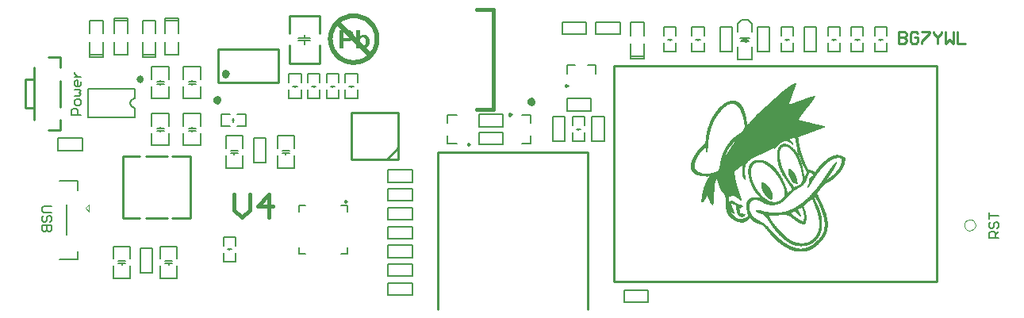
<source format=gto>
G04*
G04 #@! TF.GenerationSoftware,Altium Limited,Altium Designer,18.1.9 (240)*
G04*
G04 Layer_Color=65535*
%FSLAX25Y25*%
%MOIN*%
G70*
G01*
G75*
%ADD10C,0.00492*%
%ADD11C,0.01968*%
%ADD12C,0.00800*%
%ADD13C,0.00984*%
%ADD14C,0.00062*%
%ADD15C,0.01000*%
%ADD16C,0.00600*%
%ADD17C,0.00787*%
%ADD18C,0.00700*%
%ADD19C,0.00394*%
%ADD20C,0.01500*%
%ADD21C,0.01634*%
%ADD22C,0.00660*%
G36*
X135808Y117446D02*
X136097D01*
X136408Y117424D01*
X136719Y117402D01*
X136852Y117391D01*
X136986Y117380D01*
X137097Y117358D01*
X137186Y117335D01*
X137197D01*
X137219Y117324D01*
X137252Y117313D01*
X137297Y117302D01*
X137419Y117246D01*
X137574Y117180D01*
X137741Y117080D01*
X137930Y116946D01*
X138108Y116780D01*
X138285Y116580D01*
Y116569D01*
X138308Y116558D01*
X138330Y116524D01*
X138352Y116480D01*
X138397Y116413D01*
X138430Y116347D01*
X138474Y116269D01*
X138519Y116180D01*
X138596Y115958D01*
X138674Y115713D01*
X138719Y115413D01*
X138741Y115091D01*
Y115080D01*
Y115058D01*
Y115024D01*
Y114969D01*
X138730Y114913D01*
Y114836D01*
X138707Y114680D01*
X138674Y114491D01*
X138630Y114280D01*
X138563Y114080D01*
X138474Y113891D01*
X138463Y113869D01*
X138430Y113813D01*
X138374Y113725D01*
X138296Y113613D01*
X138208Y113502D01*
X138085Y113369D01*
X137963Y113247D01*
X137819Y113136D01*
X137796Y113125D01*
X137752Y113091D01*
X137674Y113047D01*
X137574Y112991D01*
X137452Y112925D01*
X137319Y112869D01*
X137174Y112813D01*
X137019Y112769D01*
X136997D01*
X136963Y112758D01*
X136919D01*
X136863Y112747D01*
X136785Y112736D01*
X136708Y112725D01*
X136608D01*
X136508Y112714D01*
X136386Y112702D01*
X136252Y112691D01*
X136108Y112680D01*
X135952D01*
X135786Y112669D01*
X134408D01*
Y109769D01*
X132853D01*
Y117457D01*
X135686D01*
X135808Y117446D01*
D02*
G37*
G36*
X141418Y114691D02*
X141429Y114702D01*
X141452Y114724D01*
X141485Y114758D01*
X141541Y114813D01*
X141607Y114869D01*
X141685Y114936D01*
X141774Y115013D01*
X141874Y115080D01*
X142107Y115224D01*
X142385Y115347D01*
X142529Y115402D01*
X142696Y115436D01*
X142863Y115458D01*
X143029Y115469D01*
X143129D01*
X143196Y115458D01*
X143285Y115447D01*
X143385Y115424D01*
X143496Y115402D01*
X143629Y115380D01*
X143896Y115291D01*
X144029Y115224D01*
X144174Y115158D01*
X144318Y115069D01*
X144451Y114969D01*
X144585Y114858D01*
X144718Y114724D01*
X144729Y114713D01*
X144751Y114691D01*
X144785Y114647D01*
X144829Y114591D01*
X144874Y114513D01*
X144929Y114425D01*
X144996Y114313D01*
X145062Y114191D01*
X145118Y114047D01*
X145185Y113891D01*
X145240Y113713D01*
X145296Y113524D01*
X145329Y113325D01*
X145362Y113102D01*
X145385Y112869D01*
X145396Y112613D01*
Y112602D01*
Y112547D01*
Y112480D01*
X145385Y112380D01*
X145374Y112258D01*
X145362Y112125D01*
X145340Y111969D01*
X145307Y111802D01*
X145229Y111447D01*
X145174Y111269D01*
X145107Y111080D01*
X145029Y110903D01*
X144929Y110725D01*
X144829Y110569D01*
X144707Y110414D01*
X144696Y110403D01*
X144674Y110380D01*
X144640Y110347D01*
X144585Y110292D01*
X144518Y110236D01*
X144440Y110169D01*
X144351Y110103D01*
X144251Y110036D01*
X144129Y109958D01*
X144007Y109892D01*
X143718Y109769D01*
X143563Y109714D01*
X143407Y109680D01*
X143229Y109658D01*
X143052Y109647D01*
X142974D01*
X142874Y109658D01*
X142752Y109680D01*
X142607Y109703D01*
X142452Y109747D01*
X142285Y109803D01*
X142107Y109880D01*
X142085Y109892D01*
X142029Y109925D01*
X141941Y109980D01*
X141830Y110058D01*
X141707Y110158D01*
X141574Y110269D01*
X141441Y110414D01*
X141307Y110580D01*
Y109769D01*
X139941D01*
Y117457D01*
X141418D01*
Y114691D01*
D02*
G37*
%LPC*%
G36*
X135563Y116158D02*
X134408D01*
Y113969D01*
X135475D01*
X135552Y113980D01*
X135752D01*
X135952Y113991D01*
X136152Y114013D01*
X136330Y114047D01*
X136408Y114058D01*
X136474Y114080D01*
X136486Y114091D01*
X136530Y114102D01*
X136585Y114136D01*
X136652Y114169D01*
X136730Y114225D01*
X136808Y114291D01*
X136897Y114369D01*
X136963Y114458D01*
X136974Y114469D01*
X136997Y114502D01*
X137019Y114558D01*
X137052Y114636D01*
X137085Y114724D01*
X137119Y114824D01*
X137130Y114936D01*
X137141Y115058D01*
Y115080D01*
Y115124D01*
X137130Y115202D01*
X137108Y115302D01*
X137074Y115413D01*
X137030Y115535D01*
X136974Y115647D01*
X136885Y115758D01*
X136874Y115769D01*
X136841Y115802D01*
X136785Y115847D01*
X136719Y115902D01*
X136630Y115969D01*
X136519Y116024D01*
X136397Y116069D01*
X136263Y116102D01*
X136252D01*
X136208Y116113D01*
X136130Y116124D01*
X136019Y116135D01*
X135874D01*
X135775Y116147D01*
X135675D01*
X135563Y116158D01*
D02*
G37*
G36*
X142640Y114336D02*
X142618D01*
X142552Y114324D01*
X142452Y114313D01*
X142329Y114280D01*
X142185Y114236D01*
X142029Y114158D01*
X141885Y114058D01*
X141741Y113925D01*
X141729Y113902D01*
X141685Y113847D01*
X141630Y113747D01*
X141574Y113613D01*
X141507Y113436D01*
X141452Y113225D01*
X141407Y112969D01*
X141396Y112669D01*
Y112658D01*
Y112636D01*
Y112591D01*
Y112525D01*
X141407Y112458D01*
Y112369D01*
X141429Y112180D01*
X141463Y111980D01*
X141507Y111769D01*
X141574Y111569D01*
X141663Y111391D01*
Y111380D01*
X141685Y111369D01*
X141729Y111302D01*
X141818Y111214D01*
X141941Y111103D01*
X142085Y110992D01*
X142263Y110903D01*
X142463Y110836D01*
X142574Y110825D01*
X142696Y110814D01*
X142718D01*
X142774Y110825D01*
X142874Y110836D01*
X142985Y110869D01*
X143118Y110914D01*
X143252Y110992D01*
X143396Y111091D01*
X143529Y111225D01*
X143540Y111247D01*
X143585Y111302D01*
X143640Y111402D01*
X143707Y111547D01*
X143774Y111725D01*
X143829Y111947D01*
X143851Y112080D01*
X143874Y112225D01*
X143885Y112369D01*
Y112536D01*
Y112547D01*
Y112580D01*
Y112625D01*
Y112691D01*
X143874Y112769D01*
X143863Y112858D01*
X143840Y113069D01*
X143796Y113291D01*
X143740Y113524D01*
X143651Y113736D01*
X143596Y113824D01*
X143529Y113913D01*
X143518Y113936D01*
X143463Y113980D01*
X143396Y114047D01*
X143285Y114125D01*
X143163Y114202D01*
X143007Y114269D01*
X142841Y114313D01*
X142640Y114336D01*
D02*
G37*
%LPD*%
D10*
X400000Y35433D02*
X399796Y36394D01*
X399218Y37189D01*
X398368Y37680D01*
X397391Y37782D01*
X396457Y37479D01*
X395727Y36821D01*
X395327Y35924D01*
Y34942D01*
X395727Y34045D01*
X396457Y33387D01*
X397391Y33084D01*
X398368Y33187D01*
X399218Y33678D01*
X399796Y34472D01*
X400000Y35433D01*
D11*
X148620Y113552D02*
X148570Y114547D01*
X148419Y115533D01*
X148169Y116498D01*
X147823Y117433D01*
X147384Y118328D01*
X146856Y119174D01*
X146246Y119963D01*
X145559Y120686D01*
X144802Y121335D01*
X143984Y121905D01*
X143112Y122388D01*
X142196Y122782D01*
X141245Y123080D01*
X140268Y123281D01*
X139276Y123382D01*
X138279D01*
X137287Y123281D01*
X136311Y123080D01*
X135360Y122782D01*
X134443Y122388D01*
X133572Y121905D01*
X132753Y121335D01*
X131997Y120686D01*
X131310Y119963D01*
X130700Y119174D01*
X130172Y118328D01*
X129733Y117433D01*
X129387Y116498D01*
X129137Y115533D01*
X128986Y114547D01*
X128935Y113552D01*
X128986Y112556D01*
X129137Y111570D01*
X129387Y110605D01*
X129733Y109670D01*
X130172Y108775D01*
X130700Y107929D01*
X131310Y107141D01*
X131997Y106418D01*
X132753Y105769D01*
X133572Y105199D01*
X134443Y104715D01*
X135360Y104322D01*
X136311Y104023D01*
X137287Y103823D01*
X138279Y103722D01*
X139276D01*
X140268Y103823D01*
X141245Y104023D01*
X142196Y104322D01*
X143112Y104715D01*
X143984Y105199D01*
X144802Y105769D01*
X145559Y106418D01*
X146246Y107141D01*
X146856Y107929D01*
X147384Y108775D01*
X147823Y109670D01*
X148169Y110605D01*
X148419Y111570D01*
X148570Y112556D01*
X148620Y113552D01*
X49616Y96614D02*
X49008Y97223D01*
X48400Y96614D01*
X49008Y96006D01*
X49616Y96614D01*
X82276Y87862D02*
X81731Y88611D01*
X80851Y88325D01*
Y87399D01*
X81731Y87113D01*
X82276Y87862D01*
X85776Y98862D02*
X85232Y99611D01*
X84351Y99325D01*
Y98399D01*
X85232Y98113D01*
X85776Y98862D01*
X214291Y87118D02*
X213747Y87867D01*
X212867Y87581D01*
Y86655D01*
X213747Y86369D01*
X214291Y87118D01*
X132060Y120269D02*
X145495Y106834D01*
D12*
X46850Y88614D02*
X45850Y88346D01*
X45118Y87614D01*
X44850Y86614D01*
X44850Y86614D02*
X45118Y85614D01*
X45850Y84882D01*
X46850Y84614D01*
X255100Y105285D02*
Y106285D01*
Y105285D02*
X260700D01*
Y106285D01*
X255100Y106385D02*
Y111685D01*
Y106285D02*
X260500D01*
X260700D02*
Y111685D01*
X255100Y115085D02*
Y120485D01*
X255300D01*
X260700D01*
Y120385D02*
Y120485D01*
Y115085D02*
Y120385D01*
X64979Y121274D02*
Y122274D01*
X59379D02*
X64979D01*
X59379Y121274D02*
Y122274D01*
X64979Y115874D02*
Y121174D01*
X59579Y121274D02*
X64979D01*
X59379Y115874D02*
Y121274D01*
X64979Y107074D02*
Y112474D01*
X64779Y107074D02*
X64979D01*
X59379D02*
X64779D01*
X59379D02*
Y107174D01*
Y112474D01*
X49981Y106073D02*
Y107073D01*
Y106073D02*
X55581D01*
Y107073D01*
X49981Y107173D02*
Y112473D01*
Y107073D02*
X55382D01*
X55581D02*
Y112473D01*
X49981Y115873D02*
Y121273D01*
X50182D01*
X55581D01*
Y121173D02*
Y121273D01*
Y115873D02*
Y121173D01*
X43719Y121274D02*
Y122274D01*
X38119D02*
X43719D01*
X38119Y121274D02*
Y122274D01*
X43719Y115874D02*
Y121174D01*
X38319Y121274D02*
X43719D01*
X38119Y115874D02*
Y121274D01*
X43719Y107074D02*
Y112474D01*
X43519Y107074D02*
X43719D01*
X38119D02*
X43519D01*
X38119D02*
Y107174D01*
Y112474D01*
X27934Y106073D02*
Y107073D01*
Y106073D02*
X33534D01*
Y107073D01*
X27934Y107173D02*
Y112473D01*
Y107073D02*
X33334D01*
X33534D02*
Y112473D01*
X27934Y115873D02*
Y121273D01*
X28134D01*
X33534D01*
Y121173D02*
Y121273D01*
Y115873D02*
Y121173D01*
X57423Y12992D02*
X64623D01*
X57423Y26378D02*
X64623D01*
Y21185D02*
Y26378D01*
Y12992D02*
Y18185D01*
X57424Y12992D02*
Y18185D01*
Y21185D02*
Y26378D01*
X84983Y72835D02*
X92183D01*
X84983Y59449D02*
X92183D01*
X84983D02*
Y64642D01*
Y67642D02*
Y72835D01*
X92182Y67642D02*
Y72835D01*
Y59449D02*
Y64642D01*
X106636Y59449D02*
X113836D01*
X106636Y72835D02*
X113836D01*
Y67642D02*
Y72835D01*
Y59449D02*
Y64642D01*
X106637Y59449D02*
Y64642D01*
Y67642D02*
Y72835D01*
X135236Y88583D02*
X140354D01*
X135236Y98819D02*
X140354D01*
Y95201D02*
Y98819D01*
X135236Y95201D02*
Y98819D01*
X140354Y88583D02*
Y92201D01*
X135236Y88583D02*
Y92201D01*
X127362Y88583D02*
X132480D01*
X127362Y98819D02*
X132480D01*
Y95201D02*
Y98819D01*
X127362Y95201D02*
Y98819D01*
X132480Y88583D02*
Y92201D01*
X127362Y88583D02*
Y92201D01*
X119488Y88583D02*
X124606D01*
X119488Y98819D02*
X124606D01*
Y95201D02*
Y98819D01*
X119488Y95201D02*
Y98819D01*
X124606Y88583D02*
Y92201D01*
X119488Y88583D02*
Y92201D01*
X111614Y88583D02*
X116732D01*
X111614Y98819D02*
X116732D01*
Y95201D02*
Y98819D01*
X111614Y95201D02*
Y98819D01*
X116732Y88583D02*
Y92201D01*
X111614Y88583D02*
Y92201D01*
X101772Y61811D02*
Y72047D01*
X96654D02*
X101772D01*
X96654Y61811D02*
Y72047D01*
Y61811D02*
X101772D01*
X61080Y88583D02*
Y93776D01*
Y96776D02*
Y101969D01*
X53881Y96776D02*
Y101969D01*
Y88583D02*
Y93776D01*
Y88583D02*
X61081D01*
X53881Y101969D02*
X61081D01*
X74466Y88583D02*
Y93776D01*
Y96776D02*
Y101969D01*
X67266Y96776D02*
Y101969D01*
Y88583D02*
Y93776D01*
Y88583D02*
X74467D01*
X67266Y101969D02*
X74467D01*
X53881Y77091D02*
Y82284D01*
Y68898D02*
Y74090D01*
X61080Y68898D02*
Y74090D01*
Y77091D02*
Y82284D01*
X53880D02*
X61080D01*
X53880Y68898D02*
X61080D01*
X67266Y77091D02*
Y82284D01*
Y68898D02*
Y74090D01*
X74466Y68898D02*
Y74090D01*
Y77091D02*
Y82284D01*
X67266D02*
X74466D01*
X67266Y68898D02*
X74466D01*
X226378Y115551D02*
X236614D01*
Y120669D01*
X226378D02*
X236614D01*
X226378Y115551D02*
Y120669D01*
X44938Y12992D02*
Y18185D01*
Y21185D02*
Y26378D01*
X37739Y21185D02*
Y26378D01*
Y12992D02*
Y18185D01*
Y12992D02*
X44939D01*
X37739Y26378D02*
X44939D01*
X84055Y20079D02*
Y23697D01*
X89173Y20079D02*
Y23697D01*
X84055Y26697D02*
Y30315D01*
X89173Y26697D02*
Y30315D01*
X84055D02*
X89173D01*
X84055Y20079D02*
X89173D01*
X49015Y15355D02*
Y25591D01*
Y15355D02*
X54133D01*
Y25591D01*
X49015D02*
X54133D01*
X46850Y88614D02*
Y92614D01*
Y80614D02*
Y84614D01*
X323426Y114886D02*
Y118504D01*
X318307Y114886D02*
Y118504D01*
X323426Y108267D02*
Y111886D01*
X318307Y108267D02*
Y111886D01*
Y108267D02*
X323426D01*
X318307Y118504D02*
X323426D01*
X269094Y108268D02*
Y111886D01*
X274212Y108268D02*
Y111886D01*
X269094Y114886D02*
Y118504D01*
X274212Y114886D02*
Y118504D01*
X269094D02*
X274212D01*
X269094Y108268D02*
X274212D01*
X286024Y114886D02*
Y118504D01*
X280906Y114886D02*
Y118504D01*
X286024Y108267D02*
Y111886D01*
X280906Y108267D02*
Y111886D01*
Y108267D02*
X286024D01*
X280906Y118504D02*
X286024D01*
X337992Y108268D02*
Y111886D01*
X343110Y108268D02*
Y111886D01*
X337992Y114886D02*
Y118504D01*
X343110Y114886D02*
Y118504D01*
X337992D02*
X343110D01*
X337992Y108268D02*
X343110D01*
X347834D02*
Y111886D01*
X352952Y108268D02*
Y111886D01*
X347834Y114886D02*
Y118504D01*
X352952Y114886D02*
Y118504D01*
X347834D02*
X352952D01*
X347834Y108268D02*
X352952D01*
X357677D02*
Y111886D01*
X362795Y108268D02*
Y111886D01*
X357677Y114886D02*
Y118504D01*
X362795Y114886D02*
Y118504D01*
X357677D02*
X362795D01*
X357677Y108268D02*
X362795D01*
X308464D02*
Y118504D01*
Y108268D02*
X313582D01*
Y118504D01*
X308464D02*
X313582D01*
X328149Y108268D02*
Y118504D01*
Y108268D02*
X333267D01*
Y118504D01*
X328149D02*
X333267D01*
X292716Y108268D02*
Y118504D01*
Y108268D02*
X297834D01*
Y118504D01*
X292716D02*
X297834D01*
X230690Y70645D02*
Y74262D01*
X235808Y70645D02*
Y74262D01*
X230690Y77263D02*
Y80881D01*
X235808Y77263D02*
Y80881D01*
X230690D02*
X235808D01*
X230690Y70645D02*
X235808D01*
X227559Y70644D02*
Y80880D01*
X222441D02*
X227559D01*
X222441Y70644D02*
Y80880D01*
Y70644D02*
X227559D01*
X244060Y70644D02*
Y80880D01*
X238942D02*
X244060D01*
X238942Y70644D02*
Y80880D01*
Y70644D02*
X244060D01*
X252382Y8059D02*
X262618D01*
X252382Y2941D02*
Y8059D01*
Y2941D02*
X262618D01*
Y8059D01*
X153149Y5941D02*
X163385D01*
Y11059D01*
X153149D02*
X163385D01*
X153149Y5941D02*
Y11059D01*
Y13857D02*
X163385D01*
Y18975D01*
X153149D02*
X163385D01*
X153149Y13857D02*
Y18975D01*
Y21774D02*
X163385D01*
Y26892D01*
X153149D02*
X163385D01*
X153149Y21774D02*
Y26892D01*
Y29691D02*
X163385D01*
Y34809D01*
X153149D02*
X163385D01*
X153149Y29691D02*
Y34809D01*
Y37607D02*
X163385D01*
Y42725D01*
X153149D02*
X163385D01*
X153149Y37607D02*
Y42725D01*
Y45524D02*
X163385D01*
Y50642D01*
X153149D02*
X163385D01*
X153149Y45524D02*
Y50642D01*
Y53441D02*
X163385D01*
Y58559D01*
X153149D02*
X163385D01*
X153149Y53441D02*
Y58559D01*
X83071Y82087D02*
X86689D01*
X83071Y76969D02*
X86689D01*
X89689Y82087D02*
X93307D01*
X89689Y76969D02*
X93307D01*
Y82087D01*
X83071Y76969D02*
Y82087D01*
X14567Y66732D02*
X24803D01*
Y71850D01*
X14567D02*
X24803D01*
X14567Y66732D02*
Y71850D01*
X228382Y88583D02*
X238618D01*
X228382Y83465D02*
Y88583D01*
Y83465D02*
X238618D01*
Y88583D01*
X240551Y120670D02*
X250788D01*
X240551Y115551D02*
Y120670D01*
Y115551D02*
X250788D01*
Y120670D01*
X191382Y69287D02*
X201618D01*
Y74405D01*
X191382D02*
X201618D01*
X191382Y69287D02*
Y74405D01*
X191382Y81906D02*
X201618D01*
X191382Y76788D02*
Y81906D01*
Y76788D02*
X201618D01*
Y81906D01*
X11873Y43402D02*
X8540D01*
X7874Y42735D01*
Y41402D01*
X8540Y40736D01*
X11873D01*
X11206Y36737D02*
X11873Y37404D01*
Y38736D01*
X11206Y39403D01*
X10540D01*
X9873Y38736D01*
Y37404D01*
X9207Y36737D01*
X8540D01*
X7874Y37404D01*
Y38736D01*
X8540Y39403D01*
X11873Y35404D02*
X7874D01*
Y33405D01*
X8540Y32738D01*
X9207D01*
X9873Y33405D01*
Y35404D01*
Y33405D01*
X10540Y32738D01*
X11206D01*
X11873Y33405D01*
Y35404D01*
D13*
X135827Y45276D02*
X135089Y45702D01*
Y44849D01*
X135827Y45276D01*
X228693Y94000D02*
X227955Y94426D01*
Y93574D01*
X228693Y94000D01*
X187492Y69291D02*
X186754Y69718D01*
Y68865D01*
X187492Y69291D01*
X204992Y81890D02*
X204254Y82316D01*
Y81464D01*
X204992Y81890D01*
X81693Y109252D02*
X107283D01*
Y95472D02*
Y109252D01*
X81693Y95472D02*
X107283D01*
X81693D02*
Y109252D01*
D14*
X324342Y95014D02*
X324466D01*
X324218Y94952D02*
X324466D01*
X324032Y94890D02*
X324404D01*
X323908Y94828D02*
X324404D01*
X323723Y94766D02*
X324342D01*
X323599Y94704D02*
X324342D01*
X323475Y94642D02*
X324342D01*
X323351Y94580D02*
X324280D01*
X323227Y94518D02*
X324280D01*
X323103Y94456D02*
X324280D01*
X322979Y94394D02*
X324218D01*
X322856Y94333D02*
X324218D01*
X322732Y94271D02*
X324218D01*
X322608Y94209D02*
X324156D01*
X322546Y94147D02*
X324156D01*
X322422Y94085D02*
X324094D01*
X322298Y94023D02*
X324094D01*
X322236Y93961D02*
X324094D01*
X322112Y93899D02*
X324032D01*
X321989Y93837D02*
X324032D01*
X321927Y93775D02*
X324032D01*
X321865Y93713D02*
X323970D01*
X321741Y93651D02*
X323970D01*
X321679Y93590D02*
X323970D01*
X321555Y93528D02*
X323908D01*
X321493Y93466D02*
X323908D01*
X321369Y93404D02*
X323846D01*
X321307Y93342D02*
X323846D01*
X321246Y93280D02*
X323846D01*
X321122Y93218D02*
X323784D01*
X321060Y93156D02*
X323784D01*
X320998Y93094D02*
X323784D01*
X320874Y93032D02*
X323723D01*
X320812Y92970D02*
X323723D01*
X320750Y92908D02*
X323723D01*
X320626Y92846D02*
X323661D01*
X320564Y92785D02*
X323661D01*
X320502Y92722D02*
X323599D01*
X320441Y92661D02*
X323599D01*
X320317Y92599D02*
X323599D01*
X320255Y92537D02*
X323537D01*
X320193Y92475D02*
X323537D01*
X320069Y92413D02*
X323537D01*
X320007Y92351D02*
X323475D01*
X319945Y92289D02*
X323475D01*
X319883Y92227D02*
X323475D01*
X319759Y92165D02*
X323413D01*
X319697Y92103D02*
X323413D01*
X319636Y92041D02*
X323351D01*
X319574Y91979D02*
X323351D01*
X319450Y91918D02*
X323351D01*
X319388Y91856D02*
X323289D01*
X319326Y91794D02*
X323289D01*
X319264Y91732D02*
X323289D01*
X319140Y91670D02*
X323227D01*
X319078Y91608D02*
X323227D01*
X319016Y91546D02*
X323227D01*
X318954Y91484D02*
X323165D01*
X318893Y91422D02*
X323165D01*
X318769Y91360D02*
X323103D01*
X318707Y91298D02*
X323103D01*
X318645Y91236D02*
X323103D01*
X318583Y91174D02*
X323041D01*
X318521Y91113D02*
X323041D01*
X318397Y91051D02*
X323041D01*
X318335Y90989D02*
X322979D01*
X318273Y90927D02*
X322979D01*
X318211Y90865D02*
X322979D01*
X318149Y90803D02*
X322918D01*
X318087Y90741D02*
X322918D01*
X318025Y90679D02*
X322856D01*
X317964Y90617D02*
X322856D01*
X317902Y90555D02*
X322856D01*
X317840Y90493D02*
X322794D01*
X317716Y90431D02*
X322794D01*
X317654Y90369D02*
X322794D01*
X317592Y90307D02*
X322732D01*
X317530Y90246D02*
X322732D01*
X317468Y90184D02*
X322732D01*
X317406Y90122D02*
X322670D01*
X317344Y90060D02*
X322670D01*
X317282Y89998D02*
X322608D01*
X317220Y89936D02*
X322608D01*
X317097Y89874D02*
X322608D01*
X317035Y89812D02*
X322546D01*
X316973Y89750D02*
X322546D01*
X316911Y89688D02*
X322546D01*
X316849Y89626D02*
X322484D01*
X332206D02*
X332330D01*
X316787Y89564D02*
X322484D01*
X331959D02*
X332330D01*
X316725Y89502D02*
X322484D01*
X331711D02*
X332268D01*
X316663Y89441D02*
X322422D01*
X331525D02*
X332268D01*
X316601Y89379D02*
X322422D01*
X331277D02*
X332206D01*
X316477Y89317D02*
X322360D01*
X331030D02*
X332144D01*
X316416Y89255D02*
X322360D01*
X330782D02*
X332144D01*
X316354Y89193D02*
X322360D01*
X330596D02*
X332082D01*
X316292Y89131D02*
X322298D01*
X330410D02*
X332082D01*
X316230Y89069D02*
X322298D01*
X330225D02*
X332020D01*
X316168Y89007D02*
X322298D01*
X329977D02*
X332020D01*
X316106Y88945D02*
X322236D01*
X329791D02*
X331959D01*
X316044Y88883D02*
X322236D01*
X329605D02*
X331897D01*
X315982Y88821D02*
X322236D01*
X329420D02*
X331897D01*
X315858Y88759D02*
X322174D01*
X329234D02*
X331835D01*
X315796Y88697D02*
X322174D01*
X329048D02*
X331835D01*
X315734Y88635D02*
X322112D01*
X328862D02*
X331773D01*
X315672Y88574D02*
X322112D01*
X328677D02*
X331711D01*
X315610Y88512D02*
X322112D01*
X328553D02*
X331711D01*
X315548Y88450D02*
X322051D01*
X328367D02*
X331649D01*
X315487Y88388D02*
X322051D01*
X328181D02*
X331649D01*
X315425Y88326D02*
X322051D01*
X327995D02*
X331587D01*
X315363Y88264D02*
X321989D01*
X327810D02*
X331525D01*
X315239Y88202D02*
X321989D01*
X327686D02*
X331525D01*
X315177Y88140D02*
X321989D01*
X327500D02*
X331463D01*
X315115Y88078D02*
X321927D01*
X327376D02*
X331401D01*
X315053Y88016D02*
X321927D01*
X327190D02*
X331401D01*
X314991Y87954D02*
X321865D01*
X327005D02*
X331339D01*
X314929Y87892D02*
X321865D01*
X326881D02*
X331277D01*
X314867Y87831D02*
X321865D01*
X326695D02*
X331215D01*
X314805Y87769D02*
X321803D01*
X326509D02*
X331215D01*
X314743Y87707D02*
X321803D01*
X326385D02*
X331153D01*
X297343Y87645D02*
X298457D01*
X314682D02*
X321803D01*
X326200D02*
X331092D01*
X296971Y87583D02*
X298829D01*
X314558D02*
X321741D01*
X326014D02*
X331092D01*
X296724Y87521D02*
X299077D01*
X314496D02*
X321741D01*
X325890D02*
X331030D01*
X296538Y87459D02*
X299262D01*
X314434D02*
X321741D01*
X325704D02*
X330968D01*
X296290Y87397D02*
X299386D01*
X314372D02*
X321679D01*
X325580D02*
X330968D01*
X296166Y87335D02*
X299572D01*
X314310D02*
X321679D01*
X325395D02*
X330906D01*
X295980Y87273D02*
X299696D01*
X314248D02*
X321617D01*
X325209D02*
X330844D01*
X295856Y87211D02*
X299820D01*
X314186D02*
X321617D01*
X325085D02*
X330782D01*
X295733Y87149D02*
X299882D01*
X314124D02*
X321617D01*
X324899D02*
X330782D01*
X295547Y87087D02*
X300006D01*
X314062D02*
X321555D01*
X324713D02*
X330720D01*
X295485Y87025D02*
X300067D01*
X313938D02*
X321555D01*
X324528D02*
X330658D01*
X295361Y86963D02*
X300191D01*
X313877D02*
X321555D01*
X324404D02*
X330596D01*
X295237Y86902D02*
X300315D01*
X313815D02*
X321493D01*
X324218D02*
X330596D01*
X295113Y86840D02*
X300377D01*
X313753D02*
X321493D01*
X324032D02*
X330534D01*
X294990Y86778D02*
X300439D01*
X313691D02*
X321493D01*
X323846D02*
X330472D01*
X294866Y86716D02*
X297281D01*
X298086D02*
X300501D01*
X313629D02*
X321431D01*
X323723D02*
X330410D01*
X294804Y86654D02*
X296909D01*
X298395D02*
X300563D01*
X313567D02*
X321431D01*
X323475D02*
X330410D01*
X294680Y86592D02*
X296724D01*
X298581D02*
X300625D01*
X313505D02*
X321369D01*
X323289D02*
X330348D01*
X294618Y86530D02*
X296476D01*
X298767D02*
X300749D01*
X313443D02*
X321369D01*
X323103D02*
X330287D01*
X294494Y86468D02*
X296352D01*
X298953D02*
X300811D01*
X313319D02*
X321369D01*
X322918D02*
X330225D01*
X294432Y86406D02*
X296166D01*
X299077D02*
X300872D01*
X313257D02*
X321307D01*
X322732D02*
X330163D01*
X294308Y86344D02*
X296042D01*
X299201D02*
X300934D01*
X313195D02*
X321307D01*
X322546D02*
X330163D01*
X294247Y86282D02*
X295918D01*
X299262D02*
X300996D01*
X313134D02*
X321307D01*
X322360D02*
X330101D01*
X294185Y86221D02*
X295795D01*
X299386D02*
X300996D01*
X313071D02*
X321246D01*
X322112D02*
X330039D01*
X294061Y86159D02*
X295671D01*
X299448D02*
X301058D01*
X313010D02*
X321246D01*
X321865D02*
X329977D01*
X293999Y86097D02*
X295547D01*
X299572D02*
X301120D01*
X312948D02*
X321184D01*
X321617D02*
X329977D01*
X293937Y86035D02*
X295485D01*
X299634D02*
X301182D01*
X312886D02*
X321184D01*
X321431D02*
X329915D01*
X293813Y85973D02*
X295361D01*
X299696D02*
X301244D01*
X312824D02*
X329853D01*
X293751Y85911D02*
X295237D01*
X299758D02*
X301306D01*
X312700D02*
X329791D01*
X293689Y85849D02*
X295175D01*
X299882D02*
X301368D01*
X312638D02*
X329729D01*
X293627Y85787D02*
X295052D01*
X299944D02*
X301368D01*
X312576D02*
X329729D01*
X293565Y85725D02*
X294990D01*
X300006D02*
X301430D01*
X312514D02*
X329667D01*
X293442Y85663D02*
X294928D01*
X300067D02*
X301492D01*
X312452D02*
X329605D01*
X293379Y85601D02*
X294804D01*
X300129D02*
X301492D01*
X312390D02*
X329543D01*
X293318Y85539D02*
X294742D01*
X300191D02*
X301554D01*
X312329D02*
X329482D01*
X293256Y85477D02*
X294680D01*
X300253D02*
X301616D01*
X312266D02*
X329420D01*
X293194Y85415D02*
X294556D01*
X300315D02*
X301616D01*
X312205D02*
X329420D01*
X293132Y85353D02*
X294494D01*
X300315D02*
X301677D01*
X312143D02*
X329358D01*
X293070Y85292D02*
X294432D01*
X300377D02*
X301739D01*
X312019D02*
X329296D01*
X293008Y85230D02*
X294370D01*
X300439D02*
X301739D01*
X311957D02*
X329234D01*
X292946Y85168D02*
X294308D01*
X300501D02*
X301801D01*
X311895D02*
X329172D01*
X292884Y85106D02*
X294185D01*
X300563D02*
X301863D01*
X311833D02*
X329172D01*
X292822Y85044D02*
X294123D01*
X300563D02*
X301863D01*
X311771D02*
X329110D01*
X292760Y84982D02*
X294061D01*
X300625D02*
X301925D01*
X311709D02*
X329048D01*
X292636Y84920D02*
X293999D01*
X300687D02*
X301925D01*
X311647D02*
X328986D01*
X292575Y84858D02*
X293937D01*
X300749D02*
X301987D01*
X311585D02*
X328924D01*
X292513Y84796D02*
X293875D01*
X300749D02*
X301987D01*
X311523D02*
X328924D01*
X292451Y84734D02*
X293813D01*
X300811D02*
X302049D01*
X311400D02*
X328862D01*
X292451Y84672D02*
X293751D01*
X300872D02*
X302049D01*
X311338D02*
X328800D01*
X292389Y84610D02*
X293689D01*
X300872D02*
X302111D01*
X311276D02*
X328738D01*
X292327Y84548D02*
X293627D01*
X300934D02*
X302111D01*
X311214D02*
X328677D01*
X292265Y84487D02*
X293565D01*
X300996D02*
X302173D01*
X311152D02*
X328677D01*
X292203Y84425D02*
X293503D01*
X300996D02*
X302173D01*
X311090D02*
X328615D01*
X292141Y84363D02*
X293442D01*
X301058D02*
X302235D01*
X311028D02*
X328553D01*
X292079Y84301D02*
X293379D01*
X301058D02*
X302235D01*
X310966D02*
X328491D01*
X292017Y84239D02*
X293318D01*
X301120D02*
X302297D01*
X310904D02*
X328429D01*
X291955Y84177D02*
X293256D01*
X301120D02*
X302297D01*
X310780D02*
X328429D01*
X291893Y84115D02*
X293194D01*
X301182D02*
X302359D01*
X310718D02*
X328367D01*
X291893Y84053D02*
X293132D01*
X301182D02*
X302359D01*
X310656D02*
X328305D01*
X291831Y83991D02*
X293070D01*
X301244D02*
X302359D01*
X310595D02*
X328243D01*
X291770Y83929D02*
X293008D01*
X301306D02*
X302420D01*
X310533D02*
X328181D01*
X291708Y83867D02*
X293008D01*
X301306D02*
X302420D01*
X310471D02*
X328119D01*
X291646Y83805D02*
X292946D01*
X301368D02*
X302483D01*
X310409D02*
X328119D01*
X291584Y83744D02*
X292884D01*
X301368D02*
X302483D01*
X310347D02*
X328057D01*
X291584Y83682D02*
X292822D01*
X301430D02*
X302544D01*
X310285D02*
X327995D01*
X291522Y83620D02*
X292760D01*
X301430D02*
X302544D01*
X310161D02*
X327933D01*
X291460Y83558D02*
X292698D01*
X301430D02*
X302544D01*
X310099D02*
X327933D01*
X291398Y83496D02*
X292636D01*
X301492D02*
X302606D01*
X310037D02*
X327871D01*
X291336Y83434D02*
X292636D01*
X301492D02*
X302606D01*
X309975D02*
X327810D01*
X291336Y83372D02*
X292575D01*
X301554D02*
X302606D01*
X309913D02*
X327748D01*
X291274Y83310D02*
X292513D01*
X301554D02*
X302668D01*
X309852D02*
X327686D01*
X291212Y83248D02*
X292451D01*
X301616D02*
X302668D01*
X309790D02*
X327686D01*
X291150Y83186D02*
X292389D01*
X301616D02*
X302668D01*
X309728D02*
X327624D01*
X291150Y83124D02*
X292327D01*
X301616D02*
X302730D01*
X309666D02*
X327562D01*
X291088Y83062D02*
X292327D01*
X301677D02*
X302730D01*
X309604D02*
X327500D01*
X291026Y83000D02*
X292265D01*
X301677D02*
X302730D01*
X309480D02*
X327500D01*
X290965Y82938D02*
X292203D01*
X301739D02*
X302792D01*
X309418D02*
X327438D01*
X290965Y82876D02*
X292141D01*
X301739D02*
X302792D01*
X309356D02*
X327376D01*
X290903Y82815D02*
X292141D01*
X301739D02*
X302792D01*
X309294D02*
X327314D01*
X290841Y82753D02*
X292079D01*
X301801D02*
X302854D01*
X309232D02*
X327314D01*
X290779Y82691D02*
X292017D01*
X301801D02*
X302854D01*
X309170D02*
X327252D01*
X290779Y82629D02*
X291955D01*
X301863D02*
X302854D01*
X309108D02*
X327190D01*
X290717Y82567D02*
X291955D01*
X301863D02*
X302916D01*
X309047D02*
X327128D01*
X290655Y82505D02*
X291893D01*
X301863D02*
X302916D01*
X308984D02*
X327128D01*
X290655Y82443D02*
X291831D01*
X301925D02*
X302916D01*
X308861D02*
X327066D01*
X290593Y82381D02*
X291770D01*
X301925D02*
X302978D01*
X308799D02*
X327005D01*
X290531Y82319D02*
X291770D01*
X301987D02*
X302978D01*
X308737D02*
X326943D01*
X290531Y82257D02*
X291708D01*
X301987D02*
X302978D01*
X308675D02*
X326943D01*
X290469Y82195D02*
X291646D01*
X301987D02*
X302978D01*
X308613D02*
X326881D01*
X290407Y82133D02*
X291584D01*
X302049D02*
X303040D01*
X308551D02*
X326819D01*
X290407Y82072D02*
X291584D01*
X302049D02*
X303040D01*
X308489D02*
X326819D01*
X290345Y82010D02*
X291522D01*
X302049D02*
X303040D01*
X308427D02*
X326757D01*
X290283Y81948D02*
X291460D01*
X302049D02*
X303040D01*
X308365D02*
X326695D01*
X290283Y81886D02*
X291398D01*
X302111D02*
X303102D01*
X308303D02*
X326633D01*
X290221Y81824D02*
X291398D01*
X302111D02*
X303102D01*
X308241D02*
X326633D01*
X290160Y81762D02*
X291336D01*
X302111D02*
X303102D01*
X308179D02*
X326571D01*
X290160Y81700D02*
X291274D01*
X302173D02*
X303102D01*
X308118D02*
X326509D01*
X290097Y81638D02*
X291274D01*
X302173D02*
X303164D01*
X308056D02*
X326509D01*
X290036Y81576D02*
X291212D01*
X302173D02*
X303164D01*
X307994D02*
X326447D01*
X290036Y81514D02*
X291150D01*
X302235D02*
X303164D01*
X307932D02*
X326385D01*
X289974Y81452D02*
X291150D01*
X302235D02*
X303226D01*
X307932D02*
X326385D01*
X289974Y81390D02*
X291088D01*
X302235D02*
X303226D01*
X307870D02*
X326323D01*
X289912Y81328D02*
X291026D01*
X302235D02*
X303226D01*
X307808D02*
X326261D01*
X289850Y81266D02*
X291026D01*
X302297D02*
X303226D01*
X307746D02*
X326261D01*
X289850Y81205D02*
X290965D01*
X302297D02*
X303226D01*
X307684D02*
X326200D01*
X289788Y81143D02*
X290903D01*
X302297D02*
X303288D01*
X307622D02*
X326138D01*
X289788Y81081D02*
X290903D01*
X302359D02*
X303288D01*
X307560D02*
X326138D01*
X289726Y81019D02*
X290841D01*
X302359D02*
X303288D01*
X307498D02*
X326076D01*
X289664Y80957D02*
X290779D01*
X302359D02*
X303288D01*
X307436D02*
X326076D01*
X289664Y80895D02*
X290779D01*
X302359D02*
X303288D01*
X307436D02*
X326014D01*
X289602Y80833D02*
X290717D01*
X302420D02*
X303349D01*
X307375D02*
X325952D01*
X289602Y80771D02*
X290717D01*
X302420D02*
X303349D01*
X307313D02*
X325952D01*
X289540Y80709D02*
X290655D01*
X302420D02*
X303349D01*
X307251D02*
X325890D01*
X289540Y80647D02*
X290593D01*
X302420D02*
X303349D01*
X307189D02*
X325890D01*
X289478Y80585D02*
X290593D01*
X302483D02*
X303349D01*
X307127D02*
X325828D01*
X289478Y80523D02*
X290531D01*
X302483D02*
X303411D01*
X307065D02*
X325766D01*
X289416Y80462D02*
X290469D01*
X302483D02*
X303411D01*
X307003D02*
X325766D01*
X289354Y80400D02*
X290469D01*
X302483D02*
X303411D01*
X307003D02*
X325704D01*
X289354Y80338D02*
X290407D01*
X302544D02*
X303411D01*
X306941D02*
X325704D01*
X289293Y80276D02*
X290407D01*
X302544D02*
X303411D01*
X306879D02*
X325642D01*
X289293Y80214D02*
X290345D01*
X302544D02*
X303473D01*
X306817D02*
X325642D01*
X289231Y80152D02*
X290345D01*
X302544D02*
X303473D01*
X306755D02*
X325580D01*
X289231Y80090D02*
X290283D01*
X302544D02*
X303473D01*
X306693D02*
X325518D01*
X289169Y80028D02*
X290221D01*
X302606D02*
X303473D01*
X306631D02*
X325518D01*
X289169Y79966D02*
X290221D01*
X302606D02*
X303473D01*
X306631D02*
X325456D01*
X289107Y79904D02*
X290160D01*
X302606D02*
X303473D01*
X306570D02*
X325456D01*
X289107Y79842D02*
X290160D01*
X302606D02*
X303473D01*
X306507D02*
X325395D01*
X289045Y79780D02*
X290097D01*
X302668D02*
X303535D01*
X306446D02*
X325395D01*
X289045Y79718D02*
X290097D01*
X302668D02*
X303535D01*
X306384D02*
X325333D01*
X288983Y79656D02*
X290036D01*
X302668D02*
X303535D01*
X306322D02*
X325333D01*
X288983Y79594D02*
X290036D01*
X302668D02*
X303535D01*
X306260D02*
X325456D01*
X288921Y79533D02*
X289974D01*
X302668D02*
X303535D01*
X306198D02*
X325704D01*
X288921Y79471D02*
X289912D01*
X302730D02*
X303535D01*
X306198D02*
X325952D01*
X288859Y79409D02*
X289912D01*
X302730D02*
X303535D01*
X306136D02*
X326261D01*
X288859Y79347D02*
X289850D01*
X302730D02*
X303597D01*
X306074D02*
X326509D01*
X288797Y79285D02*
X289850D01*
X302730D02*
X303597D01*
X306012D02*
X326757D01*
X288797Y79223D02*
X289788D01*
X302730D02*
X303597D01*
X305950D02*
X327005D01*
X288797Y79161D02*
X289788D01*
X302730D02*
X303597D01*
X305888D02*
X327252D01*
X288735Y79099D02*
X289726D01*
X302792D02*
X303597D01*
X305826D02*
X327500D01*
X288735Y79037D02*
X289726D01*
X302792D02*
X303597D01*
X305764D02*
X327748D01*
X288673Y78975D02*
X289664D01*
X302792D02*
X303597D01*
X305702D02*
X327995D01*
X288673Y78913D02*
X289664D01*
X302792D02*
X303659D01*
X305641D02*
X328243D01*
X288611Y78851D02*
X289602D01*
X302792D02*
X303659D01*
X305579D02*
X328491D01*
X288611Y78790D02*
X289602D01*
X302792D02*
X303659D01*
X305579D02*
X328738D01*
X288549Y78728D02*
X289602D01*
X302854D02*
X303659D01*
X305517D02*
X329048D01*
X288549Y78666D02*
X289540D01*
X302854D02*
X303659D01*
X305455D02*
X329296D01*
X288549Y78604D02*
X289540D01*
X302854D02*
X303659D01*
X305393D02*
X329543D01*
X288488Y78542D02*
X289478D01*
X302854D02*
X303659D01*
X305331D02*
X329791D01*
X288488Y78480D02*
X289478D01*
X302854D02*
X303659D01*
X305269D02*
X330039D01*
X288426Y78418D02*
X289416D01*
X302854D02*
X303659D01*
X305207D02*
X330287D01*
X288426Y78356D02*
X289416D01*
X302916D02*
X303721D01*
X305145D02*
X330534D01*
X288364Y78294D02*
X289354D01*
X302916D02*
X303721D01*
X305083D02*
X330782D01*
X288364Y78232D02*
X289354D01*
X302916D02*
X303721D01*
X305021D02*
X331030D01*
X288364Y78170D02*
X289293D01*
X302916D02*
X303721D01*
X304959D02*
X331277D01*
X288302Y78108D02*
X289293D01*
X302916D02*
X303721D01*
X304897D02*
X331587D01*
X288302Y78046D02*
X289231D01*
X302916D02*
X303721D01*
X304836D02*
X331835D01*
X288240Y77984D02*
X289231D01*
X302978D02*
X303721D01*
X304774D02*
X332082D01*
X288240Y77923D02*
X289231D01*
X302978D02*
X303721D01*
X304650D02*
X332330D01*
X288240Y77861D02*
X289169D01*
X302978D02*
X303721D01*
X304588D02*
X332578D01*
X288178Y77799D02*
X289169D01*
X302978D02*
X303721D01*
X304526D02*
X332825D01*
X288178Y77737D02*
X289107D01*
X302978D02*
X303783D01*
X304464D02*
X333073D01*
X288116Y77675D02*
X289107D01*
X302978D02*
X303783D01*
X304402D02*
X333321D01*
X288116Y77613D02*
X289107D01*
X302978D02*
X303783D01*
X304278D02*
X333569D01*
X288116Y77551D02*
X289045D01*
X302978D02*
X303783D01*
X304216D02*
X333816D01*
X288054Y77489D02*
X289045D01*
X302978D02*
X303783D01*
X304154D02*
X334064D01*
X288054Y77427D02*
X288983D01*
X302978D02*
X303783D01*
X304031D02*
X334374D01*
X288054Y77365D02*
X288983D01*
X302978D02*
X303783D01*
X303907D02*
X334621D01*
X287992Y77303D02*
X288983D01*
X302978D02*
X334869D01*
X287992Y77241D02*
X288921D01*
X302978D02*
X335117D01*
X287992Y77179D02*
X288921D01*
X302978D02*
X335364D01*
X287930Y77118D02*
X288921D01*
X302978D02*
X335612D01*
X287930Y77056D02*
X288859D01*
X302978D02*
X335860D01*
X287868Y76994D02*
X288859D01*
X302978D02*
X336107D01*
X287868Y76932D02*
X288797D01*
X302978D02*
X336355D01*
X287868Y76870D02*
X288797D01*
X302978D02*
X336603D01*
X287806Y76808D02*
X288797D01*
X302978D02*
X336541D01*
X287806Y76746D02*
X288735D01*
X302978D02*
X336417D01*
X287806Y76684D02*
X288735D01*
X302978D02*
X336231D01*
X287744Y76622D02*
X288735D01*
X302978D02*
X336046D01*
X287744Y76560D02*
X288673D01*
X302978D02*
X335922D01*
X287744Y76498D02*
X288673D01*
X302978D02*
X335736D01*
X287683Y76436D02*
X288673D01*
X302916D02*
X335550D01*
X287683Y76375D02*
X288611D01*
X302916D02*
X335364D01*
X287683Y76313D02*
X288611D01*
X302916D02*
X335241D01*
X287621Y76251D02*
X288611D01*
X302916D02*
X335055D01*
X287621Y76189D02*
X288549D01*
X302854D02*
X334869D01*
X287621Y76127D02*
X288549D01*
X302854D02*
X334745D01*
X287621Y76065D02*
X288549D01*
X302854D02*
X334559D01*
X287559Y76003D02*
X288488D01*
X302854D02*
X334374D01*
X287559Y75941D02*
X288488D01*
X302792D02*
X334188D01*
X287559Y75879D02*
X288488D01*
X302792D02*
X334064D01*
X287497Y75817D02*
X288488D01*
X302730D02*
X333878D01*
X287497Y75755D02*
X288426D01*
X302730D02*
X333692D01*
X287497Y75693D02*
X288426D01*
X302730D02*
X333507D01*
X287435Y75631D02*
X288426D01*
X302668D02*
X333383D01*
X287435Y75569D02*
X288364D01*
X302668D02*
X333197D01*
X287435Y75507D02*
X288364D01*
X302606D02*
X333011D01*
X287435Y75446D02*
X288364D01*
X302544D02*
X332887D01*
X287373Y75384D02*
X288364D01*
X302544D02*
X332702D01*
X287373Y75322D02*
X288302D01*
X302483D02*
X332516D01*
X287373Y75260D02*
X288302D01*
X302483D02*
X332330D01*
X287373Y75198D02*
X288302D01*
X302420D02*
X332206D01*
X287311Y75136D02*
X288302D01*
X302359D02*
X332020D01*
X287311Y75074D02*
X288240D01*
X302297D02*
X331835D01*
X287311Y75012D02*
X288240D01*
X302235D02*
X331711D01*
X287311Y74950D02*
X288240D01*
X302173D02*
X331525D01*
X287249Y74888D02*
X288240D01*
X302173D02*
X331339D01*
X287249Y74826D02*
X288178D01*
X302111D02*
X331153D01*
X287249Y74764D02*
X288178D01*
X302049D02*
X331030D01*
X287249Y74703D02*
X288178D01*
X301987D02*
X330844D01*
X287187Y74641D02*
X288178D01*
X301925D02*
X330658D01*
X287187Y74579D02*
X288116D01*
X301863D02*
X330472D01*
X287187Y74517D02*
X288116D01*
X301739D02*
X330348D01*
X287187Y74455D02*
X288116D01*
X301677D02*
X330163D01*
X287125Y74393D02*
X288116D01*
X301616D02*
X329977D01*
X287125Y74331D02*
X288116D01*
X301554D02*
X329853D01*
X287125Y74269D02*
X288054D01*
X301492D02*
X329667D01*
X287125Y74207D02*
X288054D01*
X301430D02*
X329482D01*
X287125Y74145D02*
X288054D01*
X301306D02*
X329296D01*
X287063Y74083D02*
X288054D01*
X301244D02*
X329172D01*
X287063Y74021D02*
X288054D01*
X301120D02*
X328986D01*
X287063Y73959D02*
X287992D01*
X301058D02*
X328800D01*
X287063Y73897D02*
X287992D01*
X300996D02*
X328677D01*
X287063Y73835D02*
X287992D01*
X300872D02*
X328491D01*
X287063Y73774D02*
X287992D01*
X300811D02*
X328305D01*
X287001Y73712D02*
X287992D01*
X300687D02*
X328119D01*
X287001Y73650D02*
X287930D01*
X300625D02*
X327995D01*
X287001Y73588D02*
X287930D01*
X300563D02*
X327810D01*
X287001Y73526D02*
X287930D01*
X300439D02*
X327624D01*
X287001Y73464D02*
X287930D01*
X300377D02*
X327438D01*
X287001Y73402D02*
X287930D01*
X300253D02*
X327314D01*
X287001Y73340D02*
X287868D01*
X300191D02*
X327128D01*
X287001Y73278D02*
X287868D01*
X300067D02*
X326943D01*
X286939Y73216D02*
X287868D01*
X300006D02*
X326819D01*
X286939Y73154D02*
X287868D01*
X299882D02*
X326633D01*
X286939Y73092D02*
X287868D01*
X299820D02*
X326447D01*
X286939Y73031D02*
X287868D01*
X299758D02*
X326261D01*
X286939Y72969D02*
X287868D01*
X299634D02*
X326138D01*
X286939Y72907D02*
X287806D01*
X299572D02*
X325952D01*
X286939Y72845D02*
X287806D01*
X299448D02*
X325766D01*
X286939Y72783D02*
X287806D01*
X299386D02*
X325642D01*
X286877Y72721D02*
X287806D01*
X299324D02*
X325456D01*
X286877Y72659D02*
X287806D01*
X299201D02*
X325271D01*
X286877Y72597D02*
X287806D01*
X299138D02*
X325271D01*
X286877Y72535D02*
X287806D01*
X299077D02*
X325271D01*
X286877Y72473D02*
X287744D01*
X298953D02*
X324156D01*
X324218D02*
X325271D01*
X286877Y72411D02*
X287744D01*
X298891D02*
X323970D01*
X324218D02*
X325271D01*
X286877Y72349D02*
X287744D01*
X298829D02*
X323723D01*
X324218D02*
X325271D01*
X286877Y72287D02*
X287744D01*
X298767D02*
X323537D01*
X324280D02*
X325271D01*
X286877Y72225D02*
X287744D01*
X298643D02*
X323289D01*
X324280D02*
X325271D01*
X286877Y72164D02*
X287744D01*
X298581D02*
X323103D01*
X324280D02*
X325271D01*
X286877Y72102D02*
X287744D01*
X298519D02*
X322856D01*
X324280D02*
X325271D01*
X286816Y72040D02*
X287744D01*
X298457D02*
X322670D01*
X324280D02*
X325271D01*
X286816Y71978D02*
X287683D01*
X298395D02*
X322422D01*
X324280D02*
X325271D01*
X286816Y71916D02*
X287683D01*
X298334D02*
X322236D01*
X324342D02*
X325271D01*
X286816Y71854D02*
X287683D01*
X298210D02*
X321989D01*
X324342D02*
X325333D01*
X286816Y71792D02*
X287683D01*
X298148D02*
X321803D01*
X324342D02*
X325333D01*
X286816Y71730D02*
X287683D01*
X298086D02*
X321617D01*
X324342D02*
X325333D01*
X286816Y71668D02*
X287683D01*
X298024D02*
X321617D01*
X324342D02*
X325333D01*
X286816Y71606D02*
X287683D01*
X297962D02*
X299386D01*
X299510D02*
X321679D01*
X324404D02*
X325333D01*
X286816Y71544D02*
X287621D01*
X297900D02*
X299324D01*
X299448D02*
X321679D01*
X324404D02*
X325333D01*
X286816Y71482D02*
X287621D01*
X297838D02*
X299262D01*
X299448D02*
X321741D01*
X324404D02*
X325333D01*
X286816Y71421D02*
X287621D01*
X297776D02*
X299201D01*
X299386D02*
X321803D01*
X324404D02*
X325333D01*
X286816Y71359D02*
X287621D01*
X297714D02*
X299138D01*
X299386D02*
X321803D01*
X324404D02*
X325333D01*
X286754Y71297D02*
X287621D01*
X297652D02*
X299077D01*
X299324D02*
X321865D01*
X324404D02*
X325333D01*
X286754Y71235D02*
X287621D01*
X297590D02*
X299015D01*
X299324D02*
X321865D01*
X324466D02*
X325333D01*
X286754Y71173D02*
X287621D01*
X297529D02*
X298953D01*
X299262D02*
X321927D01*
X324466D02*
X325333D01*
X286754Y71111D02*
X287621D01*
X297467D02*
X298891D01*
X299262D02*
X321927D01*
X324466D02*
X325395D01*
X286754Y71049D02*
X287621D01*
X297405D02*
X298829D01*
X299201D02*
X321989D01*
X324466D02*
X325395D01*
X286754Y70987D02*
X287559D01*
X297343D02*
X298767D01*
X299201D02*
X322051D01*
X324466D02*
X325395D01*
X286692Y70925D02*
X287559D01*
X297281D02*
X298705D01*
X299138D02*
X319697D01*
X320626D02*
X322051D01*
X324528D02*
X325395D01*
X286692Y70863D02*
X287559D01*
X297219D02*
X298643D01*
X299138D02*
X319450D01*
X320936D02*
X322112D01*
X324528D02*
X325395D01*
X286692Y70801D02*
X287559D01*
X297157D02*
X298581D01*
X299077D02*
X319202D01*
X321122D02*
X322174D01*
X324528D02*
X325395D01*
X286692Y70739D02*
X287559D01*
X297095D02*
X298519D01*
X299077D02*
X319016D01*
X321307D02*
X322236D01*
X324528D02*
X325395D01*
X286630Y70677D02*
X287559D01*
X297033D02*
X298457D01*
X299015D02*
X318893D01*
X321431D02*
X322298D01*
X324528D02*
X325395D01*
X286630Y70616D02*
X287559D01*
X296971D02*
X298395D01*
X299015D02*
X318769D01*
X321555D02*
X322298D01*
X324528D02*
X325456D01*
X286630Y70553D02*
X287559D01*
X296971D02*
X298334D01*
X298953D02*
X318645D01*
X321679D02*
X322360D01*
X324589D02*
X325456D01*
X286568Y70492D02*
X287559D01*
X296909D02*
X298272D01*
X298953D02*
X318459D01*
X321803D02*
X322422D01*
X324589D02*
X325456D01*
X286568Y70430D02*
X287559D01*
X296847D02*
X298210D01*
X298891D02*
X318397D01*
X321865D02*
X322484D01*
X324589D02*
X325456D01*
X286568Y70368D02*
X287497D01*
X296785D02*
X298148D01*
X298891D02*
X318273D01*
X321989D02*
X322546D01*
X324589D02*
X325456D01*
X286506Y70306D02*
X287497D01*
X296724D02*
X298086D01*
X298829D02*
X318211D01*
X322112D02*
X322546D01*
X324589D02*
X325456D01*
X286506Y70244D02*
X287497D01*
X296724D02*
X298024D01*
X298767D02*
X318087D01*
X322174D02*
X322608D01*
X324589D02*
X325518D01*
X286444Y70182D02*
X287497D01*
X296661D02*
X297962D01*
X298767D02*
X317964D01*
X322236D02*
X322670D01*
X324651D02*
X325518D01*
X286444Y70120D02*
X287497D01*
X296600D02*
X297900D01*
X298705D02*
X317902D01*
X322298D02*
X322732D01*
X324651D02*
X325518D01*
X286382Y70058D02*
X287497D01*
X296538D02*
X297900D01*
X298705D02*
X317778D01*
X322422D02*
X322794D01*
X324651D02*
X325518D01*
X286382Y69996D02*
X287497D01*
X296476D02*
X297838D01*
X298643D02*
X317716D01*
X322484D02*
X322856D01*
X324651D02*
X325518D01*
X286320Y69934D02*
X287497D01*
X296414D02*
X297776D01*
X298643D02*
X317654D01*
X322546D02*
X322918D01*
X324651D02*
X325518D01*
X286320Y69872D02*
X287497D01*
X296414D02*
X297714D01*
X298581D02*
X317592D01*
X322608D02*
X322979D01*
X324713D02*
X325580D01*
X286258Y69810D02*
X287497D01*
X296352D02*
X297652D01*
X298581D02*
X317468D01*
X322732D02*
X322979D01*
X324713D02*
X325580D01*
X286196Y69749D02*
X287435D01*
X296290D02*
X297590D01*
X298519D02*
X317406D01*
X322794D02*
X323041D01*
X324713D02*
X325580D01*
X286134Y69687D02*
X287435D01*
X296228D02*
X297529D01*
X298457D02*
X317344D01*
X322856D02*
X323103D01*
X324713D02*
X325580D01*
X286134Y69625D02*
X287435D01*
X296228D02*
X297467D01*
X298457D02*
X317282D01*
X322918D02*
X323165D01*
X324713D02*
X325580D01*
X286072Y69563D02*
X287435D01*
X296166D02*
X297405D01*
X298395D02*
X317159D01*
X322979D02*
X323165D01*
X324713D02*
X325642D01*
X286011Y69501D02*
X287435D01*
X296104D02*
X297343D01*
X298334D02*
X317097D01*
X319202D02*
X320007D01*
X323103D02*
X323227D01*
X324775D02*
X325642D01*
X286011Y69439D02*
X287435D01*
X296104D02*
X297343D01*
X298272D02*
X317035D01*
X318893D02*
X320317D01*
X323165D02*
X323289D01*
X324775D02*
X325642D01*
X285949Y69377D02*
X287435D01*
X296042D02*
X297281D01*
X298272D02*
X316973D01*
X318769D02*
X320502D01*
X324775D02*
X325642D01*
X285887Y69315D02*
X287435D01*
X295980D02*
X297219D01*
X298210D02*
X316911D01*
X318583D02*
X320688D01*
X324775D02*
X325642D01*
X285825Y69253D02*
X287435D01*
X295918D02*
X297157D01*
X298148D02*
X316849D01*
X318521D02*
X320812D01*
X324775D02*
X325704D01*
X285763Y69191D02*
X287435D01*
X295918D02*
X297095D01*
X298086D02*
X316787D01*
X318397D02*
X320998D01*
X324837D02*
X325704D01*
X285763Y69129D02*
X287373D01*
X295856D02*
X297033D01*
X298086D02*
X316725D01*
X318273D02*
X321122D01*
X324837D02*
X325704D01*
X285701Y69067D02*
X287373D01*
X295795D02*
X296971D01*
X298024D02*
X316663D01*
X318211D02*
X321246D01*
X324837D02*
X325704D01*
X285639Y69005D02*
X287373D01*
X295795D02*
X296909D01*
X297962D02*
X316601D01*
X318149D02*
X321369D01*
X324837D02*
X325704D01*
X285577Y68944D02*
X287373D01*
X295733D02*
X296847D01*
X297900D02*
X316539D01*
X318087D02*
X321431D01*
X324837D02*
X325766D01*
X285515Y68882D02*
X287373D01*
X295671D02*
X296785D01*
X297900D02*
X316477D01*
X317964D02*
X321555D01*
X324837D02*
X325766D01*
X285453Y68820D02*
X287373D01*
X295671D02*
X296785D01*
X297838D02*
X316416D01*
X317902D02*
X321679D01*
X324899D02*
X325766D01*
X285391Y68758D02*
X287373D01*
X295609D02*
X296724D01*
X297776D02*
X316354D01*
X317840D02*
X321741D01*
X324899D02*
X325766D01*
X285329Y68696D02*
X287373D01*
X295547D02*
X296661D01*
X297776D02*
X316292D01*
X317840D02*
X319388D01*
X320069D02*
X321865D01*
X324899D02*
X325828D01*
X285267Y68634D02*
X287373D01*
X295547D02*
X296600D01*
X297714D02*
X316230D01*
X317778D02*
X319078D01*
X320441D02*
X321927D01*
X324899D02*
X325828D01*
X285206Y68572D02*
X287373D01*
X295485D02*
X296538D01*
X297652D02*
X316168D01*
X317716D02*
X318954D01*
X320688D02*
X322051D01*
X324899D02*
X325828D01*
X285144Y68510D02*
X287311D01*
X295423D02*
X296476D01*
X297590D02*
X316106D01*
X317654D02*
X318769D01*
X320874D02*
X322112D01*
X324899D02*
X325828D01*
X285082Y68448D02*
X286444D01*
X286506D02*
X287311D01*
X295423D02*
X296476D01*
X297590D02*
X316044D01*
X317654D02*
X318645D01*
X321060D02*
X322174D01*
X324961D02*
X325890D01*
X285020Y68386D02*
X286382D01*
X286568D02*
X287311D01*
X295361D02*
X296414D01*
X297529D02*
X315982D01*
X317592D02*
X318583D01*
X321246D02*
X322298D01*
X324961D02*
X325890D01*
X284958Y68324D02*
X286320D01*
X286568D02*
X287311D01*
X295361D02*
X296352D01*
X297467D02*
X315920D01*
X317530D02*
X318459D01*
X321369D02*
X322360D01*
X324961D02*
X325890D01*
X284896Y68262D02*
X286258D01*
X286568D02*
X287311D01*
X295299D02*
X296290D01*
X297467D02*
X315858D01*
X317530D02*
X318397D01*
X321493D02*
X322422D01*
X324961D02*
X325890D01*
X284834Y68200D02*
X286134D01*
X286568D02*
X287311D01*
X295237D02*
X296290D01*
X297405D02*
X315858D01*
X317468D02*
X318335D01*
X321555D02*
X322546D01*
X324961D02*
X325890D01*
X284772Y68138D02*
X286072D01*
X286568D02*
X287311D01*
X295237D02*
X296228D01*
X297343D02*
X315796D01*
X317406D02*
X318273D01*
X321679D02*
X322608D01*
X325023D02*
X325952D01*
X284710Y68077D02*
X286011D01*
X286630D02*
X287311D01*
X295175D02*
X296166D01*
X297281D02*
X315177D01*
X315363D02*
X315734D01*
X317406D02*
X318211D01*
X321803D02*
X322670D01*
X325023D02*
X325952D01*
X284648Y68015D02*
X285949D01*
X286630D02*
X287249D01*
X295175D02*
X296166D01*
X297281D02*
X315053D01*
X315363D02*
X315672D01*
X317344D02*
X318149D01*
X321865D02*
X322732D01*
X325023D02*
X325952D01*
X284586Y67953D02*
X285887D01*
X286630D02*
X287249D01*
X295113D02*
X296104D01*
X297219D02*
X314929D01*
X315363D02*
X315610D01*
X317344D02*
X318087D01*
X321989D02*
X322794D01*
X325023D02*
X325952D01*
X284524Y67891D02*
X285825D01*
X286630D02*
X287249D01*
X295052D02*
X296042D01*
X297157D02*
X314805D01*
X315363D02*
X315548D01*
X317282D02*
X318087D01*
X322051D02*
X322856D01*
X325023D02*
X326014D01*
X284462Y67829D02*
X285763D01*
X286692D02*
X287249D01*
X295052D02*
X296042D01*
X297157D02*
X314682D01*
X315363D02*
X315487D01*
X317282D02*
X318025D01*
X322112D02*
X322979D01*
X325023D02*
X326014D01*
X284401Y67767D02*
X285701D01*
X286692D02*
X287249D01*
X294990D02*
X295980D01*
X297095D02*
X314558D01*
X315363D02*
X315425D01*
X317220D02*
X317964D01*
X322174D02*
X323041D01*
X325085D02*
X326014D01*
X284339Y67705D02*
X285639D01*
X286692D02*
X287249D01*
X294990D02*
X295918D01*
X297095D02*
X314434D01*
X315363D02*
X315425D01*
X317220D02*
X317964D01*
X322298D02*
X323103D01*
X325085D02*
X326014D01*
X284277Y67643D02*
X285577D01*
X286692D02*
X287249D01*
X294928D02*
X295918D01*
X297033D02*
X314310D01*
X317159D02*
X317902D01*
X322360D02*
X323165D01*
X325085D02*
X326076D01*
X284215Y67581D02*
X285515D01*
X286692D02*
X287187D01*
X294928D02*
X295856D01*
X296971D02*
X314124D01*
X317159D02*
X317840D01*
X322422D02*
X323227D01*
X325085D02*
X326076D01*
X284153Y67519D02*
X285453D01*
X286754D02*
X287187D01*
X294866D02*
X295856D01*
X296971D02*
X314000D01*
X317159D02*
X317840D01*
X322484D02*
X323289D01*
X325085D02*
X326076D01*
X284091Y67457D02*
X285391D01*
X286754D02*
X287187D01*
X294866D02*
X295795D01*
X296909D02*
X313877D01*
X317097D02*
X317778D01*
X322546D02*
X323351D01*
X325147D02*
X326138D01*
X284029Y67395D02*
X285329D01*
X286754D02*
X287187D01*
X294804D02*
X295733D01*
X296909D02*
X313753D01*
X317097D02*
X317778D01*
X322608D02*
X323413D01*
X325147D02*
X326138D01*
X283967Y67334D02*
X285267D01*
X286754D02*
X287187D01*
X294804D02*
X295733D01*
X296847D02*
X313629D01*
X317097D02*
X317716D01*
X322670D02*
X323475D01*
X325147D02*
X326138D01*
X283905Y67272D02*
X285206D01*
X286754D02*
X287187D01*
X294742D02*
X295671D01*
X296785D02*
X313505D01*
X317035D02*
X317716D01*
X322732D02*
X323537D01*
X325147D02*
X326138D01*
X283843Y67210D02*
X285144D01*
X286816D02*
X287125D01*
X294742D02*
X295671D01*
X296785D02*
X313381D01*
X317035D02*
X317716D01*
X322794D02*
X323599D01*
X325147D02*
X326200D01*
X283781Y67148D02*
X285082D01*
X286816D02*
X287125D01*
X294680D02*
X295609D01*
X296724D02*
X313257D01*
X317035D02*
X317654D01*
X322856D02*
X323661D01*
X325147D02*
X326200D01*
X283719Y67086D02*
X285020D01*
X286816D02*
X287125D01*
X294680D02*
X295609D01*
X296724D02*
X313071D01*
X316973D02*
X317654D01*
X322918D02*
X323723D01*
X325209D02*
X326200D01*
X283657Y67024D02*
X284958D01*
X286816D02*
X287125D01*
X294618D02*
X295547D01*
X296661D02*
X312948D01*
X316973D02*
X317654D01*
X322979D02*
X323784D01*
X325209D02*
X326200D01*
X283657Y66962D02*
X284896D01*
X286877D02*
X287125D01*
X294618D02*
X295547D01*
X296600D02*
X312824D01*
X316973D02*
X317592D01*
X323041D02*
X323846D01*
X325209D02*
X326261D01*
X283595Y66900D02*
X284834D01*
X286877D02*
X287063D01*
X294556D02*
X295485D01*
X296600D02*
X312700D01*
X316911D02*
X317592D01*
X323103D02*
X323908D01*
X325209D02*
X326261D01*
X283534Y66838D02*
X284772D01*
X286877D02*
X287063D01*
X294556D02*
X295485D01*
X296538D02*
X312576D01*
X316911D02*
X317592D01*
X323103D02*
X323970D01*
X325209D02*
X326261D01*
X283472Y66776D02*
X284710D01*
X286877D02*
X287063D01*
X294494D02*
X295423D01*
X296538D02*
X312452D01*
X316911D02*
X317530D01*
X323165D02*
X324032D01*
X325271D02*
X326323D01*
X283410Y66714D02*
X284648D01*
X286877D02*
X287063D01*
X294494D02*
X295423D01*
X296476D02*
X312329D01*
X316911D02*
X317530D01*
X323227D02*
X324032D01*
X325271D02*
X326323D01*
X283348Y66652D02*
X284586D01*
X286939D02*
X287001D01*
X294432D02*
X295361D01*
X296414D02*
X312205D01*
X316849D02*
X317530D01*
X323289D02*
X324094D01*
X325271D02*
X326323D01*
X283286Y66590D02*
X284524D01*
X286939D02*
X287001D01*
X294432D02*
X295361D01*
X296414D02*
X312019D01*
X316849D02*
X317530D01*
X323289D02*
X324156D01*
X325271D02*
X326323D01*
X283286Y66528D02*
X284524D01*
X286939D02*
X287001D01*
X294370D02*
X295299D01*
X296352D02*
X311895D01*
X316849D02*
X317530D01*
X323351D02*
X324218D01*
X325271D02*
X326385D01*
X283224Y66466D02*
X284462D01*
X286939D02*
X287001D01*
X294370D02*
X295299D01*
X296352D02*
X311771D01*
X316849D02*
X317468D01*
X323413D02*
X324280D01*
X325271D02*
X326385D01*
X283162Y66405D02*
X284401D01*
X286939D02*
X287001D01*
X294308D02*
X295299D01*
X296290D02*
X311647D01*
X316849D02*
X317468D01*
X323475D02*
X324342D01*
X325333D02*
X326385D01*
X283100Y66343D02*
X284339D01*
X294308D02*
X295237D01*
X296228D02*
X311523D01*
X316787D02*
X317468D01*
X323537D02*
X324404D01*
X325333D02*
X326447D01*
X283100Y66281D02*
X284277D01*
X294247D02*
X295237D01*
X296228D02*
X311400D01*
X316787D02*
X317468D01*
X323537D02*
X324466D01*
X325333D02*
X326447D01*
X283038Y66219D02*
X284215D01*
X294247D02*
X295175D01*
X296166D02*
X311276D01*
X316787D02*
X317468D01*
X323599D02*
X324466D01*
X325333D02*
X326447D01*
X282976Y66157D02*
X284215D01*
X294185D02*
X295175D01*
X296166D02*
X311152D01*
X316787D02*
X317468D01*
X323661D02*
X324528D01*
X325333D02*
X326509D01*
X282914Y66095D02*
X284153D01*
X294185D02*
X295175D01*
X296104D02*
X310966D01*
X316787D02*
X317406D01*
X323723D02*
X324589D01*
X325333D02*
X326509D01*
X282914Y66033D02*
X284091D01*
X294123D02*
X295113D01*
X296042D02*
X310842D01*
X316725D02*
X317406D01*
X323723D02*
X324651D01*
X325395D02*
X326509D01*
X282852Y65971D02*
X284029D01*
X294123D02*
X295113D01*
X296042D02*
X310718D01*
X316725D02*
X317406D01*
X323784D02*
X324713D01*
X325395D02*
X326509D01*
X282790Y65909D02*
X283967D01*
X294123D02*
X295113D01*
X295980D02*
X310595D01*
X316725D02*
X317406D01*
X323846D02*
X324775D01*
X325395D02*
X326571D01*
X282729Y65847D02*
X283905D01*
X294061D02*
X295052D01*
X295918D02*
X310471D01*
X316725D02*
X317406D01*
X323846D02*
X324775D01*
X325395D02*
X326571D01*
X282729Y65785D02*
X283905D01*
X294061D02*
X295052D01*
X295918D02*
X310347D01*
X316725D02*
X317406D01*
X323908D02*
X324837D01*
X325395D02*
X326571D01*
X282667Y65723D02*
X283843D01*
X293999D02*
X295052D01*
X295856D02*
X310223D01*
X316725D02*
X317406D01*
X323970D02*
X324899D01*
X325456D02*
X326633D01*
X282605Y65662D02*
X283781D01*
X293999D02*
X294990D01*
X295795D02*
X310099D01*
X316725D02*
X317406D01*
X323970D02*
X324961D01*
X325456D02*
X326633D01*
X282543Y65600D02*
X283781D01*
X293937D02*
X294990D01*
X295795D02*
X309913D01*
X316725D02*
X317406D01*
X324032D02*
X325023D01*
X325456D02*
X326633D01*
X282543Y65538D02*
X283719D01*
X293937D02*
X294990D01*
X295733D02*
X309790D01*
X316725D02*
X317406D01*
X324032D02*
X325023D01*
X325456D02*
X326695D01*
X282481Y65476D02*
X283657D01*
X293937D02*
X294928D01*
X295671D02*
X309666D01*
X316725D02*
X317406D01*
X324094D02*
X325085D01*
X325518D02*
X326695D01*
X282419Y65414D02*
X283595D01*
X293875D02*
X294928D01*
X295671D02*
X309542D01*
X316663D02*
X317406D01*
X324156D02*
X325147D01*
X325580D02*
X326695D01*
X282419Y65352D02*
X283595D01*
X293875D02*
X294928D01*
X295609D02*
X309418D01*
X316663D02*
X317406D01*
X324156D02*
X325147D01*
X325642D02*
X326757D01*
X282357Y65290D02*
X283534D01*
X293813D02*
X294928D01*
X295547D02*
X309294D01*
X316663D02*
X317344D01*
X324218D02*
X325209D01*
X325704D02*
X326757D01*
X282295Y65228D02*
X283472D01*
X293813D02*
X294866D01*
X295547D02*
X309170D01*
X316663D02*
X317344D01*
X324280D02*
X325209D01*
X325828D02*
X326757D01*
X282295Y65166D02*
X283472D01*
X293813D02*
X294866D01*
X295485D02*
X309047D01*
X316663D02*
X317406D01*
X324280D02*
X325271D01*
X325890D02*
X326819D01*
X282233Y65104D02*
X283410D01*
X293751D02*
X294866D01*
X295423D02*
X308861D01*
X316663D02*
X317406D01*
X324342D02*
X325271D01*
X325890D02*
X326819D01*
X282233Y65042D02*
X283348D01*
X293751D02*
X294804D01*
X295361D02*
X308737D01*
X316663D02*
X317406D01*
X324342D02*
X325271D01*
X325952D02*
X326819D01*
X282171Y64980D02*
X283348D01*
X293751D02*
X294804D01*
X295361D02*
X308613D01*
X316663D02*
X317406D01*
X324404D02*
X325333D01*
X325952D02*
X326881D01*
X282109Y64918D02*
X283286D01*
X293689D02*
X294804D01*
X295299D02*
X308489D01*
X316663D02*
X317406D01*
X324404D02*
X325333D01*
X326014D02*
X326881D01*
X282109Y64856D02*
X283224D01*
X293689D02*
X294804D01*
X295237D02*
X308365D01*
X316663D02*
X317406D01*
X324466D02*
X325395D01*
X326014D02*
X326881D01*
X341495D02*
X342176D01*
X282047Y64795D02*
X283224D01*
X293627D02*
X294804D01*
X295175D02*
X308241D01*
X316663D02*
X317406D01*
X324528D02*
X325395D01*
X326076D02*
X326943D01*
X341061D02*
X342610D01*
X281985Y64733D02*
X283162D01*
X293627D02*
X294742D01*
X295113D02*
X308118D01*
X316663D02*
X317406D01*
X324528D02*
X325395D01*
X326076D02*
X326943D01*
X340752D02*
X342919D01*
X281985Y64671D02*
X283100D01*
X293627D02*
X294742D01*
X295052D02*
X307932D01*
X316663D02*
X317406D01*
X324589D02*
X325456D01*
X326138D02*
X326943D01*
X340566D02*
X343105D01*
X281924Y64609D02*
X283100D01*
X293565D02*
X294742D01*
X295052D02*
X307808D01*
X316663D02*
X317406D01*
X324589D02*
X325456D01*
X326138D02*
X327005D01*
X340380D02*
X343291D01*
X281924Y64547D02*
X283038D01*
X293565D02*
X294742D01*
X294990D02*
X307684D01*
X316663D02*
X317406D01*
X324651D02*
X325456D01*
X326200D02*
X327005D01*
X340195D02*
X343477D01*
X281862Y64485D02*
X283038D01*
X293565D02*
X294742D01*
X294928D02*
X307560D01*
X316663D02*
X317406D01*
X324651D02*
X325518D01*
X326200D02*
X327005D01*
X340071D02*
X343600D01*
X281862Y64423D02*
X282976D01*
X293503D02*
X294742D01*
X294866D02*
X307436D01*
X316663D02*
X317406D01*
X324713D02*
X325518D01*
X326261D02*
X327066D01*
X339885D02*
X343724D01*
X281800Y64361D02*
X282914D01*
X293503D02*
X294680D01*
X294804D02*
X307313D01*
X316663D02*
X317406D01*
X324713D02*
X325580D01*
X326261D02*
X327066D01*
X339761D02*
X343848D01*
X281738Y64299D02*
X282914D01*
X293503D02*
X294680D01*
X294804D02*
X307189D01*
X316663D02*
X317406D01*
X324775D02*
X325580D01*
X326261D02*
X327066D01*
X339637D02*
X343972D01*
X281738Y64237D02*
X282852D01*
X293442D02*
X294680D01*
X294742D02*
X307065D01*
X316663D02*
X317406D01*
X324775D02*
X325580D01*
X326323D02*
X327128D01*
X339513D02*
X344096D01*
X281676Y64175D02*
X282852D01*
X293442D02*
X306879D01*
X316663D02*
X317406D01*
X324837D02*
X325642D01*
X326323D02*
X327128D01*
X339389D02*
X344158D01*
X281676Y64113D02*
X282790D01*
X293442D02*
X306755D01*
X316663D02*
X317406D01*
X324837D02*
X325642D01*
X326385D02*
X327128D01*
X339266D02*
X344282D01*
X281614Y64052D02*
X282790D01*
X293379D02*
X306631D01*
X316663D02*
X317406D01*
X324899D02*
X325704D01*
X326385D02*
X327190D01*
X339204D02*
X344405D01*
X281614Y63990D02*
X282729D01*
X293379D02*
X306507D01*
X316663D02*
X317468D01*
X324899D02*
X325704D01*
X326385D02*
X327190D01*
X339080D02*
X344467D01*
X281552Y63928D02*
X282729D01*
X293379D02*
X306384D01*
X316663D02*
X317468D01*
X324961D02*
X325704D01*
X326447D02*
X327190D01*
X338956D02*
X344591D01*
X281552Y63866D02*
X282667D01*
X293379D02*
X306322D01*
X316725D02*
X317468D01*
X324961D02*
X325766D01*
X326447D02*
X327252D01*
X338894D02*
X342300D01*
X342362D02*
X344653D01*
X281490Y63804D02*
X282667D01*
X293318D02*
X306198D01*
X316725D02*
X317468D01*
X325023D02*
X325766D01*
X326447D02*
X327252D01*
X338770D02*
X341557D01*
X343167D02*
X344777D01*
X281490Y63742D02*
X282605D01*
X293318D02*
X306074D01*
X316725D02*
X317468D01*
X325023D02*
X325828D01*
X326509D02*
X327314D01*
X338646D02*
X341247D01*
X343477D02*
X344839D01*
X281428Y63680D02*
X282605D01*
X293318D02*
X305950D01*
X316725D02*
X317468D01*
X325085D02*
X325828D01*
X326509D02*
X327314D01*
X338584D02*
X340938D01*
X343662D02*
X344963D01*
X281428Y63618D02*
X282543D01*
X293256D02*
X305826D01*
X316725D02*
X317468D01*
X325085D02*
X325890D01*
X326509D02*
X327314D01*
X338461D02*
X340752D01*
X343662D02*
X344963D01*
X281366Y63556D02*
X282543D01*
X293256D02*
X305764D01*
X316725D02*
X317530D01*
X325147D02*
X325890D01*
X326571D02*
X327376D01*
X338399D02*
X340504D01*
X343724D02*
X344963D01*
X281366Y63494D02*
X282481D01*
X293256D02*
X305641D01*
X316725D02*
X317530D01*
X325147D02*
X325952D01*
X326571D02*
X327376D01*
X338275D02*
X340318D01*
X343724D02*
X344963D01*
X281304Y63432D02*
X282481D01*
X293194D02*
X305579D01*
X316725D02*
X317530D01*
X325209D02*
X325952D01*
X326571D02*
X327376D01*
X338213D02*
X340195D01*
X343724D02*
X344963D01*
X281304Y63370D02*
X282419D01*
X293194D02*
X305455D01*
X316725D02*
X317530D01*
X325209D02*
X325952D01*
X326571D02*
X327438D01*
X338089D02*
X340009D01*
X343724D02*
X344963D01*
X281242Y63308D02*
X282419D01*
X293194D02*
X305331D01*
X316725D02*
X317530D01*
X325271D02*
X326014D01*
X326633D02*
X327438D01*
X338027D02*
X339885D01*
X343786D02*
X344963D01*
X281242Y63247D02*
X282357D01*
X293194D02*
X305269D01*
X316787D02*
X317530D01*
X325271D02*
X326014D01*
X326633D02*
X327500D01*
X337965D02*
X339761D01*
X343786D02*
X344963D01*
X281242Y63184D02*
X282357D01*
X293132D02*
X305145D01*
X316787D02*
X317592D01*
X325271D02*
X326076D01*
X326633D02*
X327500D01*
X337841D02*
X339637D01*
X343786D02*
X344963D01*
X281180Y63123D02*
X282357D01*
X293132D02*
X305083D01*
X316787D02*
X317592D01*
X325333D02*
X326076D01*
X326695D02*
X327500D01*
X337779D02*
X339513D01*
X343786D02*
X344963D01*
X281180Y63061D02*
X282295D01*
X293132D02*
X305021D01*
X316787D02*
X317592D01*
X325333D02*
X326138D01*
X326695D02*
X327562D01*
X337656D02*
X339389D01*
X343786D02*
X344963D01*
X281118Y62999D02*
X282295D01*
X293132D02*
X304897D01*
X316787D02*
X317592D01*
X325395D02*
X326138D01*
X326695D02*
X327562D01*
X337594D02*
X339266D01*
X343786D02*
X344963D01*
X281118Y62937D02*
X282233D01*
X293070D02*
X304836D01*
X316787D02*
X317592D01*
X325395D02*
X326138D01*
X326757D02*
X327624D01*
X337532D02*
X339142D01*
X343786D02*
X344963D01*
X281057Y62875D02*
X282233D01*
X293070D02*
X304774D01*
X316849D02*
X317654D01*
X325456D02*
X326200D01*
X326757D02*
X327624D01*
X337408D02*
X339018D01*
X343786D02*
X344963D01*
X281057Y62813D02*
X282233D01*
X293070D02*
X304650D01*
X308489D02*
X309170D01*
X316849D02*
X317654D01*
X325456D02*
X326200D01*
X326757D02*
X327624D01*
X337346D02*
X338894D01*
X343786D02*
X344963D01*
X280995Y62751D02*
X282171D01*
X293070D02*
X304588D01*
X307994D02*
X309728D01*
X316849D02*
X317654D01*
X325456D02*
X326261D01*
X326757D02*
X327686D01*
X337284D02*
X338832D01*
X343848D02*
X344963D01*
X280995Y62689D02*
X282171D01*
X293008D02*
X304526D01*
X307684D02*
X310099D01*
X316849D02*
X317654D01*
X325518D02*
X326261D01*
X326819D02*
X327686D01*
X337222D02*
X338708D01*
X343848D02*
X344963D01*
X280995Y62627D02*
X282109D01*
X293008D02*
X304464D01*
X307436D02*
X310347D01*
X316849D02*
X317654D01*
X325518D02*
X326261D01*
X326819D02*
X327686D01*
X337098D02*
X338584D01*
X343848D02*
X344963D01*
X280933Y62565D02*
X282109D01*
X293008D02*
X304402D01*
X307313D02*
X310595D01*
X316849D02*
X317716D01*
X325580D02*
X326323D01*
X326819D02*
X327748D01*
X337036D02*
X338523D01*
X343848D02*
X344901D01*
X280933Y62503D02*
X282109D01*
X293008D02*
X304340D01*
X307127D02*
X310780D01*
X316849D02*
X317716D01*
X325580D02*
X326323D01*
X326881D02*
X327748D01*
X336974D02*
X338399D01*
X343848D02*
X344901D01*
X280933Y62441D02*
X282109D01*
X293008D02*
X304278D01*
X306941D02*
X310966D01*
X316911D02*
X317716D01*
X325580D02*
X326385D01*
X326881D02*
X327810D01*
X336851D02*
X338337D01*
X343848D02*
X344901D01*
X280871Y62379D02*
X282047D01*
X292946D02*
X304154D01*
X306817D02*
X311152D01*
X316911D02*
X317716D01*
X325642D02*
X326385D01*
X326881D02*
X327810D01*
X336789D02*
X338275D01*
X343848D02*
X344901D01*
X280871Y62318D02*
X282047D01*
X292946D02*
X304093D01*
X306693D02*
X311338D01*
X316911D02*
X317716D01*
X325642D02*
X326385D01*
X326943D02*
X327810D01*
X336727D02*
X338151D01*
X343848D02*
X344901D01*
X280871Y62256D02*
X282047D01*
X292946D02*
X304031D01*
X306631D02*
X311461D01*
X316911D02*
X317778D01*
X325704D02*
X326447D01*
X326943D02*
X327871D01*
X336665D02*
X338089D01*
X343786D02*
X344901D01*
X280809Y62194D02*
X281985D01*
X292946D02*
X304031D01*
X306507D02*
X311647D01*
X316911D02*
X317778D01*
X325704D02*
X326447D01*
X327005D02*
X327871D01*
X336603D02*
X337965D01*
X343786D02*
X344901D01*
X280809Y62132D02*
X281985D01*
X292884D02*
X303969D01*
X306446D02*
X311771D01*
X316973D02*
X317778D01*
X325704D02*
X326447D01*
X327005D02*
X327933D01*
X336541D02*
X337903D01*
X343786D02*
X344901D01*
X280809Y62070D02*
X281985D01*
X292884D02*
X303907D01*
X306322D02*
X308365D01*
X309666D02*
X311895D01*
X316973D02*
X317778D01*
X325766D02*
X326509D01*
X327005D02*
X327933D01*
X336417D02*
X337841D01*
X343786D02*
X344901D01*
X280747Y62008D02*
X281924D01*
X292884D02*
X303845D01*
X306260D02*
X308056D01*
X309913D02*
X312019D01*
X316973D02*
X317778D01*
X325766D02*
X326509D01*
X327066D02*
X327933D01*
X336355D02*
X337718D01*
X343786D02*
X344839D01*
X280747Y61946D02*
X281924D01*
X292884D02*
X303783D01*
X306136D02*
X307870D01*
X310223D02*
X312143D01*
X316973D02*
X317840D01*
X325828D02*
X326509D01*
X327066D02*
X327995D01*
X336293D02*
X337656D01*
X343786D02*
X344839D01*
X280747Y61884D02*
X281924D01*
X292884D02*
X303721D01*
X306074D02*
X307684D01*
X310409D02*
X312266D01*
X316973D02*
X317840D01*
X325828D02*
X326571D01*
X327128D02*
X327995D01*
X336231D02*
X337594D01*
X343786D02*
X344839D01*
X280747Y61822D02*
X281924D01*
X292822D02*
X303721D01*
X306012D02*
X307560D01*
X310595D02*
X312390D01*
X317035D02*
X317840D01*
X325828D02*
X326571D01*
X327128D02*
X328057D01*
X336169D02*
X337532D01*
X341433D02*
X341495D01*
X343786D02*
X344839D01*
X280685Y61760D02*
X281924D01*
X292822D02*
X303659D01*
X305950D02*
X307436D01*
X310718D02*
X312514D01*
X317035D02*
X317902D01*
X325890D02*
X326571D01*
X327128D02*
X328057D01*
X336107D02*
X337408D01*
X341371D02*
X341495D01*
X343786D02*
X344777D01*
X280685Y61698D02*
X281862D01*
X292822D02*
X303597D01*
X305888D02*
X307313D01*
X310904D02*
X312638D01*
X317035D02*
X317902D01*
X325890D02*
X326633D01*
X327190D02*
X328057D01*
X336046D02*
X337346D01*
X341247D02*
X341433D01*
X343724D02*
X344777D01*
X280685Y61636D02*
X281862D01*
X292822D02*
X303597D01*
X305826D02*
X307189D01*
X311028D02*
X312700D01*
X317035D02*
X317902D01*
X325890D02*
X326633D01*
X327190D02*
X328119D01*
X335984D02*
X337284D01*
X341185D02*
X341433D01*
X343724D02*
X344777D01*
X280685Y61575D02*
X281862D01*
X292822D02*
X303535D01*
X305764D02*
X307127D01*
X311152D02*
X312824D01*
X317097D02*
X317902D01*
X325952D02*
X326633D01*
X327252D02*
X328119D01*
X335922D02*
X337222D01*
X341123D02*
X341433D01*
X343724D02*
X344777D01*
X280623Y61513D02*
X281862D01*
X292822D02*
X303473D01*
X305702D02*
X307003D01*
X311276D02*
X312948D01*
X317097D02*
X317964D01*
X325952D02*
X326695D01*
X327252D02*
X328119D01*
X335860D02*
X337160D01*
X341061D02*
X341433D01*
X343724D02*
X344715D01*
X280623Y61451D02*
X281862D01*
X292760D02*
X303473D01*
X305641D02*
X306941D01*
X311400D02*
X313010D01*
X317097D02*
X317964D01*
X325952D02*
X326695D01*
X327252D02*
X328181D01*
X335798D02*
X337036D01*
X341000D02*
X341371D01*
X343724D02*
X344715D01*
X280623Y61389D02*
X281800D01*
X292760D02*
X303411D01*
X305579D02*
X306817D01*
X311523D02*
X313134D01*
X317097D02*
X317964D01*
X326014D02*
X326695D01*
X327314D02*
X328181D01*
X335674D02*
X336974D01*
X340938D02*
X341371D01*
X343662D02*
X344715D01*
X280623Y61327D02*
X281800D01*
X292760D02*
X303349D01*
X305517D02*
X306755D01*
X311647D02*
X313195D01*
X317097D02*
X318025D01*
X326014D02*
X326695D01*
X327314D02*
X328243D01*
X335612D02*
X336912D01*
X340876D02*
X341309D01*
X343662D02*
X344715D01*
X280623Y61265D02*
X281800D01*
X292760D02*
X303349D01*
X305517D02*
X306693D01*
X311771D02*
X313319D01*
X317159D02*
X318025D01*
X326076D02*
X326757D01*
X327376D02*
X328243D01*
X335550D02*
X336851D01*
X340814D02*
X341309D01*
X343662D02*
X344653D01*
X280561Y61203D02*
X281800D01*
X292760D02*
X303349D01*
X305455D02*
X306631D01*
X311833D02*
X313381D01*
X317159D02*
X318025D01*
X326076D02*
X326757D01*
X327376D02*
X328243D01*
X335488D02*
X336789D01*
X340752D02*
X341309D01*
X343600D02*
X344653D01*
X280561Y61141D02*
X281800D01*
X292698D02*
X303288D01*
X305393D02*
X306570D01*
X311957D02*
X313505D01*
X317159D02*
X318025D01*
X326076D02*
X326757D01*
X327438D02*
X328305D01*
X335426D02*
X336727D01*
X340690D02*
X341247D01*
X343600D02*
X344653D01*
X280561Y61079D02*
X281800D01*
X292698D02*
X303288D01*
X305393D02*
X306507D01*
X312081D02*
X313567D01*
X317159D02*
X318087D01*
X326138D02*
X326757D01*
X327438D02*
X328305D01*
X335364D02*
X336665D01*
X340628D02*
X341247D01*
X343600D02*
X344591D01*
X280561Y61017D02*
X281800D01*
X292698D02*
X303226D01*
X305331D02*
X306446D01*
X312143D02*
X313691D01*
X317220D02*
X318087D01*
X326138D02*
X326819D01*
X327500D02*
X328367D01*
X335302D02*
X336603D01*
X340566D02*
X341185D01*
X343600D02*
X344591D01*
X280561Y60955D02*
X281800D01*
X292698D02*
X302049D01*
X302111D02*
X303226D01*
X305269D02*
X306384D01*
X312266D02*
X313753D01*
X317220D02*
X318087D01*
X326138D02*
X326819D01*
X327500D02*
X328367D01*
X335241D02*
X336541D01*
X340504D02*
X341185D01*
X343538D02*
X344591D01*
X280561Y60893D02*
X281738D01*
X292698D02*
X301987D01*
X302111D02*
X303164D01*
X305269D02*
X306322D01*
X312329D02*
X313815D01*
X317220D02*
X318149D01*
X326200D02*
X326819D01*
X327562D02*
X328429D01*
X335179D02*
X336479D01*
X340504D02*
X341185D01*
X343538D02*
X344529D01*
X280499Y60831D02*
X281738D01*
X292698D02*
X301863D01*
X302111D02*
X303164D01*
X305207D02*
X306260D01*
X312452D02*
X313938D01*
X317282D02*
X318149D01*
X326200D02*
X326819D01*
X327562D02*
X328429D01*
X335117D02*
X336417D01*
X340442D02*
X341123D01*
X343538D02*
X344529D01*
X280499Y60769D02*
X281738D01*
X292636D02*
X301801D01*
X302111D02*
X303164D01*
X305207D02*
X306198D01*
X312514D02*
X314000D01*
X317282D02*
X318149D01*
X326200D02*
X326881D01*
X327624D02*
X328429D01*
X335117D02*
X336355D01*
X340380D02*
X341123D01*
X343477D02*
X344467D01*
X280499Y60707D02*
X281738D01*
X292636D02*
X301739D01*
X302111D02*
X303102D01*
X305145D02*
X306198D01*
X312576D02*
X314062D01*
X317282D02*
X318211D01*
X326261D02*
X326881D01*
X327624D02*
X328491D01*
X335055D02*
X336293D01*
X340318D02*
X341061D01*
X343477D02*
X344467D01*
X280499Y60646D02*
X281738D01*
X292636D02*
X301677D01*
X302111D02*
X303102D01*
X305145D02*
X306136D01*
X312700D02*
X314124D01*
X317282D02*
X318211D01*
X326261D02*
X326881D01*
X327686D02*
X328491D01*
X334993D02*
X336231D01*
X340256D02*
X341061D01*
X343415D02*
X344467D01*
X280499Y60584D02*
X281738D01*
X292636D02*
X301554D01*
X302111D02*
X303102D01*
X305083D02*
X306074D01*
X312762D02*
X314248D01*
X317344D02*
X318211D01*
X326261D02*
X326881D01*
X327686D02*
X328553D01*
X334931D02*
X336169D01*
X340195D02*
X341000D01*
X343415D02*
X344405D01*
X280499Y60522D02*
X281738D01*
X292636D02*
X301492D01*
X302049D02*
X303040D01*
X305083D02*
X306074D01*
X312886D02*
X314310D01*
X317344D02*
X318211D01*
X326323D02*
X326881D01*
X327748D02*
X328553D01*
X334869D02*
X336107D01*
X340195D02*
X341000D01*
X343415D02*
X344405D01*
X280499Y60460D02*
X281738D01*
X292636D02*
X301430D01*
X302049D02*
X303040D01*
X305021D02*
X306012D01*
X312948D02*
X314372D01*
X317344D02*
X318273D01*
X326323D02*
X326943D01*
X327748D02*
X328553D01*
X334807D02*
X336046D01*
X340133D02*
X340938D01*
X343353D02*
X344405D01*
X280499Y60398D02*
X281738D01*
X292575D02*
X301368D01*
X302049D02*
X303040D01*
X305021D02*
X305950D01*
X313010D02*
X314434D01*
X317406D02*
X318273D01*
X326323D02*
X326943D01*
X327810D02*
X328615D01*
X334745D02*
X335984D01*
X340071D02*
X340938D01*
X343353D02*
X344343D01*
X280499Y60336D02*
X281738D01*
X292575D02*
X301244D01*
X302049D02*
X302978D01*
X304959D02*
X305950D01*
X313071D02*
X314496D01*
X317406D02*
X318273D01*
X326385D02*
X326943D01*
X327871D02*
X328615D01*
X334683D02*
X335922D01*
X340009D02*
X340876D01*
X343291D02*
X344343D01*
X280499Y60274D02*
X281738D01*
X292575D02*
X301182D01*
X302049D02*
X302978D01*
X304959D02*
X305888D01*
X313195D02*
X314558D01*
X317406D02*
X318335D01*
X326385D02*
X326943D01*
X327871D02*
X328677D01*
X334621D02*
X335860D01*
X340009D02*
X340876D01*
X343291D02*
X344282D01*
X280499Y60212D02*
X281738D01*
X292575D02*
X301120D01*
X302049D02*
X302978D01*
X304959D02*
X305888D01*
X313257D02*
X314682D01*
X317406D02*
X318335D01*
X326385D02*
X326943D01*
X327933D02*
X328677D01*
X334559D02*
X335798D01*
X339947D02*
X340814D01*
X343229D02*
X344282D01*
X280499Y60150D02*
X281738D01*
X292575D02*
X300996D01*
X302049D02*
X302978D01*
X304897D02*
X305826D01*
X313319D02*
X314743D01*
X317468D02*
X318397D01*
X326385D02*
X327005D01*
X327933D02*
X328738D01*
X334497D02*
X335736D01*
X339885D02*
X340814D01*
X343229D02*
X344220D01*
X280499Y60088D02*
X281738D01*
X292575D02*
X300934D01*
X302049D02*
X302978D01*
X304897D02*
X305826D01*
X313381D02*
X314805D01*
X317468D02*
X318397D01*
X326447D02*
X327005D01*
X327995D02*
X328738D01*
X334436D02*
X335674D01*
X339823D02*
X340752D01*
X343167D02*
X344220D01*
X280499Y60026D02*
X281738D01*
X292575D02*
X300872D01*
X302049D02*
X302916D01*
X304897D02*
X305764D01*
X313505D02*
X314867D01*
X317468D02*
X318397D01*
X326447D02*
X327005D01*
X328057D02*
X328738D01*
X334436D02*
X335612D01*
X339823D02*
X340752D01*
X343167D02*
X344158D01*
X280499Y59964D02*
X281738D01*
X292513D02*
X300811D01*
X302049D02*
X302916D01*
X304836D02*
X305764D01*
X313567D02*
X314929D01*
X317530D02*
X318459D01*
X326447D02*
X327005D01*
X328057D02*
X328800D01*
X334374D02*
X335550D01*
X339761D02*
X340690D01*
X343105D02*
X344158D01*
X280499Y59903D02*
X281738D01*
X292513D02*
X300687D01*
X302049D02*
X302916D01*
X304836D02*
X305702D01*
X313629D02*
X314991D01*
X317530D02*
X318459D01*
X326509D02*
X327005D01*
X328119D02*
X328800D01*
X334312D02*
X335488D01*
X339699D02*
X340628D01*
X343105D02*
X344096D01*
X280499Y59841D02*
X281738D01*
X292513D02*
X300625D01*
X302049D02*
X302916D01*
X304836D02*
X305702D01*
X313691D02*
X315053D01*
X317592D02*
X318459D01*
X326509D02*
X327066D01*
X328119D02*
X328862D01*
X334250D02*
X335426D01*
X339637D02*
X340628D01*
X343043D02*
X344096D01*
X280499Y59779D02*
X281738D01*
X292513D02*
X300563D01*
X302049D02*
X302916D01*
X304774D02*
X305702D01*
X313753D02*
X315115D01*
X317592D02*
X318521D01*
X326509D02*
X327066D01*
X328181D02*
X328862D01*
X334188D02*
X335364D01*
X339637D02*
X340566D01*
X343043D02*
X344034D01*
X280499Y59717D02*
X281738D01*
X292513D02*
X300439D01*
X302049D02*
X302916D01*
X304774D02*
X305641D01*
X313815D02*
X315177D01*
X317592D02*
X318521D01*
X326509D02*
X327066D01*
X328243D02*
X328924D01*
X334126D02*
X335302D01*
X339575D02*
X340566D01*
X342981D02*
X344034D01*
X280499Y59655D02*
X281800D01*
X292513D02*
X300377D01*
X302049D02*
X302854D01*
X304774D02*
X305641D01*
X313877D02*
X315239D01*
X317654D02*
X318583D01*
X326571D02*
X327066D01*
X328243D02*
X328924D01*
X334064D02*
X335302D01*
X339513D02*
X340504D01*
X342981D02*
X343972D01*
X280561Y59593D02*
X281800D01*
X292451D02*
X300315D01*
X302049D02*
X302854D01*
X304774D02*
X305579D01*
X313938D02*
X315301D01*
X317654D02*
X318583D01*
X326571D02*
X327066D01*
X328305D02*
X328986D01*
X334064D02*
X335241D01*
X339451D02*
X340504D01*
X342919D02*
X343972D01*
X280561Y59531D02*
X281800D01*
X292451D02*
X300191D01*
X302049D02*
X302854D01*
X304712D02*
X305579D01*
X314000D02*
X315363D01*
X317654D02*
X318583D01*
X326571D02*
X327128D01*
X328305D02*
X328986D01*
X334002D02*
X335179D01*
X339389D02*
X340442D01*
X342857D02*
X343910D01*
X280561Y59469D02*
X281800D01*
X292451D02*
X300129D01*
X302049D02*
X302854D01*
X304712D02*
X305579D01*
X314124D02*
X315425D01*
X317716D02*
X318645D01*
X326633D02*
X327128D01*
X328367D02*
X329048D01*
X333940D02*
X335117D01*
X339389D02*
X340380D01*
X342857D02*
X343910D01*
X280561Y59407D02*
X281800D01*
X292451D02*
X300067D01*
X302049D02*
X302854D01*
X304712D02*
X305579D01*
X314186D02*
X315487D01*
X317716D02*
X318645D01*
X326633D02*
X327128D01*
X328367D02*
X329048D01*
X333878D02*
X335055D01*
X339328D02*
X340380D01*
X342795D02*
X343848D01*
X280561Y59345D02*
X281800D01*
X292451D02*
X299944D01*
X302049D02*
X302854D01*
X304712D02*
X305517D01*
X314248D02*
X315548D01*
X317716D02*
X318645D01*
X326633D02*
X327128D01*
X328429D02*
X329110D01*
X333878D02*
X334993D01*
X339266D02*
X340318D01*
X342795D02*
X343848D01*
X280623Y59283D02*
X281862D01*
X292389D02*
X299882D01*
X302049D02*
X302854D01*
X304650D02*
X305517D01*
X314310D02*
X315610D01*
X317778D02*
X318707D01*
X326633D02*
X327128D01*
X328491D02*
X329172D01*
X333816D02*
X334931D01*
X339266D02*
X340318D01*
X342733D02*
X343786D01*
X280623Y59221D02*
X281862D01*
X292389D02*
X299820D01*
X301987D02*
X302854D01*
X304650D02*
X305517D01*
X314372D02*
X315672D01*
X317778D02*
X318707D01*
X326695D02*
X327128D01*
X328491D02*
X329172D01*
X333754D02*
X334931D01*
X339204D02*
X340256D01*
X342671D02*
X343724D01*
X280623Y59159D02*
X281862D01*
X292389D02*
X299696D01*
X301987D02*
X302854D01*
X304650D02*
X305517D01*
X314434D02*
X315734D01*
X317840D02*
X318769D01*
X326695D02*
X327190D01*
X328553D02*
X329234D01*
X333692D02*
X334869D01*
X339142D02*
X340256D01*
X342671D02*
X343724D01*
X280623Y59097D02*
X281862D01*
X292389D02*
X299634D01*
X301987D02*
X302854D01*
X304650D02*
X305455D01*
X314496D02*
X315796D01*
X317840D02*
X318769D01*
X321617D02*
X321679D01*
X326695D02*
X327190D01*
X328553D02*
X329296D01*
X333630D02*
X334807D01*
X339142D02*
X340195D01*
X342610D02*
X343662D01*
X280685Y59036D02*
X281862D01*
X292327D02*
X299572D01*
X301987D02*
X302854D01*
X304650D02*
X305455D01*
X314558D02*
X315796D01*
X317840D02*
X318769D01*
X321617D02*
X321803D01*
X326757D02*
X327190D01*
X328615D02*
X329358D01*
X333630D02*
X334745D01*
X339080D02*
X340133D01*
X342548D02*
X343662D01*
X280685Y58974D02*
X281862D01*
X292327D02*
X299448D01*
X301987D02*
X302854D01*
X304650D02*
X305455D01*
X314620D02*
X315858D01*
X317902D02*
X318830D01*
X321617D02*
X321865D01*
X326757D02*
X327190D01*
X328677D02*
X329420D01*
X333569D02*
X334683D01*
X339018D02*
X340133D01*
X342486D02*
X343600D01*
X280685Y58912D02*
X281924D01*
X292327D02*
X299386D01*
X301987D02*
X302854D01*
X304650D02*
X305455D01*
X314682D02*
X315920D01*
X317902D02*
X318830D01*
X321617D02*
X321989D01*
X326757D02*
X327190D01*
X328677D02*
X329482D01*
X333507D02*
X334621D01*
X338956D02*
X340071D01*
X342486D02*
X343538D01*
X280747Y58850D02*
X281985D01*
X292265D02*
X299324D01*
X301987D02*
X302854D01*
X304588D02*
X305393D01*
X314743D02*
X315982D01*
X317964D02*
X318893D01*
X321555D02*
X322051D01*
X326757D02*
X327252D01*
X328738D02*
X329543D01*
X333507D02*
X334621D01*
X338956D02*
X340071D01*
X342424D02*
X343538D01*
X280747Y58788D02*
X282047D01*
X292265D02*
X299201D01*
X301987D02*
X302854D01*
X304588D02*
X305393D01*
X314805D02*
X316044D01*
X317964D02*
X318893D01*
X321555D02*
X322174D01*
X326819D02*
X327252D01*
X328738D02*
X329667D01*
X333445D02*
X334559D01*
X338894D02*
X340009D01*
X342362D02*
X343477D01*
X280809Y58726D02*
X282109D01*
X292265D02*
X299077D01*
X301987D02*
X302854D01*
X304588D02*
X305393D01*
X314867D02*
X316106D01*
X318025D02*
X318893D01*
X321555D02*
X322236D01*
X326819D02*
X327252D01*
X328800D02*
X329791D01*
X333383D02*
X334497D01*
X338832D02*
X339947D01*
X342362D02*
X343415D01*
X280809Y58664D02*
X282171D01*
X292203D02*
X299015D01*
X301987D02*
X302854D01*
X304588D02*
X305393D01*
X314929D02*
X316168D01*
X318025D02*
X318954D01*
X321493D02*
X322360D01*
X326819D02*
X327252D01*
X328800D02*
X329915D01*
X333383D02*
X334436D01*
X338832D02*
X339947D01*
X342300D02*
X343415D01*
X280871Y58602D02*
X282233D01*
X292141D02*
X298891D01*
X301987D02*
X302854D01*
X304588D02*
X305393D01*
X314991D02*
X316168D01*
X318025D02*
X318954D01*
X321493D02*
X322422D01*
X326819D02*
X327252D01*
X328800D02*
X330163D01*
X333321D02*
X334374D01*
X338770D02*
X339885D01*
X342238D02*
X343353D01*
X280871Y58540D02*
X282295D01*
X292079D02*
X298829D01*
X301987D02*
X302854D01*
X304588D02*
X305393D01*
X314991D02*
X316230D01*
X318087D02*
X319016D01*
X321493D02*
X322484D01*
X326819D02*
X327314D01*
X328862D02*
X330348D01*
X333259D02*
X334312D01*
X338708D02*
X339823D01*
X342176D02*
X343291D01*
X280933Y58478D02*
X282357D01*
X292079D02*
X298705D01*
X301987D02*
X302854D01*
X304588D02*
X305393D01*
X315053D02*
X316292D01*
X318087D02*
X319016D01*
X321493D02*
X322546D01*
X326881D02*
X327314D01*
X328862D02*
X330596D01*
X333259D02*
X334312D01*
X338646D02*
X339823D01*
X342176D02*
X343291D01*
X280933Y58416D02*
X282481D01*
X292017D02*
X298643D01*
X301987D02*
X302854D01*
X304588D02*
X305393D01*
X315115D02*
X316354D01*
X318149D02*
X319078D01*
X321431D02*
X322608D01*
X326881D02*
X327314D01*
X328924D02*
X330782D01*
X333197D02*
X334250D01*
X338646D02*
X339761D01*
X342114D02*
X343229D01*
X280995Y58354D02*
X282543D01*
X291955D02*
X298519D01*
X301987D02*
X302854D01*
X304588D02*
X305393D01*
X315177D02*
X316416D01*
X318149D02*
X319078D01*
X321431D02*
X322670D01*
X326881D02*
X327314D01*
X328924D02*
X330968D01*
X333135D02*
X334188D01*
X338584D02*
X339761D01*
X342052D02*
X343167D01*
X280995Y58293D02*
X282605D01*
X291893D02*
X298457D01*
X301987D02*
X302854D01*
X304588D02*
X305331D01*
X315239D02*
X316416D01*
X318211D02*
X319140D01*
X321431D02*
X322732D01*
X326881D02*
X327314D01*
X328924D02*
X331153D01*
X333135D02*
X334126D01*
X338523D02*
X339699D01*
X341990D02*
X343167D01*
X281057Y58231D02*
X282667D01*
X291770D02*
X298457D01*
X301987D02*
X302854D01*
X304588D02*
X305331D01*
X315301D02*
X316477D01*
X318211D02*
X319140D01*
X321431D02*
X322794D01*
X326943D02*
X327314D01*
X328986D02*
X331277D01*
X333073D02*
X334064D01*
X338523D02*
X339637D01*
X341990D02*
X343105D01*
X281118Y58169D02*
X282790D01*
X291708D02*
X298457D01*
X301987D02*
X302854D01*
X304588D02*
X305331D01*
X315363D02*
X316539D01*
X318273D02*
X319202D01*
X321431D02*
X322856D01*
X326943D02*
X327376D01*
X328986D02*
X331463D01*
X333073D02*
X334064D01*
X338461D02*
X339637D01*
X341928D02*
X343043D01*
X281118Y58107D02*
X282852D01*
X291646D02*
X298457D01*
X301987D02*
X302854D01*
X304588D02*
X305331D01*
X315425D02*
X316601D01*
X318273D02*
X319202D01*
X321431D02*
X322979D01*
X326943D02*
X327376D01*
X328986D02*
X331587D01*
X333011D02*
X334002D01*
X338399D02*
X339575D01*
X341866D02*
X342981D01*
X281180Y58045D02*
X282976D01*
X291522D02*
X298457D01*
X301987D02*
X302854D01*
X304588D02*
X305331D01*
X315487D02*
X316663D01*
X318335D02*
X319202D01*
X321431D02*
X323041D01*
X326943D02*
X327376D01*
X328986D02*
X331711D01*
X333011D02*
X333940D01*
X338399D02*
X339513D01*
X341805D02*
X342981D01*
X281242Y57983D02*
X283038D01*
X291398D02*
X298457D01*
X301987D02*
X302854D01*
X304588D02*
X305331D01*
X315548D02*
X316663D01*
X318335D02*
X319264D01*
X321431D02*
X323041D01*
X327005D02*
X327376D01*
X328986D02*
X331897D01*
X332949D02*
X333878D01*
X338337D02*
X339513D01*
X341743D02*
X342919D01*
X281304Y57921D02*
X283100D01*
X291274D02*
X298457D01*
X301987D02*
X302854D01*
X304588D02*
X305331D01*
X315548D02*
X316725D01*
X318397D02*
X319264D01*
X321431D02*
X323103D01*
X327005D02*
X327376D01*
X328986D02*
X330101D01*
X330225D02*
X332020D01*
X332949D02*
X333878D01*
X338275D02*
X339451D01*
X341681D02*
X342857D01*
X281366Y57859D02*
X283224D01*
X291150D02*
X298519D01*
X301987D02*
X302854D01*
X304588D02*
X305331D01*
X315610D02*
X316787D01*
X318397D02*
X319326D01*
X321431D02*
X323165D01*
X327005D02*
X327438D01*
X329048D02*
X330039D01*
X330410D02*
X332144D01*
X332887D02*
X333816D01*
X338275D02*
X339451D01*
X341619D02*
X342795D01*
X281428Y57797D02*
X283348D01*
X290965D02*
X298519D01*
X301987D02*
X302854D01*
X304588D02*
X305331D01*
X315672D02*
X316849D01*
X318459D02*
X319326D01*
X321431D02*
X323227D01*
X327005D02*
X327438D01*
X329048D02*
X330039D01*
X330534D02*
X332268D01*
X332887D02*
X333754D01*
X338213D02*
X339389D01*
X341557D02*
X342733D01*
X281428Y57735D02*
X283472D01*
X290841D02*
X298519D01*
X301987D02*
X302854D01*
X304588D02*
X305331D01*
X315734D02*
X316849D01*
X318459D02*
X319388D01*
X321431D02*
X323289D01*
X327005D02*
X327438D01*
X329048D02*
X329977D01*
X330720D02*
X332392D01*
X332825D02*
X333692D01*
X338151D02*
X339328D01*
X341557D02*
X342733D01*
X281490Y57673D02*
X283595D01*
X290655D02*
X298519D01*
X301987D02*
X302854D01*
X304588D02*
X305331D01*
X315796D02*
X316911D01*
X318521D02*
X319388D01*
X321431D02*
X323289D01*
X327066D02*
X327438D01*
X329048D02*
X329977D01*
X330844D02*
X332516D01*
X332825D02*
X333692D01*
X338151D02*
X339328D01*
X341495D02*
X342671D01*
X281552Y57611D02*
X283719D01*
X290469D02*
X298519D01*
X301987D02*
X302854D01*
X304588D02*
X305331D01*
X315858D02*
X316973D01*
X318521D02*
X319450D01*
X321431D02*
X323351D01*
X327066D02*
X327500D01*
X329048D02*
X329915D01*
X330968D02*
X332640D01*
X332764D02*
X333630D01*
X338089D02*
X339266D01*
X341433D02*
X342610D01*
X281676Y57549D02*
X283843D01*
X290283D02*
X298519D01*
X301987D02*
X302854D01*
X304588D02*
X305331D01*
X315858D02*
X316973D01*
X318583D02*
X319450D01*
X321431D02*
X323413D01*
X327066D02*
X327500D01*
X329048D02*
X329853D01*
X331030D02*
X333569D01*
X338027D02*
X339204D01*
X341371D02*
X342548D01*
X281738Y57487D02*
X283967D01*
X290097D02*
X298519D01*
X301987D02*
X302854D01*
X304588D02*
X305331D01*
X315920D02*
X317035D01*
X318583D02*
X319512D01*
X321431D02*
X323475D01*
X327066D02*
X327500D01*
X328986D02*
X329853D01*
X331153D02*
X333507D01*
X338027D02*
X339204D01*
X341309D02*
X342486D01*
X281800Y57425D02*
X284153D01*
X289850D02*
X298519D01*
X301987D02*
X302854D01*
X304588D02*
X305331D01*
X315982D02*
X317097D01*
X318645D02*
X319512D01*
X321431D02*
X323537D01*
X327066D02*
X327500D01*
X328986D02*
X329791D01*
X331277D02*
X333507D01*
X337965D02*
X339142D01*
X341247D02*
X342486D01*
X281862Y57364D02*
X284339D01*
X289664D02*
X298519D01*
X301987D02*
X302854D01*
X304588D02*
X305331D01*
X316044D02*
X317159D01*
X318645D02*
X319512D01*
X321431D02*
X323537D01*
X327128D02*
X327562D01*
X328986D02*
X329791D01*
X331277D02*
X333445D01*
X337903D02*
X339080D01*
X341185D02*
X342424D01*
X281985Y57302D02*
X284524D01*
X289416D02*
X298519D01*
X301987D02*
X302854D01*
X304588D02*
X305331D01*
X316106D02*
X317159D01*
X318707D02*
X319574D01*
X321431D02*
X323599D01*
X327128D02*
X327562D01*
X328986D02*
X329729D01*
X331339D02*
X333383D01*
X337903D02*
X339018D01*
X341123D02*
X342362D01*
X282047Y57240D02*
X284710D01*
X289169D02*
X298519D01*
X301987D02*
X302854D01*
X304588D02*
X305331D01*
X316168D02*
X317220D01*
X318707D02*
X319574D01*
X321493D02*
X323661D01*
X327128D02*
X327562D01*
X328986D02*
X329729D01*
X331401D02*
X333321D01*
X337841D02*
X339018D01*
X341061D02*
X342300D01*
X282171Y57178D02*
X284958D01*
X288859D02*
X298519D01*
X302049D02*
X302916D01*
X304588D02*
X305393D01*
X316168D02*
X317282D01*
X318769D02*
X319636D01*
X321493D02*
X323661D01*
X327128D02*
X327562D01*
X328986D02*
X329667D01*
X331463D02*
X333321D01*
X337779D02*
X338956D01*
X341000D02*
X342238D01*
X282233Y57116D02*
X285206D01*
X288488D02*
X298519D01*
X302049D02*
X302916D01*
X304588D02*
X305393D01*
X316230D02*
X317282D01*
X318830D02*
X319697D01*
X321493D02*
X323723D01*
X327128D02*
X327624D01*
X328986D02*
X329667D01*
X331463D02*
X333259D01*
X337779D02*
X338894D01*
X340938D02*
X342176D01*
X282357Y57054D02*
X285577D01*
X288116D02*
X298519D01*
X302049D02*
X302916D01*
X304588D02*
X305393D01*
X316292D02*
X317344D01*
X318830D02*
X319697D01*
X321555D02*
X323723D01*
X327190D02*
X327624D01*
X328924D02*
X329605D01*
X331525D02*
X333197D01*
X337718D02*
X338894D01*
X340876D02*
X342114D01*
X282481Y56992D02*
X286196D01*
X287497D02*
X298581D01*
X302049D02*
X302916D01*
X304588D02*
X305393D01*
X316354D02*
X317406D01*
X318893D02*
X319759D01*
X321555D02*
X323784D01*
X327190D02*
X327624D01*
X328924D02*
X329605D01*
X331525D02*
X333197D01*
X337656D02*
X338832D01*
X340814D02*
X342052D01*
X282543Y56930D02*
X298581D01*
X302049D02*
X302916D01*
X304650D02*
X305393D01*
X316416D02*
X317406D01*
X318893D02*
X319759D01*
X321555D02*
X323846D01*
X327190D02*
X327686D01*
X328924D02*
X329543D01*
X331587D02*
X333135D01*
X337656D02*
X338770D01*
X340752D02*
X342052D01*
X282729Y56868D02*
X298581D01*
X302049D02*
X302916D01*
X304650D02*
X305393D01*
X316416D02*
X317468D01*
X318954D02*
X319821D01*
X321617D02*
X323846D01*
X327190D02*
X327686D01*
X328862D02*
X329543D01*
X331587D02*
X333073D01*
X337594D02*
X338770D01*
X340690D02*
X341990D01*
X282852Y56806D02*
X298581D01*
X302049D02*
X302916D01*
X304650D02*
X305393D01*
X316477D02*
X317530D01*
X318954D02*
X319821D01*
X321617D02*
X323908D01*
X327190D02*
X327686D01*
X328862D02*
X329482D01*
X331649D02*
X333011D01*
X337532D02*
X338708D01*
X340628D02*
X341928D01*
X282976Y56744D02*
X298581D01*
X302049D02*
X302916D01*
X304650D02*
X305393D01*
X316539D02*
X317530D01*
X319016D02*
X319883D01*
X321617D02*
X323970D01*
X327190D02*
X327748D01*
X328862D02*
X329482D01*
X331649D02*
X333011D01*
X337470D02*
X338646D01*
X340566D02*
X341866D01*
X283162Y56682D02*
X298581D01*
X302111D02*
X302916D01*
X304650D02*
X305393D01*
X316601D02*
X317592D01*
X319078D02*
X319883D01*
X321679D02*
X323970D01*
X327252D02*
X327748D01*
X328862D02*
X329482D01*
X331711D02*
X332949D01*
X337470D02*
X338646D01*
X340504D02*
X341805D01*
X283348Y56621D02*
X298581D01*
X302111D02*
X302916D01*
X304650D02*
X305393D01*
X316601D02*
X317654D01*
X319078D02*
X319945D01*
X321679D02*
X324032D01*
X327252D02*
X327748D01*
X328800D02*
X329420D01*
X331711D02*
X332887D01*
X337408D02*
X338584D01*
X340442D02*
X341743D01*
X283534Y56559D02*
X298581D01*
X302111D02*
X302916D01*
X304650D02*
X305455D01*
X316663D02*
X317654D01*
X319140D02*
X319945D01*
X321679D02*
X324032D01*
X327252D02*
X327810D01*
X328800D02*
X329420D01*
X331773D02*
X332887D01*
X337346D02*
X338523D01*
X340380D02*
X341681D01*
X283719Y56497D02*
X298581D01*
X302173D02*
X302916D01*
X304650D02*
X305455D01*
X316725D02*
X317716D01*
X319140D02*
X320007D01*
X321679D02*
X324094D01*
X327252D02*
X327810D01*
X328738D02*
X329358D01*
X331773D02*
X332825D01*
X337346D02*
X338523D01*
X340318D02*
X341619D01*
X283967Y56435D02*
X298581D01*
X302173D02*
X302916D01*
X304712D02*
X305455D01*
X316725D02*
X317778D01*
X319202D02*
X320007D01*
X321741D02*
X324094D01*
X327252D02*
X327810D01*
X328738D02*
X329358D01*
X331835D02*
X332764D01*
X337284D02*
X338461D01*
X340256D02*
X341557D01*
X284277Y56373D02*
X298643D01*
X302173D02*
X302916D01*
X304712D02*
X305455D01*
X316787D02*
X317778D01*
X319264D02*
X320069D01*
X321741D02*
X324094D01*
X327252D02*
X327871D01*
X328738D02*
X329358D01*
X331835D02*
X332764D01*
X337222D02*
X338399D01*
X340195D02*
X341495D01*
X284524Y56311D02*
X298643D01*
X302173D02*
X302978D01*
X304712D02*
X305455D01*
X316849D02*
X317840D01*
X319264D02*
X320069D01*
X321803D02*
X324156D01*
X327252D02*
X327871D01*
X328677D02*
X329296D01*
X331835D02*
X332702D01*
X337222D02*
X338399D01*
X340133D02*
X341433D01*
X285020Y56249D02*
X298643D01*
X302235D02*
X302978D01*
X304712D02*
X305455D01*
X316911D02*
X317840D01*
X319326D02*
X320131D01*
X321803D02*
X324156D01*
X327314D02*
X327933D01*
X328677D02*
X329296D01*
X331773D02*
X332640D01*
X337160D02*
X338337D01*
X340071D02*
X341371D01*
X285515Y56187D02*
X298643D01*
X302235D02*
X302978D01*
X304712D02*
X305455D01*
X316911D02*
X317902D01*
X319388D02*
X320193D01*
X321865D02*
X324218D01*
X327314D02*
X327933D01*
X328615D02*
X329296D01*
X331711D02*
X332640D01*
X337098D02*
X338275D01*
X339947D02*
X341309D01*
X286692Y56125D02*
X287559D01*
X288426D02*
X298643D01*
X302235D02*
X302978D01*
X304712D02*
X305517D01*
X316973D02*
X317964D01*
X319388D02*
X320193D01*
X321865D02*
X324218D01*
X327314D02*
X327995D01*
X328615D02*
X329234D01*
X331587D02*
X332578D01*
X337098D02*
X338275D01*
X339885D02*
X341247D01*
X288364Y56063D02*
X298643D01*
X302297D02*
X302978D01*
X304774D02*
X305517D01*
X317035D02*
X317964D01*
X319450D02*
X320255D01*
X321927D02*
X324280D01*
X327314D02*
X327995D01*
X328553D02*
X329234D01*
X331525D02*
X332516D01*
X337036D02*
X338213D01*
X339823D02*
X341185D01*
X288302Y56001D02*
X298643D01*
X302297D02*
X302978D01*
X304774D02*
X305517D01*
X317035D02*
X318025D01*
X319450D02*
X320255D01*
X321927D02*
X324280D01*
X327314D02*
X328057D01*
X328553D02*
X329234D01*
X331463D02*
X332454D01*
X336974D02*
X338151D01*
X339761D02*
X341123D01*
X288302Y55939D02*
X298705D01*
X302297D02*
X302978D01*
X304774D02*
X305517D01*
X317097D02*
X318087D01*
X319512D02*
X320317D01*
X321927D02*
X324342D01*
X327314D02*
X328057D01*
X328491D02*
X329172D01*
X331339D02*
X332454D01*
X336974D02*
X338151D01*
X339699D02*
X341061D01*
X288240Y55877D02*
X298705D01*
X302359D02*
X302978D01*
X304774D02*
X305517D01*
X317159D02*
X318087D01*
X319574D02*
X320317D01*
X321989D02*
X324342D01*
X327314D02*
X328119D01*
X328491D02*
X329172D01*
X331277D02*
X332392D01*
X336912D02*
X338089D01*
X339637D02*
X341000D01*
X288178Y55816D02*
X298705D01*
X302359D02*
X302978D01*
X304774D02*
X305579D01*
X317159D02*
X318149D01*
X319636D02*
X320379D01*
X321989D02*
X324342D01*
X327314D02*
X328119D01*
X328429D02*
X329172D01*
X331153D02*
X332330D01*
X336851D02*
X338027D01*
X339513D02*
X340876D01*
X288178Y55754D02*
X298705D01*
X302420D02*
X302978D01*
X304774D02*
X305579D01*
X317220D02*
X318149D01*
X319636D02*
X320441D01*
X322051D02*
X324404D01*
X327314D02*
X328181D01*
X328429D02*
X329110D01*
X331092D02*
X332330D01*
X336851D02*
X338027D01*
X339451D02*
X340814D01*
X288116Y55692D02*
X298705D01*
X302420D02*
X302978D01*
X304836D02*
X305579D01*
X317282D02*
X318211D01*
X319697D02*
X320441D01*
X322051D02*
X324404D01*
X327376D02*
X328243D01*
X328367D02*
X329110D01*
X331030D02*
X332268D01*
X336789D02*
X337965D01*
X339328D02*
X340752D01*
X288054Y55630D02*
X298705D01*
X302420D02*
X302978D01*
X304836D02*
X305579D01*
X317282D02*
X318211D01*
X319759D02*
X320502D01*
X322112D02*
X324404D01*
X327376D02*
X328243D01*
X328367D02*
X329048D01*
X330906D02*
X332206D01*
X336727D02*
X337903D01*
X339266D02*
X340690D01*
X288054Y55568D02*
X298705D01*
X302483D02*
X303040D01*
X304836D02*
X305579D01*
X317344D02*
X318273D01*
X319759D02*
X320502D01*
X322112D02*
X324466D01*
X327376D02*
X329048D01*
X330844D02*
X332206D01*
X336727D02*
X337903D01*
X339142D02*
X340628D01*
X287992Y55506D02*
X298767D01*
X302483D02*
X303040D01*
X304836D02*
X305641D01*
X317406D02*
X318273D01*
X319821D02*
X320564D01*
X322112D02*
X324466D01*
X327376D02*
X329048D01*
X330720D02*
X332144D01*
X336665D02*
X337841D01*
X339080D02*
X340566D01*
X287930Y55444D02*
X298767D01*
X302544D02*
X303040D01*
X304897D02*
X305641D01*
X317406D02*
X318335D01*
X319883D02*
X320626D01*
X322174D02*
X324466D01*
X327376D02*
X328986D01*
X330658D02*
X332144D01*
X336603D02*
X337779D01*
X338956D02*
X340504D01*
X287930Y55382D02*
X298767D01*
X302606D02*
X303040D01*
X304897D02*
X305641D01*
X317468D02*
X318397D01*
X319883D02*
X320626D01*
X322174D02*
X324528D01*
X327376D02*
X328986D01*
X330596D02*
X332082D01*
X336603D02*
X337779D01*
X338894D02*
X340380D01*
X287868Y55320D02*
X298767D01*
X302606D02*
X303040D01*
X304897D02*
X305641D01*
X317530D02*
X318397D01*
X319945D02*
X320688D01*
X322236D02*
X324528D01*
X327376D02*
X328986D01*
X330472D02*
X332020D01*
X336541D02*
X337718D01*
X338770D02*
X340318D01*
X287868Y55258D02*
X291088D01*
X291212D02*
X298767D01*
X302668D02*
X303040D01*
X304897D02*
X305702D01*
X317530D02*
X318459D01*
X320007D02*
X320688D01*
X322236D02*
X324528D01*
X327376D02*
X328924D01*
X330410D02*
X332020D01*
X336479D02*
X337656D01*
X338708D02*
X340256D01*
X287806Y55196D02*
X291088D01*
X291212D02*
X298829D01*
X302668D02*
X303040D01*
X304959D02*
X305702D01*
X317592D02*
X318459D01*
X320007D02*
X320750D01*
X322298D02*
X324589D01*
X327376D02*
X328924D01*
X330348D02*
X331959D01*
X336479D02*
X337594D01*
X338584D02*
X340195D01*
X287744Y55134D02*
X291026D01*
X291212D02*
X298829D01*
X302730D02*
X303040D01*
X304959D02*
X305702D01*
X317654D02*
X318521D01*
X320069D02*
X320812D01*
X322298D02*
X324589D01*
X327376D02*
X328924D01*
X330287D02*
X331897D01*
X336417D02*
X337594D01*
X338523D02*
X340071D01*
X287744Y55072D02*
X291026D01*
X291274D02*
X298829D01*
X302792D02*
X303040D01*
X304959D02*
X305702D01*
X317654D02*
X318521D01*
X320131D02*
X320812D01*
X322360D02*
X324589D01*
X327376D02*
X328862D01*
X330225D02*
X331897D01*
X336355D02*
X337532D01*
X338399D02*
X340009D01*
X287683Y55010D02*
X290965D01*
X291274D02*
X298829D01*
X302792D02*
X303040D01*
X304959D02*
X305764D01*
X317716D02*
X318583D01*
X320131D02*
X320874D01*
X322360D02*
X324651D01*
X327376D02*
X328862D01*
X330225D02*
X331835D01*
X336355D02*
X337470D01*
X338337D02*
X339947D01*
X287621Y54949D02*
X290965D01*
X291336D02*
X298829D01*
X302854D02*
X303040D01*
X305021D02*
X305764D01*
X317778D02*
X318583D01*
X320193D02*
X320936D01*
X322422D02*
X324651D01*
X327376D02*
X328862D01*
X330163D02*
X331773D01*
X336293D02*
X337470D01*
X338213D02*
X339885D01*
X287621Y54887D02*
X290903D01*
X291336D02*
X298829D01*
X302916D02*
X303102D01*
X305021D02*
X305764D01*
X317778D02*
X318645D01*
X320255D02*
X320936D01*
X322422D02*
X324651D01*
X327376D02*
X328800D01*
X330163D02*
X331773D01*
X336231D02*
X337408D01*
X338151D02*
X339761D01*
X287559Y54825D02*
X290903D01*
X291398D02*
X298891D01*
X302916D02*
X303102D01*
X305021D02*
X305826D01*
X317840D02*
X318645D01*
X320255D02*
X320998D01*
X322484D02*
X324651D01*
X327376D02*
X328800D01*
X330163D02*
X331711D01*
X336231D02*
X337346D01*
X338027D02*
X339699D01*
X287559Y54763D02*
X290841D01*
X291398D02*
X298891D01*
X302978D02*
X303102D01*
X305083D02*
X305826D01*
X317840D02*
X318707D01*
X320317D02*
X321060D01*
X322484D02*
X324713D01*
X327376D02*
X328800D01*
X330163D02*
X331649D01*
X336169D02*
X337346D01*
X337965D02*
X339637D01*
X287497Y54701D02*
X290841D01*
X291460D02*
X298891D01*
X303040D02*
X303102D01*
X305083D02*
X305826D01*
X317902D02*
X318707D01*
X320379D02*
X321060D01*
X322546D02*
X324713D01*
X327376D02*
X328738D01*
X330163D02*
X331649D01*
X336107D02*
X337284D01*
X337903D02*
X339513D01*
X287497Y54639D02*
X290779D01*
X291460D02*
X298891D01*
X305083D02*
X305826D01*
X317964D02*
X318769D01*
X320379D02*
X321122D01*
X322546D02*
X324713D01*
X327376D02*
X328738D01*
X330163D02*
X331587D01*
X336107D02*
X337222D01*
X337779D02*
X339451D01*
X287435Y54577D02*
X290779D01*
X291522D02*
X298891D01*
X305083D02*
X305888D01*
X317964D02*
X318769D01*
X320441D02*
X321184D01*
X322608D02*
X324713D01*
X327376D02*
X328677D01*
X330163D02*
X331525D01*
X336046D02*
X337160D01*
X337718D02*
X339328D01*
X287435Y54515D02*
X290779D01*
X291522D02*
X298953D01*
X305145D02*
X305888D01*
X318025D02*
X318830D01*
X320502D02*
X321184D01*
X322608D02*
X324713D01*
X327376D02*
X328677D01*
X330163D02*
X331525D01*
X335984D02*
X337160D01*
X337594D02*
X339266D01*
X287373Y54453D02*
X290717D01*
X291522D02*
X298953D01*
X305145D02*
X305888D01*
X318025D02*
X318830D01*
X320564D02*
X321246D01*
X322670D02*
X324775D01*
X327376D02*
X328677D01*
X330225D02*
X331463D01*
X335984D02*
X337098D01*
X337532D02*
X339142D01*
X287311Y54391D02*
X290717D01*
X291584D02*
X298953D01*
X305145D02*
X305950D01*
X318087D02*
X318893D01*
X320564D02*
X321307D01*
X322732D02*
X324775D01*
X327376D02*
X328615D01*
X330225D02*
X331463D01*
X335922D02*
X337036D01*
X337408D02*
X339080D01*
X287311Y54329D02*
X290655D01*
X291584D02*
X298953D01*
X305207D02*
X305950D01*
X318087D02*
X318893D01*
X320626D02*
X321307D01*
X322732D02*
X324775D01*
X327376D02*
X328615D01*
X330225D02*
X331401D01*
X335860D02*
X337036D01*
X337346D02*
X338956D01*
X287249Y54267D02*
X290655D01*
X291584D02*
X299015D01*
X305207D02*
X305950D01*
X318149D02*
X318954D01*
X320688D02*
X321369D01*
X322794D02*
X324775D01*
X327376D02*
X328553D01*
X330225D02*
X331339D01*
X335860D02*
X336974D01*
X337222D02*
X338894D01*
X287249Y54206D02*
X290655D01*
X291646D02*
X299015D01*
X305207D02*
X306012D01*
X318149D02*
X318954D01*
X320688D02*
X321431D01*
X322856D02*
X324775D01*
X327376D02*
X328553D01*
X330225D02*
X331339D01*
X335798D02*
X336912D01*
X337160D02*
X338770D01*
X287187Y54144D02*
X290593D01*
X291646D02*
X299015D01*
X305269D02*
X306012D01*
X318211D02*
X319016D01*
X320750D02*
X321431D01*
X322856D02*
X324837D01*
X327376D02*
X328491D01*
X330225D02*
X331277D01*
X335736D02*
X336912D01*
X337036D02*
X338646D01*
X287187Y54082D02*
X290593D01*
X291708D02*
X299015D01*
X305269D02*
X306012D01*
X318273D02*
X319016D01*
X320812D02*
X321493D01*
X322918D02*
X324837D01*
X327314D02*
X328491D01*
X330225D02*
X331215D01*
X335736D02*
X336851D01*
X336974D02*
X338584D01*
X287125Y54020D02*
X290531D01*
X291708D02*
X299015D01*
X305269D02*
X306074D01*
X318273D02*
X319078D01*
X320812D02*
X321555D01*
X322979D02*
X324837D01*
X327314D02*
X328429D01*
X330225D02*
X331215D01*
X335674D02*
X336789D01*
X336851D02*
X338461D01*
X287125Y53958D02*
X290531D01*
X291708D02*
X299077D01*
X305331D02*
X306074D01*
X318335D02*
X319078D01*
X320874D02*
X321555D01*
X323041D02*
X324837D01*
X327314D02*
X328429D01*
X330225D02*
X331153D01*
X335612D02*
X338337D01*
X287063Y53896D02*
X290531D01*
X291770D02*
X299077D01*
X305331D02*
X306074D01*
X318335D02*
X319140D01*
X320936D02*
X321617D01*
X323103D02*
X324837D01*
X327314D02*
X328429D01*
X330225D02*
X331153D01*
X335550D02*
X338213D01*
X287063Y53834D02*
X290531D01*
X291770D02*
X299077D01*
X305331D02*
X306136D01*
X318397D02*
X319140D01*
X320998D02*
X321679D01*
X323103D02*
X324837D01*
X327252D02*
X328367D01*
X330225D02*
X331092D01*
X335550D02*
X338089D01*
X287001Y53772D02*
X290469D01*
X291770D02*
X299077D01*
X305393D02*
X306136D01*
X318397D02*
X319202D01*
X320998D02*
X321741D01*
X323165D02*
X324837D01*
X327252D02*
X328367D01*
X330225D02*
X331030D01*
X335488D02*
X337965D01*
X287001Y53710D02*
X290469D01*
X291831D02*
X299138D01*
X305393D02*
X306198D01*
X318459D02*
X319202D01*
X321060D02*
X321741D01*
X323289D02*
X324899D01*
X327252D02*
X328305D01*
X330225D02*
X331030D01*
X335426D02*
X337841D01*
X286939Y53648D02*
X290469D01*
X291831D02*
X299138D01*
X305393D02*
X306198D01*
X318521D02*
X319264D01*
X321122D02*
X321803D01*
X323351D02*
X324899D01*
X327190D02*
X328243D01*
X330225D02*
X330968D01*
X335426D02*
X337718D01*
X286939Y53586D02*
X290407D01*
X291831D02*
X299138D01*
X305455D02*
X306198D01*
X318521D02*
X319264D01*
X321122D02*
X321865D01*
X323413D02*
X324899D01*
X327190D02*
X328243D01*
X330225D02*
X330968D01*
X335364D02*
X337532D01*
X286877Y53524D02*
X290407D01*
X291893D02*
X299138D01*
X305455D02*
X306260D01*
X318583D02*
X319264D01*
X321184D02*
X321865D01*
X323475D02*
X324899D01*
X327128D02*
X328181D01*
X330225D02*
X330906D01*
X335302D02*
X337408D01*
X286877Y53462D02*
X290407D01*
X291893D02*
X299138D01*
X305455D02*
X306260D01*
X318583D02*
X319326D01*
X321246D02*
X321927D01*
X323599D02*
X324899D01*
X327128D02*
X328181D01*
X330225D02*
X330844D01*
X335302D02*
X337346D01*
X286816Y53400D02*
X290407D01*
X291893D02*
X299201D01*
X305517D02*
X306322D01*
X318645D02*
X319326D01*
X321246D02*
X321989D01*
X323723D02*
X324899D01*
X327066D02*
X328119D01*
X330225D02*
X330844D01*
X335241D02*
X337284D01*
X286816Y53338D02*
X290345D01*
X291955D02*
X299201D01*
X305517D02*
X306322D01*
X318645D02*
X319388D01*
X321307D02*
X322051D01*
X323846D02*
X324899D01*
X327066D02*
X328057D01*
X330163D02*
X330782D01*
X335179D02*
X337222D01*
X286754Y53277D02*
X290345D01*
X291955D02*
X299201D01*
X305579D02*
X306322D01*
X310161D02*
X310285D01*
X318707D02*
X319388D01*
X321369D02*
X322112D01*
X323970D02*
X324899D01*
X327005D02*
X328057D01*
X330163D02*
X330720D01*
X335117D02*
X337160D01*
X286754Y53215D02*
X290345D01*
X291955D02*
X299201D01*
X305579D02*
X306384D01*
X310099D02*
X310533D01*
X318707D02*
X319450D01*
X321431D02*
X322112D01*
X324156D02*
X324899D01*
X326943D02*
X327995D01*
X330163D02*
X330720D01*
X335117D02*
X337036D01*
X286692Y53153D02*
X290345D01*
X291955D02*
X299262D01*
X305579D02*
X306384D01*
X310099D02*
X310718D01*
X318769D02*
X319450D01*
X321431D02*
X322174D01*
X324342D02*
X324961D01*
X326943D02*
X327933D01*
X330163D02*
X330658D01*
X335055D02*
X336974D01*
X286692Y53091D02*
X290283D01*
X292017D02*
X299262D01*
X305641D02*
X306446D01*
X310099D02*
X310842D01*
X318769D02*
X319450D01*
X321493D02*
X322236D01*
X324528D02*
X324961D01*
X326881D02*
X327933D01*
X330101D02*
X330658D01*
X334993D02*
X336912D01*
X286630Y53029D02*
X290283D01*
X292017D02*
X299262D01*
X305641D02*
X306446D01*
X310099D02*
X311028D01*
X318830D02*
X319512D01*
X321555D02*
X322298D01*
X324775D02*
X324961D01*
X326819D02*
X327871D01*
X330101D02*
X330596D01*
X334931D02*
X336851D01*
X286630Y52967D02*
X290283D01*
X292017D02*
X299262D01*
X305641D02*
X306446D01*
X310037D02*
X311152D01*
X318830D02*
X319512D01*
X321555D02*
X322298D01*
X326757D02*
X327810D01*
X330101D02*
X330534D01*
X334931D02*
X336789D01*
X286630Y52905D02*
X290283D01*
X292079D02*
X299324D01*
X305702D02*
X306507D01*
X310037D02*
X311276D01*
X318893D02*
X319574D01*
X321617D02*
X322360D01*
X326757D02*
X327748D01*
X330039D02*
X330534D01*
X334869D02*
X336727D01*
X286568Y52843D02*
X290283D01*
X292079D02*
X299324D01*
X305702D02*
X306507D01*
X310037D02*
X311338D01*
X318893D02*
X319574D01*
X321679D02*
X322422D01*
X326695D02*
X327686D01*
X330039D02*
X330472D01*
X334807D02*
X336603D01*
X286568Y52781D02*
X290221D01*
X292079D02*
X299324D01*
X305764D02*
X306570D01*
X310037D02*
X311461D01*
X318954D02*
X319636D01*
X321679D02*
X322484D01*
X326633D02*
X327624D01*
X330039D02*
X330472D01*
X334745D02*
X336541D01*
X286506Y52719D02*
X290221D01*
X292141D02*
X299386D01*
X305764D02*
X306570D01*
X310037D02*
X311523D01*
X318954D02*
X319636D01*
X321741D02*
X322546D01*
X326571D02*
X327562D01*
X329977D02*
X330410D01*
X334745D02*
X336479D01*
X286506Y52657D02*
X290221D01*
X292141D02*
X299386D01*
X305826D02*
X306631D01*
X310037D02*
X311647D01*
X319016D02*
X319636D01*
X321803D02*
X322608D01*
X326447D02*
X327500D01*
X329977D02*
X330348D01*
X334683D02*
X336355D01*
X286444Y52595D02*
X290221D01*
X292141D02*
X299386D01*
X305826D02*
X306631D01*
X310037D02*
X311709D01*
X319016D02*
X319697D01*
X321803D02*
X322608D01*
X326385D02*
X327438D01*
X329915D02*
X330348D01*
X334621D02*
X336293D01*
X286444Y52534D02*
X290221D01*
X292203D02*
X299386D01*
X305826D02*
X306693D01*
X310037D02*
X311771D01*
X319016D02*
X319697D01*
X321865D02*
X322670D01*
X326323D02*
X327376D01*
X329915D02*
X330287D01*
X334621D02*
X336231D01*
X286444Y52472D02*
X290221D01*
X292203D02*
X299448D01*
X305888D02*
X306693D01*
X310037D02*
X311895D01*
X319078D02*
X319697D01*
X321927D02*
X322732D01*
X326261D02*
X327314D01*
X329853D02*
X330225D01*
X334559D02*
X336169D01*
X286382Y52410D02*
X290160D01*
X292203D02*
X299448D01*
X305888D02*
X306755D01*
X310037D02*
X311957D01*
X319078D02*
X319759D01*
X321927D02*
X322794D01*
X326200D02*
X327252D01*
X329853D02*
X330225D01*
X334497D02*
X336046D01*
X286382Y52348D02*
X290160D01*
X292265D02*
X299448D01*
X305950D02*
X306755D01*
X310037D02*
X312019D01*
X319140D02*
X319759D01*
X321989D02*
X322856D01*
X326076D02*
X327128D01*
X329853D02*
X330163D01*
X334436D02*
X335984D01*
X286320Y52286D02*
X290160D01*
X292265D02*
X299510D01*
X305950D02*
X306817D01*
X310037D02*
X312081D01*
X319140D02*
X319821D01*
X321989D02*
X322918D01*
X325952D02*
X327066D01*
X329791D02*
X330163D01*
X334436D02*
X335922D01*
X286320Y52224D02*
X290160D01*
X292265D02*
X299510D01*
X306012D02*
X306817D01*
X310037D02*
X312143D01*
X319202D02*
X319821D01*
X322051D02*
X322918D01*
X325890D02*
X327005D01*
X329791D02*
X330101D01*
X334374D02*
X335860D01*
X286320Y52162D02*
X290160D01*
X292327D02*
X299510D01*
X306012D02*
X306817D01*
X310037D02*
X312205D01*
X319202D02*
X319821D01*
X322112D02*
X322979D01*
X325766D02*
X326881D01*
X329729D02*
X330039D01*
X334312D02*
X335798D01*
X286258Y52100D02*
X290160D01*
X292327D02*
X299510D01*
X306012D02*
X306879D01*
X310037D02*
X312329D01*
X319202D02*
X319883D01*
X322112D02*
X323041D01*
X325642D02*
X326819D01*
X329729D02*
X330039D01*
X334250D02*
X335736D01*
X286258Y52038D02*
X290160D01*
X292327D02*
X299572D01*
X306074D02*
X306941D01*
X310037D02*
X312390D01*
X319264D02*
X319883D01*
X322174D02*
X323103D01*
X325518D02*
X326757D01*
X329729D02*
X329977D01*
X334250D02*
X335674D01*
X286196Y51976D02*
X290160D01*
X292389D02*
X299572D01*
X306074D02*
X306941D01*
X310037D02*
X312452D01*
X319264D02*
X319883D01*
X322236D02*
X323165D01*
X325395D02*
X326633D01*
X329667D02*
X329977D01*
X334188D02*
X335612D01*
X286196Y51914D02*
X290097D01*
X292389D02*
X299572D01*
X306136D02*
X307003D01*
X310037D02*
X312514D01*
X319326D02*
X319945D01*
X322236D02*
X323227D01*
X325271D02*
X326571D01*
X329667D02*
X329915D01*
X334126D02*
X335550D01*
X286196Y51852D02*
X290097D01*
X292389D02*
X299572D01*
X306136D02*
X307003D01*
X310037D02*
X312514D01*
X319326D02*
X319945D01*
X322298D02*
X323289D01*
X325147D02*
X326447D01*
X329605D02*
X329853D01*
X334064D02*
X335488D01*
X286134Y51790D02*
X290097D01*
X292451D02*
X299634D01*
X306198D02*
X307065D01*
X310037D02*
X312576D01*
X319326D02*
X320007D01*
X322298D02*
X323351D01*
X324961D02*
X326385D01*
X329605D02*
X329853D01*
X334064D02*
X335426D01*
X286134Y51728D02*
X290097D01*
X292451D02*
X299634D01*
X306198D02*
X307065D01*
X310099D02*
X312638D01*
X319388D02*
X320007D01*
X322360D02*
X323413D01*
X324837D02*
X326261D01*
X329605D02*
X329791D01*
X334002D02*
X335364D01*
X286134Y51667D02*
X290097D01*
X292513D02*
X299634D01*
X306260D02*
X307127D01*
X310099D02*
X312700D01*
X319388D02*
X320007D01*
X322422D02*
X323475D01*
X324651D02*
X326200D01*
X329543D02*
X329729D01*
X333940D02*
X335302D01*
X286072Y51605D02*
X290097D01*
X292513D02*
X299696D01*
X306260D02*
X307127D01*
X310099D02*
X312762D01*
X319388D02*
X320069D01*
X322422D02*
X323475D01*
X324466D02*
X326076D01*
X329543D02*
X329729D01*
X333878D02*
X335241D01*
X286072Y51543D02*
X290097D01*
X292513D02*
X299696D01*
X306322D02*
X307189D01*
X310099D02*
X312824D01*
X319450D02*
X320069D01*
X322484D02*
X323537D01*
X324280D02*
X325952D01*
X329543D02*
X329667D01*
X333816D02*
X335241D01*
X286011Y51481D02*
X290097D01*
X292575D02*
X299696D01*
X306322D02*
X307189D01*
X310099D02*
X312886D01*
X319450D02*
X320069D01*
X322484D02*
X323599D01*
X324094D02*
X325890D01*
X329482D02*
X329605D01*
X333816D02*
X335179D01*
X286011Y51419D02*
X290036D01*
X292575D02*
X299758D01*
X306384D02*
X307251D01*
X310161D02*
X312948D01*
X319512D02*
X320131D01*
X322546D02*
X323661D01*
X323846D02*
X325766D01*
X329482D02*
X329543D01*
X333754D02*
X335117D01*
X286011Y51357D02*
X290036D01*
X292636D02*
X299758D01*
X306384D02*
X307251D01*
X310161D02*
X312948D01*
X319512D02*
X320131D01*
X322546D02*
X325642D01*
X329420D02*
X329543D01*
X333692D02*
X335055D01*
X285949Y51295D02*
X290036D01*
X292636D02*
X299758D01*
X306446D02*
X307313D01*
X310161D02*
X313010D01*
X319512D02*
X320131D01*
X322608D02*
X325580D01*
X329420D02*
X329482D01*
X333630D02*
X334993D01*
X285949Y51233D02*
X290036D01*
X292636D02*
X299758D01*
X306446D02*
X307375D01*
X310161D02*
X313071D01*
X319574D02*
X320193D01*
X322670D02*
X325456D01*
X333569D02*
X334931D01*
X285949Y51171D02*
X290036D01*
X292698D02*
X299820D01*
X306507D02*
X307375D01*
X310223D02*
X313134D01*
X319574D02*
X320193D01*
X322670D02*
X325333D01*
X333569D02*
X334869D01*
X285887Y51109D02*
X290036D01*
X292698D02*
X299820D01*
X306570D02*
X307436D01*
X310223D02*
X313134D01*
X319574D02*
X320193D01*
X322732D02*
X325271D01*
X333507D02*
X334807D01*
X285887Y51047D02*
X290036D01*
X292760D02*
X299820D01*
X306570D02*
X307436D01*
X310223D02*
X313195D01*
X319574D02*
X320255D01*
X322732D02*
X325147D01*
X333445D02*
X334807D01*
X285887Y50985D02*
X290036D01*
X292760D02*
X299882D01*
X306631D02*
X307498D01*
X310285D02*
X313257D01*
X319636D02*
X320255D01*
X322794D02*
X325023D01*
X333383D02*
X334745D01*
X285887Y50924D02*
X290036D01*
X292822D02*
X299882D01*
X306631D02*
X307560D01*
X310285D02*
X313257D01*
X319636D02*
X320255D01*
X322794D02*
X324961D01*
X333321D02*
X334683D01*
X285825Y50862D02*
X289974D01*
X292822D02*
X299882D01*
X306693D02*
X307560D01*
X310285D02*
X313319D01*
X319636D02*
X320317D01*
X322856D02*
X324837D01*
X333321D02*
X334621D01*
X285825Y50800D02*
X289974D01*
X292884D02*
X299944D01*
X306693D02*
X307622D01*
X310347D02*
X313381D01*
X319697D02*
X320317D01*
X322856D02*
X324713D01*
X333259D02*
X334621D01*
X285825Y50738D02*
X289974D01*
X292884D02*
X299944D01*
X306755D02*
X307622D01*
X310347D02*
X313443D01*
X319697D02*
X320317D01*
X322918D02*
X324589D01*
X333197D02*
X334559D01*
X285763Y50676D02*
X289974D01*
X292946D02*
X299944D01*
X306817D02*
X307684D01*
X310347D02*
X313443D01*
X319697D02*
X320317D01*
X322918D02*
X324528D01*
X333135D02*
X334497D01*
X285763Y50614D02*
X289974D01*
X292946D02*
X300006D01*
X306817D02*
X307746D01*
X310409D02*
X313505D01*
X319697D02*
X320379D01*
X322979D02*
X324404D01*
X333073D02*
X334436D01*
X285763Y50552D02*
X289974D01*
X293008D02*
X300006D01*
X306879D02*
X307746D01*
X310409D02*
X313567D01*
X319759D02*
X320379D01*
X322979D02*
X324280D01*
X333073D02*
X334374D01*
X285701Y50490D02*
X289974D01*
X293008D02*
X300006D01*
X306941D02*
X307808D01*
X310409D02*
X313567D01*
X319759D02*
X320379D01*
X323041D02*
X324218D01*
X333011D02*
X334374D01*
X285701Y50428D02*
X289974D01*
X293070D02*
X300067D01*
X306941D02*
X307870D01*
X310471D02*
X313629D01*
X319759D02*
X320441D01*
X323041D02*
X324094D01*
X332949D02*
X334312D01*
X285701Y50366D02*
X289974D01*
X293132D02*
X300067D01*
X307003D02*
X307870D01*
X310471D02*
X313629D01*
X319759D02*
X320441D01*
X322979D02*
X323970D01*
X332887D02*
X334250D01*
X285701Y50304D02*
X289974D01*
X293132D02*
X300067D01*
X307003D02*
X307932D01*
X310533D02*
X313691D01*
X319759D02*
X320441D01*
X322918D02*
X323846D01*
X332825D02*
X334188D01*
X285639Y50242D02*
X289974D01*
X293194D02*
X300067D01*
X307065D02*
X307994D01*
X310533D02*
X313691D01*
X319821D02*
X320502D01*
X322794D02*
X323784D01*
X332825D02*
X334188D01*
X285639Y50180D02*
X289974D01*
X293194D02*
X300129D01*
X307127D02*
X307994D01*
X310533D02*
X313753D01*
X319821D02*
X320502D01*
X322732D02*
X323723D01*
X332764D02*
X334126D01*
X285639Y50118D02*
X289974D01*
X293256D02*
X300129D01*
X307127D02*
X308056D01*
X310595D02*
X313815D01*
X319821D02*
X320502D01*
X322608D02*
X323599D01*
X332702D02*
X334064D01*
X285577Y50056D02*
X289974D01*
X293318D02*
X300129D01*
X307189D02*
X308118D01*
X310595D02*
X313815D01*
X319821D02*
X320564D01*
X322546D02*
X323537D01*
X332640D02*
X334002D01*
X285577Y49995D02*
X289974D01*
X293318D02*
X300191D01*
X307251D02*
X308118D01*
X310656D02*
X313877D01*
X319821D02*
X320564D01*
X322484D02*
X323413D01*
X332578D02*
X334002D01*
X285577Y49933D02*
X289974D01*
X293379D02*
X300191D01*
X307251D02*
X308179D01*
X310656D02*
X313877D01*
X319821D02*
X320564D01*
X322360D02*
X323351D01*
X332516D02*
X333940D01*
X285577Y49871D02*
X289974D01*
X293442D02*
X300191D01*
X307313D02*
X308241D01*
X310718D02*
X313938D01*
X319883D02*
X320564D01*
X322298D02*
X323289D01*
X332454D02*
X333878D01*
X285515Y49809D02*
X289974D01*
X293442D02*
X300253D01*
X307375D02*
X308241D01*
X310718D02*
X313938D01*
X319883D02*
X320626D01*
X322236D02*
X323165D01*
X332454D02*
X333878D01*
X285515Y49747D02*
X289974D01*
X293503D02*
X300253D01*
X307375D02*
X308303D01*
X310780D02*
X314000D01*
X319883D02*
X320626D01*
X322112D02*
X323103D01*
X332392D02*
X333816D01*
X285515Y49685D02*
X289974D01*
X293565D02*
X300253D01*
X307436D02*
X308365D01*
X310780D02*
X314000D01*
X319883D02*
X320626D01*
X322051D02*
X322979D01*
X332330D02*
X333754D01*
X285515Y49623D02*
X289912D01*
X293565D02*
X300315D01*
X307498D02*
X308427D01*
X310842D02*
X314062D01*
X319883D02*
X320626D01*
X321989D02*
X322918D01*
X332268D02*
X333692D01*
X285453Y49561D02*
X289912D01*
X293627D02*
X300315D01*
X307560D02*
X308427D01*
X310842D02*
X314062D01*
X319883D02*
X320688D01*
X321865D02*
X322856D01*
X332206D02*
X333692D01*
X285453Y49499D02*
X289912D01*
X293689D02*
X300377D01*
X307560D02*
X308489D01*
X310904D02*
X314124D01*
X319883D02*
X320688D01*
X321803D02*
X322732D01*
X332144D02*
X333630D01*
X285453Y49437D02*
X289912D01*
X293751D02*
X300377D01*
X307622D02*
X308551D01*
X310904D02*
X314124D01*
X319883D02*
X320688D01*
X321741D02*
X322670D01*
X332082D02*
X333569D01*
X285453Y49375D02*
X289912D01*
X293751D02*
X300377D01*
X307684D02*
X308613D01*
X310966D02*
X314124D01*
X319883D02*
X320688D01*
X321617D02*
X322608D01*
X332020D02*
X333569D01*
X285453Y49313D02*
X289912D01*
X293813D02*
X300439D01*
X307746D02*
X308613D01*
X310966D02*
X314186D01*
X319883D02*
X320750D01*
X321555D02*
X322546D01*
X332020D02*
X333507D01*
X285391Y49251D02*
X289912D01*
X293875D02*
X300439D01*
X307746D02*
X308675D01*
X311028D02*
X314186D01*
X319883D02*
X320750D01*
X321493D02*
X322484D01*
X331959D02*
X333445D01*
X285391Y49190D02*
X289912D01*
X293937D02*
X300439D01*
X307808D02*
X308737D01*
X311090D02*
X314248D01*
X319883D02*
X320750D01*
X321369D02*
X322422D01*
X331897D02*
X333445D01*
X285391Y49128D02*
X289912D01*
X293999D02*
X300501D01*
X307870D02*
X308799D01*
X311090D02*
X314248D01*
X319945D02*
X320812D01*
X321307D02*
X322360D01*
X331835D02*
X333383D01*
X285391Y49066D02*
X289912D01*
X294061D02*
X300501D01*
X307932D02*
X308799D01*
X311152D02*
X314248D01*
X319945D02*
X320812D01*
X321246D02*
X322298D01*
X331773D02*
X333321D01*
X285391Y49004D02*
X289912D01*
X294061D02*
X300501D01*
X307932D02*
X308861D01*
X311152D02*
X314310D01*
X319945D02*
X320812D01*
X321122D02*
X322236D01*
X331711D02*
X333321D01*
X285329Y48942D02*
X289912D01*
X294123D02*
X300563D01*
X307994D02*
X308923D01*
X311214D02*
X314310D01*
X319945D02*
X320812D01*
X321060D02*
X322174D01*
X331649D02*
X333259D01*
X285329Y48880D02*
X289912D01*
X294185D02*
X300563D01*
X308056D02*
X308984D01*
X311214D02*
X314310D01*
X319945D02*
X320874D01*
X320936D02*
X322112D01*
X331587D02*
X333197D01*
X285329Y48818D02*
X289912D01*
X294247D02*
X300563D01*
X308118D02*
X309047D01*
X311276D02*
X314372D01*
X319883D02*
X322051D01*
X331587D02*
X333135D01*
X285329Y48756D02*
X289912D01*
X294308D02*
X300625D01*
X308179D02*
X309108D01*
X311338D02*
X314372D01*
X319883D02*
X321989D01*
X331525D02*
X333135D01*
X285267Y48694D02*
X289912D01*
X294370D02*
X300625D01*
X308241D02*
X309108D01*
X311400D02*
X314372D01*
X319883D02*
X321927D01*
X331463D02*
X333197D01*
X285267Y48632D02*
X289912D01*
X294370D02*
X300625D01*
X308303D02*
X309170D01*
X311400D02*
X314434D01*
X319883D02*
X321865D01*
X331401D02*
X333197D01*
X285267Y48570D02*
X289912D01*
X294432D02*
X300687D01*
X308303D02*
X309232D01*
X311461D02*
X314434D01*
X319883D02*
X321803D01*
X331339D02*
X333259D01*
X285267Y48508D02*
X289912D01*
X294494D02*
X300687D01*
X308365D02*
X309294D01*
X311523D02*
X314434D01*
X319883D02*
X321741D01*
X331277D02*
X333259D01*
X285267Y48447D02*
X289912D01*
X294556D02*
X300687D01*
X308427D02*
X309356D01*
X311523D02*
X314496D01*
X319883D02*
X321679D01*
X331215D02*
X333321D01*
X285206Y48385D02*
X289912D01*
X294618D02*
X300749D01*
X308489D02*
X309418D01*
X311585D02*
X314496D01*
X319883D02*
X321617D01*
X331153D02*
X333321D01*
X285206Y48323D02*
X289912D01*
X294680D02*
X300749D01*
X308551D02*
X309480D01*
X311647D02*
X314496D01*
X319883D02*
X321555D01*
X331092D02*
X333383D01*
X285206Y48261D02*
X289912D01*
X294742D02*
X300749D01*
X308613D02*
X309542D01*
X311647D02*
X314496D01*
X319821D02*
X321493D01*
X331030D02*
X333383D01*
X285206Y48199D02*
X289912D01*
X294742D02*
X300811D01*
X308675D02*
X309604D01*
X311709D02*
X314558D01*
X319821D02*
X321431D01*
X330968D02*
X333445D01*
X285206Y48137D02*
X289912D01*
X294804D02*
X300811D01*
X308675D02*
X309604D01*
X311771D02*
X314558D01*
X319821D02*
X321369D01*
X330906D02*
X333445D01*
X285206Y48075D02*
X289912D01*
X294804D02*
X300811D01*
X308737D02*
X309666D01*
X311833D02*
X314558D01*
X319821D02*
X321307D01*
X330844D02*
X333507D01*
X285144Y48013D02*
X287001D01*
X287063D02*
X289912D01*
X294866D02*
X300872D01*
X308799D02*
X309728D01*
X311833D02*
X314558D01*
X319759D02*
X321246D01*
X330782D02*
X333507D01*
X285144Y47951D02*
X286939D01*
X287125D02*
X289912D01*
X294866D02*
X300872D01*
X308861D02*
X309790D01*
X311895D02*
X314558D01*
X319759D02*
X321184D01*
X330720D02*
X333569D01*
X285144Y47889D02*
X286939D01*
X287249D02*
X289912D01*
X294866D02*
X300872D01*
X308923D02*
X309852D01*
X311957D02*
X314558D01*
X319759D02*
X321122D01*
X330658D02*
X332268D01*
X332330D02*
X333569D01*
X285144Y47827D02*
X286877D01*
X287311D02*
X289912D01*
X294866D02*
X297529D01*
X298395D02*
X300934D01*
X308984D02*
X309913D01*
X312019D02*
X314620D01*
X319697D02*
X321122D01*
X330596D02*
X332206D01*
X332392D02*
X333630D01*
X285144Y47765D02*
X286877D01*
X287373D02*
X289912D01*
X294928D02*
X297033D01*
X298767D02*
X300934D01*
X309047D02*
X309975D01*
X312081D02*
X314620D01*
X319697D02*
X321060D01*
X330534D02*
X332206D01*
X332392D02*
X333630D01*
X285144Y47703D02*
X286816D01*
X287435D02*
X289912D01*
X294928D02*
X296724D01*
X298953D02*
X300934D01*
X309108D02*
X310037D01*
X312143D02*
X314620D01*
X319697D02*
X320998D01*
X330472D02*
X332206D01*
X332454D02*
X333692D01*
X285144Y47642D02*
X286816D01*
X287497D02*
X289912D01*
X294928D02*
X296476D01*
X299138D02*
X300996D01*
X309108D02*
X310099D01*
X312205D02*
X314620D01*
X319697D02*
X320936D01*
X330410D02*
X332206D01*
X332454D02*
X333692D01*
X285082Y47580D02*
X286754D01*
X287559D02*
X289850D01*
X294928D02*
X296290D01*
X299324D02*
X300996D01*
X309170D02*
X310161D01*
X312205D02*
X314620D01*
X319636D02*
X320874D01*
X330348D02*
X332144D01*
X332516D02*
X333754D01*
X285082Y47518D02*
X286754D01*
X287621D02*
X289850D01*
X294928D02*
X296290D01*
X299448D02*
X300996D01*
X309232D02*
X310223D01*
X312266D02*
X314620D01*
X319636D02*
X320812D01*
X330348D02*
X332144D01*
X332578D02*
X333754D01*
X285082Y47456D02*
X286692D01*
X287621D02*
X289850D01*
X294928D02*
X296290D01*
X299510D02*
X301058D01*
X309294D02*
X310347D01*
X312329D02*
X314620D01*
X319574D02*
X320750D01*
X330287D02*
X332144D01*
X332578D02*
X333816D01*
X285082Y47394D02*
X286692D01*
X287683D02*
X289850D01*
X294990D02*
X296290D01*
X299634D02*
X301058D01*
X309356D02*
X310409D01*
X312390D02*
X314620D01*
X319574D02*
X320688D01*
X330225D02*
X332144D01*
X332640D02*
X333816D01*
X285082Y47332D02*
X286692D01*
X287683D02*
X289850D01*
X294990D02*
X296290D01*
X299696D02*
X301058D01*
X309356D02*
X310471D01*
X312452D02*
X314620D01*
X319512D02*
X320626D01*
X330163D02*
X332144D01*
X332702D02*
X333878D01*
X285082Y47270D02*
X286630D01*
X287744D02*
X289850D01*
X294990D02*
X296228D01*
X299758D02*
X301120D01*
X309418D02*
X310533D01*
X312514D02*
X314558D01*
X319512D02*
X320564D01*
X330039D02*
X332144D01*
X332702D02*
X333878D01*
X285082Y47208D02*
X286630D01*
X287744D02*
X289850D01*
X294990D02*
X296228D01*
X299882D02*
X301120D01*
X309480D02*
X310595D01*
X312576D02*
X314558D01*
X319450D02*
X320564D01*
X329977D02*
X332144D01*
X332764D02*
X333940D01*
X285082Y47146D02*
X286568D01*
X287806D02*
X289850D01*
X294990D02*
X296228D01*
X299944D02*
X301182D01*
X309542D02*
X310656D01*
X312638D02*
X314558D01*
X319450D02*
X320502D01*
X329915D02*
X332144D01*
X332825D02*
X333940D01*
X285082Y47084D02*
X286568D01*
X287806D02*
X289850D01*
X294990D02*
X296228D01*
X300006D02*
X301182D01*
X306755D02*
X307932D01*
X309604D02*
X310718D01*
X312762D02*
X314496D01*
X319388D02*
X320441D01*
X329853D02*
X332144D01*
X332825D02*
X334002D01*
X285020Y47022D02*
X286506D01*
X287868D02*
X289850D01*
X294990D02*
X296228D01*
X300067D02*
X301182D01*
X306384D02*
X308303D01*
X309666D02*
X310842D01*
X312824D02*
X314496D01*
X319388D02*
X320379D01*
X329791D02*
X332144D01*
X332887D02*
X334002D01*
X285020Y46960D02*
X286506D01*
X287868D02*
X289850D01*
X294990D02*
X296166D01*
X300191D02*
X301244D01*
X306198D02*
X308551D01*
X309666D02*
X310904D01*
X312886D02*
X314496D01*
X319326D02*
X320317D01*
X329729D02*
X332144D01*
X332949D02*
X334064D01*
X285020Y46898D02*
X286444D01*
X287868D02*
X289850D01*
X294990D02*
X296166D01*
X300253D02*
X301244D01*
X305950D02*
X308799D01*
X309728D02*
X310966D01*
X312948D02*
X314434D01*
X319264D02*
X320255D01*
X329667D02*
X332144D01*
X332949D02*
X334064D01*
X285020Y46837D02*
X286444D01*
X287930D02*
X289850D01*
X294990D02*
X296166D01*
X300315D02*
X301244D01*
X305826D02*
X308984D01*
X309728D02*
X311028D01*
X313071D02*
X314434D01*
X319202D02*
X320193D01*
X329605D02*
X332144D01*
X333011D02*
X334126D01*
X285020Y46775D02*
X286382D01*
X287930D02*
X289850D01*
X294990D02*
X296166D01*
X300377D02*
X301306D01*
X305641D02*
X309108D01*
X309790D02*
X311090D01*
X313134D02*
X314372D01*
X319202D02*
X320131D01*
X329543D02*
X332144D01*
X333011D02*
X334126D01*
X285020Y46713D02*
X286382D01*
X287992D02*
X289850D01*
X294990D02*
X296104D01*
X300501D02*
X301306D01*
X305517D02*
X309294D01*
X309852D02*
X311214D01*
X313257D02*
X314372D01*
X319140D02*
X320069D01*
X329482D02*
X332206D01*
X333073D02*
X334188D01*
X285020Y46651D02*
X286320D01*
X287992D02*
X289850D01*
X294990D02*
X296104D01*
X300563D02*
X301306D01*
X305455D02*
X309418D01*
X309852D02*
X311276D01*
X313381D02*
X314310D01*
X319078D02*
X320007D01*
X329420D02*
X331401D01*
X331525D02*
X332206D01*
X333135D02*
X334188D01*
X285020Y46589D02*
X286320D01*
X288054D02*
X289850D01*
X294990D02*
X296104D01*
X300625D02*
X301368D01*
X305331D02*
X309542D01*
X309913D02*
X311338D01*
X313443D02*
X314310D01*
X319016D02*
X319945D01*
X329358D02*
X331277D01*
X331525D02*
X332206D01*
X333135D02*
X334250D01*
X285020Y46527D02*
X286258D01*
X288054D02*
X289850D01*
X294990D02*
X296104D01*
X300687D02*
X301368D01*
X305207D02*
X309666D01*
X309975D02*
X311461D01*
X313629D02*
X314248D01*
X318954D02*
X319945D01*
X329296D02*
X331153D01*
X331525D02*
X332206D01*
X333197D02*
X334250D01*
X285020Y46465D02*
X286196D01*
X288054D02*
X289850D01*
X294990D02*
X296104D01*
X300749D02*
X301368D01*
X305145D02*
X309790D01*
X309975D02*
X311523D01*
X313815D02*
X314248D01*
X318893D02*
X319883D01*
X329234D02*
X331030D01*
X331587D02*
X332206D01*
X333259D02*
X334250D01*
X285020Y46403D02*
X286196D01*
X288116D02*
X289850D01*
X294990D02*
X296104D01*
X300872D02*
X301430D01*
X305021D02*
X309913D01*
X310037D02*
X311647D01*
X318830D02*
X319759D01*
X329172D02*
X330906D01*
X331587D02*
X332268D01*
X333259D02*
X334312D01*
X285020Y46341D02*
X286134D01*
X288116D02*
X289850D01*
X294990D02*
X296042D01*
X300934D02*
X301430D01*
X304959D02*
X309975D01*
X310037D02*
X311709D01*
X318769D02*
X319697D01*
X329110D02*
X330844D01*
X331587D02*
X332268D01*
X333321D02*
X334312D01*
X284958Y46279D02*
X286072D01*
X288178D02*
X289850D01*
X294990D02*
X296042D01*
X300996D02*
X301430D01*
X304897D02*
X311771D01*
X318707D02*
X319636D01*
X329048D02*
X330720D01*
X331649D02*
X332268D01*
X333383D02*
X334374D01*
X284958Y46217D02*
X286072D01*
X288178D02*
X289850D01*
X294990D02*
X296042D01*
X301058D02*
X301492D01*
X304836D02*
X307375D01*
X307560D02*
X311895D01*
X318645D02*
X319574D01*
X328924D02*
X330658D01*
X331649D02*
X332330D01*
X333383D02*
X334374D01*
X284958Y46155D02*
X286011D01*
X288178D02*
X289850D01*
X294990D02*
X296042D01*
X301182D02*
X301492D01*
X304774D02*
X306693D01*
X308118D02*
X312019D01*
X318583D02*
X319512D01*
X328862D02*
X330534D01*
X331649D02*
X332330D01*
X333445D02*
X334436D01*
X284958Y46093D02*
X285949D01*
X288240D02*
X289788D01*
X294990D02*
X296042D01*
X301244D02*
X301492D01*
X304712D02*
X306507D01*
X308427D02*
X312081D01*
X318521D02*
X319450D01*
X328800D02*
X330472D01*
X331711D02*
X332330D01*
X333445D02*
X334436D01*
X284958Y46031D02*
X285887D01*
X288240D02*
X289788D01*
X294990D02*
X296042D01*
X301306D02*
X301554D01*
X304650D02*
X306260D01*
X308613D02*
X312205D01*
X318397D02*
X319388D01*
X328738D02*
X330348D01*
X331711D02*
X332392D01*
X333507D02*
X334497D01*
X284958Y45970D02*
X285825D01*
X288302D02*
X289788D01*
X294990D02*
X296042D01*
X301368D02*
X301554D01*
X304588D02*
X306136D01*
X308799D02*
X312329D01*
X318335D02*
X319326D01*
X328677D02*
X330287D01*
X331711D02*
X332392D01*
X333569D02*
X334497D01*
X284958Y45908D02*
X285763D01*
X288302D02*
X289788D01*
X294990D02*
X296042D01*
X301430D02*
X301554D01*
X304526D02*
X306012D01*
X308984D02*
X312452D01*
X318211D02*
X319264D01*
X328615D02*
X330225D01*
X331773D02*
X332454D01*
X333569D02*
X334559D01*
X284958Y45846D02*
X285701D01*
X288302D02*
X289788D01*
X294990D02*
X296042D01*
X301554D02*
X301616D01*
X304464D02*
X305888D01*
X309170D02*
X312514D01*
X318149D02*
X319202D01*
X328491D02*
X330101D01*
X331773D02*
X332454D01*
X333630D02*
X334559D01*
X284958Y45784D02*
X285639D01*
X288364D02*
X289788D01*
X294990D02*
X296042D01*
X304402D02*
X305826D01*
X309294D02*
X312638D01*
X318025D02*
X319140D01*
X328429D02*
X330039D01*
X331773D02*
X332516D01*
X333692D02*
X334621D01*
X284958Y45722D02*
X285577D01*
X288364D02*
X289788D01*
X294990D02*
X295980D01*
X304402D02*
X305702D01*
X309480D02*
X312824D01*
X317902D02*
X319078D01*
X328367D02*
X329915D01*
X331835D02*
X332516D01*
X333692D02*
X334621D01*
X284958Y45660D02*
X285515D01*
X288364D02*
X289788D01*
X294990D02*
X295980D01*
X304340D02*
X305641D01*
X309604D02*
X312948D01*
X317840D02*
X319016D01*
X328305D02*
X329853D01*
X331835D02*
X332516D01*
X333754D02*
X334683D01*
X284958Y45598D02*
X285453D01*
X288426D02*
X289788D01*
X294990D02*
X295980D01*
X304278D02*
X305579D01*
X309728D02*
X313071D01*
X317654D02*
X318954D01*
X328243D02*
X329791D01*
X331835D02*
X332578D01*
X333816D02*
X334683D01*
X284958Y45536D02*
X285391D01*
X288426D02*
X289788D01*
X294990D02*
X295980D01*
X297157D02*
X297776D01*
X304278D02*
X305517D01*
X309852D02*
X313195D01*
X317530D02*
X318830D01*
X328181D02*
X329729D01*
X331897D02*
X332578D01*
X333816D02*
X334745D01*
X284958Y45474D02*
X285329D01*
X288488D02*
X289726D01*
X294990D02*
X295980D01*
X296661D02*
X298086D01*
X304216D02*
X305455D01*
X309975D02*
X313381D01*
X317406D02*
X318769D01*
X328057D02*
X329605D01*
X331897D02*
X332640D01*
X333878D02*
X334745D01*
X284958Y45412D02*
X285206D01*
X288488D02*
X289726D01*
X294990D02*
X295980D01*
X296661D02*
X298272D01*
X304216D02*
X305393D01*
X310099D02*
X313567D01*
X317220D02*
X318707D01*
X327995D02*
X329543D01*
X331959D02*
X332640D01*
X333878D02*
X334807D01*
X284958Y45350D02*
X285144D01*
X288488D02*
X289726D01*
X294990D02*
X295980D01*
X296661D02*
X298334D01*
X304154D02*
X305331D01*
X310223D02*
X313691D01*
X317035D02*
X318583D01*
X327933D02*
X329482D01*
X331959D02*
X332702D01*
X333940D02*
X334807D01*
X284958Y45288D02*
X285082D01*
X288549D02*
X289726D01*
X294990D02*
X295980D01*
X296600D02*
X298457D01*
X304154D02*
X305269D01*
X310347D02*
X313877D01*
X316911D02*
X318521D01*
X327871D02*
X329420D01*
X331959D02*
X332702D01*
X333940D02*
X334869D01*
X284958Y45226D02*
X285020D01*
X288549D02*
X289726D01*
X294990D02*
X295980D01*
X296600D02*
X298519D01*
X304093D02*
X305207D01*
X310471D02*
X314186D01*
X316725D02*
X318459D01*
X327810D02*
X329358D01*
X332020D02*
X332764D01*
X334002D02*
X334869D01*
X288549Y45164D02*
X289726D01*
X294990D02*
X295980D01*
X296600D02*
X298581D01*
X304093D02*
X305207D01*
X310533D02*
X314434D01*
X316354D02*
X318335D01*
X327686D02*
X329234D01*
X332020D02*
X332764D01*
X334002D02*
X334931D01*
X288611Y45103D02*
X289726D01*
X294990D02*
X295980D01*
X296538D02*
X298643D01*
X304031D02*
X305145D01*
X310656D02*
X314929D01*
X316044D02*
X318273D01*
X327624D02*
X329172D01*
X332020D02*
X332764D01*
X334002D02*
X334931D01*
X288611Y45041D02*
X289664D01*
X294990D02*
X295980D01*
X296538D02*
X298767D01*
X304031D02*
X305083D01*
X310780D02*
X318149D01*
X327562D02*
X329110D01*
X332082D02*
X332825D01*
X334064D02*
X334993D01*
X288611Y44979D02*
X289664D01*
X294990D02*
X295980D01*
X296538D02*
X298829D01*
X303969D02*
X305083D01*
X310904D02*
X318087D01*
X327500D02*
X329048D01*
X332082D02*
X332825D01*
X334064D02*
X334993D01*
X288673Y44917D02*
X289664D01*
X294990D02*
X295980D01*
X296538D02*
X298891D01*
X303969D02*
X305021D01*
X311028D02*
X317964D01*
X327376D02*
X328986D01*
X332144D02*
X332887D01*
X334126D02*
X335055D01*
X288673Y44855D02*
X289664D01*
X294990D02*
X295980D01*
X296476D02*
X298953D01*
X303907D02*
X305021D01*
X311152D02*
X317840D01*
X327314D02*
X328924D01*
X332144D02*
X332887D01*
X334126D02*
X335055D01*
X288673Y44793D02*
X289664D01*
X294990D02*
X295980D01*
X296476D02*
X299077D01*
X303907D02*
X304959D01*
X311276D02*
X317716D01*
X327252D02*
X328862D01*
X332144D02*
X332949D01*
X334188D02*
X335117D01*
X288735Y44731D02*
X289602D01*
X294990D02*
X295980D01*
X296476D02*
X299138D01*
X303907D02*
X304959D01*
X311400D02*
X317592D01*
X327128D02*
X328800D01*
X332206D02*
X332949D01*
X334188D02*
X335117D01*
X288797Y44669D02*
X289602D01*
X294990D02*
X295980D01*
X296476D02*
X299201D01*
X303845D02*
X304897D01*
X311523D02*
X317468D01*
X327066D02*
X328677D01*
X332206D02*
X333011D01*
X334188D02*
X335179D01*
X288797Y44607D02*
X289602D01*
X294990D02*
X295980D01*
X296414D02*
X299262D01*
X303845D02*
X304897D01*
X311647D02*
X317344D01*
X327005D02*
X328615D01*
X332206D02*
X333011D01*
X334250D02*
X335179D01*
X288859Y44545D02*
X289602D01*
X294990D02*
X295980D01*
X296414D02*
X299386D01*
X303845D02*
X304897D01*
X311833D02*
X317220D01*
X326881D02*
X328553D01*
X332268D02*
X333073D01*
X334250D02*
X335179D01*
X288921Y44483D02*
X289540D01*
X294990D02*
X295980D01*
X296414D02*
X296971D01*
X297900D02*
X299510D01*
X303845D02*
X304836D01*
X311957D02*
X317035D01*
X326819D02*
X328491D01*
X332268D02*
X333073D01*
X334312D02*
X335241D01*
X288983Y44421D02*
X289540D01*
X294990D02*
X295980D01*
X296414D02*
X297033D01*
X298272D02*
X299572D01*
X303783D02*
X304836D01*
X312143D02*
X316911D01*
X326757D02*
X328429D01*
X332330D02*
X333135D01*
X334312D02*
X335241D01*
X289045Y44359D02*
X289540D01*
X294990D02*
X295980D01*
X296414D02*
X297033D01*
X298519D02*
X299696D01*
X303783D02*
X304836D01*
X312266D02*
X316725D01*
X326633D02*
X328367D01*
X332330D02*
X333135D01*
X334374D02*
X335302D01*
X289107Y44298D02*
X289478D01*
X294990D02*
X295980D01*
X296414D02*
X297033D01*
X298705D02*
X299758D01*
X303783D02*
X304774D01*
X312514D02*
X316539D01*
X326571D02*
X328305D01*
X332330D02*
X333197D01*
X334374D02*
X335302D01*
X289169Y44236D02*
X289478D01*
X294990D02*
X295980D01*
X296414D02*
X297095D01*
X298829D02*
X299882D01*
X303783D02*
X304774D01*
X312762D02*
X316230D01*
X326509D02*
X328243D01*
X332392D02*
X333197D01*
X334374D02*
X335364D01*
X289231Y44174D02*
X289416D01*
X294990D02*
X296042D01*
X296352D02*
X297095D01*
X298953D02*
X300006D01*
X303783D02*
X304774D01*
X313071D02*
X315982D01*
X326385D02*
X328181D01*
X332392D02*
X333259D01*
X334436D02*
X335364D01*
X289293Y44112D02*
X289416D01*
X295052D02*
X296042D01*
X296352D02*
X297157D01*
X299015D02*
X300191D01*
X303721D02*
X304712D01*
X313567D02*
X315610D01*
X326323D02*
X328119D01*
X332454D02*
X333259D01*
X334436D02*
X335426D01*
X289354Y44050D02*
X289416D01*
X295052D02*
X296042D01*
X296352D02*
X297157D01*
X299138D02*
X300315D01*
X303721D02*
X304712D01*
X314805D02*
X314929D01*
X326200D02*
X328057D01*
X332454D02*
X333321D01*
X334497D02*
X335426D01*
X295052Y43988D02*
X296042D01*
X296352D02*
X297157D01*
X299201D02*
X301182D01*
X303721D02*
X304712D01*
X326138D02*
X327995D01*
X332454D02*
X333321D01*
X334497D02*
X335488D01*
X295052Y43926D02*
X296042D01*
X296352D02*
X297219D01*
X299201D02*
X301306D01*
X303721D02*
X304712D01*
X326014D02*
X327933D01*
X332516D02*
X333383D01*
X334497D02*
X335488D01*
X295052Y43864D02*
X296042D01*
X296352D02*
X297219D01*
X299262D02*
X301430D01*
X303721D02*
X304712D01*
X325952D02*
X327810D01*
X332516D02*
X333383D01*
X334559D02*
X335550D01*
X295052Y43802D02*
X296042D01*
X296352D02*
X297219D01*
X299324D02*
X301492D01*
X303721D02*
X304712D01*
X325828D02*
X327748D01*
X332578D02*
X333445D01*
X334559D02*
X335550D01*
X295052Y43740D02*
X296042D01*
X296352D02*
X297281D01*
X299324D02*
X301616D01*
X303721D02*
X304650D01*
X325766D02*
X327686D01*
X332578D02*
X333445D01*
X334621D02*
X335550D01*
X295052Y43678D02*
X296042D01*
X296352D02*
X297281D01*
X299386D02*
X301677D01*
X303721D02*
X304650D01*
X325642D02*
X327624D01*
X332578D02*
X333507D01*
X334621D02*
X335612D01*
X295052Y43616D02*
X296104D01*
X296352D02*
X297281D01*
X299386D02*
X301739D01*
X303721D02*
X304650D01*
X325580D02*
X327562D01*
X332640D02*
X333507D01*
X334683D02*
X335612D01*
X295052Y43554D02*
X296104D01*
X296352D02*
X297343D01*
X299386D02*
X301801D01*
X303721D02*
X304650D01*
X325456D02*
X327500D01*
X332640D02*
X333569D01*
X334683D02*
X335674D01*
X295052Y43492D02*
X296104D01*
X296352D02*
X297343D01*
X299386D02*
X301925D01*
X303721D02*
X304650D01*
X325395D02*
X327438D01*
X332702D02*
X333569D01*
X334683D02*
X335674D01*
X295052Y43431D02*
X296104D01*
X296352D02*
X297343D01*
X299386D02*
X301987D01*
X303721D02*
X304650D01*
X325271D02*
X327438D01*
X332702D02*
X333569D01*
X334745D02*
X335736D01*
X295113Y43369D02*
X296104D01*
X296352D02*
X297405D01*
X299386D02*
X302049D01*
X303721D02*
X304650D01*
X325209D02*
X327500D01*
X332702D02*
X333630D01*
X334745D02*
X335736D01*
X295113Y43307D02*
X296104D01*
X296352D02*
X297405D01*
X299448D02*
X301925D01*
X303721D02*
X304650D01*
X325085D02*
X327500D01*
X332764D02*
X333630D01*
X334807D02*
X335736D01*
X295113Y43245D02*
X296166D01*
X296352D02*
X297467D01*
X299448D02*
X301801D01*
X303721D02*
X304650D01*
X324961D02*
X327562D01*
X332764D02*
X333692D01*
X334807D02*
X335798D01*
X295113Y43183D02*
X296166D01*
X296352D02*
X297467D01*
X299448D02*
X301677D01*
X303721D02*
X304650D01*
X324899D02*
X327562D01*
X332825D02*
X333692D01*
X334807D02*
X335798D01*
X295113Y43121D02*
X296166D01*
X296352D02*
X297467D01*
X299448D02*
X301554D01*
X303721D02*
X304650D01*
X324775D02*
X327066D01*
X327128D02*
X327562D01*
X332825D02*
X333754D01*
X334869D02*
X335860D01*
X295113Y43059D02*
X296166D01*
X296414D02*
X297529D01*
X299448D02*
X301430D01*
X303721D02*
X304650D01*
X324651D02*
X326943D01*
X327190D02*
X327624D01*
X332825D02*
X333754D01*
X334869D02*
X335860D01*
X295113Y42997D02*
X296228D01*
X296414D02*
X297529D01*
X299448D02*
X301306D01*
X303721D02*
X304650D01*
X324528D02*
X326819D01*
X327190D02*
X327624D01*
X332887D02*
X333816D01*
X334931D02*
X335922D01*
X295113Y42935D02*
X296228D01*
X296414D02*
X297529D01*
X299510D02*
X301244D01*
X303783D02*
X304650D01*
X324466D02*
X326695D01*
X327190D02*
X327686D01*
X332887D02*
X333816D01*
X334931D02*
X335922D01*
X295175Y42873D02*
X296228D01*
X296414D02*
X297590D01*
X299510D02*
X301120D01*
X303783D02*
X304650D01*
X324342D02*
X326509D01*
X327252D02*
X327686D01*
X332949D02*
X333816D01*
X334931D02*
X335922D01*
X295175Y42811D02*
X296228D01*
X296414D02*
X297590D01*
X299510D02*
X300996D01*
X303783D02*
X304650D01*
X324218D02*
X326385D01*
X327252D02*
X327686D01*
X332949D02*
X333878D01*
X334993D02*
X335984D01*
X295175Y42749D02*
X296228D01*
X296476D02*
X297590D01*
X299510D02*
X300872D01*
X303783D02*
X304650D01*
X324156D02*
X326261D01*
X327252D02*
X327748D01*
X333011D02*
X333878D01*
X334993D02*
X335984D01*
X295175Y42687D02*
X296290D01*
X296476D02*
X297652D01*
X299510D02*
X300749D01*
X303783D02*
X304650D01*
X324032D02*
X326138D01*
X327314D02*
X327748D01*
X333011D02*
X333940D01*
X334993D02*
X336046D01*
X295175Y42626D02*
X296290D01*
X296476D02*
X297652D01*
X299510D02*
X300625D01*
X303783D02*
X304712D01*
X323908D02*
X326014D01*
X327314D02*
X327748D01*
X333011D02*
X333940D01*
X335055D02*
X336046D01*
X295175Y42564D02*
X296290D01*
X296476D02*
X297714D01*
X299510D02*
X300501D01*
X303783D02*
X304712D01*
X323784D02*
X325890D01*
X327314D02*
X327810D01*
X333073D02*
X334002D01*
X335055D02*
X336107D01*
X295237Y42502D02*
X296290D01*
X296538D02*
X297714D01*
X299572D02*
X300501D01*
X303845D02*
X304712D01*
X323661D02*
X325704D01*
X327376D02*
X327810D01*
X333073D02*
X334002D01*
X335117D02*
X336107D01*
X295237Y42440D02*
X296352D01*
X296538D02*
X297714D01*
X299572D02*
X300563D01*
X303845D02*
X304712D01*
X323537D02*
X325580D01*
X327376D02*
X327871D01*
X333073D02*
X334002D01*
X335117D02*
X336107D01*
X295237Y42378D02*
X296352D01*
X296600D02*
X297776D01*
X299572D02*
X300563D01*
X303845D02*
X304712D01*
X323413D02*
X325456D01*
X327376D02*
X327871D01*
X333135D02*
X334064D01*
X335117D02*
X336169D01*
X295237Y42316D02*
X296352D01*
X296600D02*
X297776D01*
X299572D02*
X300563D01*
X303845D02*
X304712D01*
X323289D02*
X325333D01*
X327376D02*
X327871D01*
X333135D02*
X334064D01*
X335179D02*
X336169D01*
X295299Y42254D02*
X296414D01*
X296600D02*
X297776D01*
X299572D02*
X300563D01*
X303845D02*
X304712D01*
X323165D02*
X325209D01*
X327438D02*
X327933D01*
X333197D02*
X334126D01*
X335179D02*
X336231D01*
X295299Y42192D02*
X296414D01*
X296661D02*
X297838D01*
X299572D02*
X300563D01*
X303845D02*
X304774D01*
X323041D02*
X325085D01*
X327438D02*
X327933D01*
X333197D02*
X334126D01*
X335179D02*
X336231D01*
X295299Y42130D02*
X296414D01*
X296661D02*
X297838D01*
X299572D02*
X300625D01*
X303907D02*
X304774D01*
X322918D02*
X325085D01*
X327438D02*
X327933D01*
X333197D02*
X334126D01*
X335241D02*
X336231D01*
X295299Y42068D02*
X296476D01*
X296724D02*
X297838D01*
X299572D02*
X300625D01*
X303907D02*
X304774D01*
X322732D02*
X325147D01*
X327500D02*
X327995D01*
X333259D02*
X334188D01*
X335241D02*
X336293D01*
X295299Y42006D02*
X296476D01*
X296724D02*
X297900D01*
X299572D02*
X300625D01*
X303907D02*
X304774D01*
X322608D02*
X325147D01*
X327500D02*
X327995D01*
X333259D02*
X334188D01*
X335302D02*
X336293D01*
X295361Y41944D02*
X296538D01*
X296785D02*
X297900D01*
X299572D02*
X300625D01*
X303907D02*
X304774D01*
X322484D02*
X325209D01*
X327500D02*
X328057D01*
X333259D02*
X334250D01*
X335302D02*
X336355D01*
X295361Y41883D02*
X296538D01*
X296847D02*
X297962D01*
X299572D02*
X300625D01*
X303969D02*
X304836D01*
X322298D02*
X325209D01*
X327562D02*
X328057D01*
X333321D02*
X334250D01*
X335302D02*
X336355D01*
X295361Y41821D02*
X296538D01*
X296847D02*
X297962D01*
X299634D02*
X300687D01*
X303969D02*
X304836D01*
X322174D02*
X325271D01*
X327562D02*
X328057D01*
X333321D02*
X334250D01*
X335364D02*
X336355D01*
X295423Y41759D02*
X296600D01*
X296909D02*
X297962D01*
X299634D02*
X300687D01*
X303969D02*
X304836D01*
X307870D02*
X308551D01*
X322051D02*
X325271D01*
X327562D02*
X328119D01*
X333383D02*
X334312D01*
X335364D02*
X336417D01*
X295423Y41697D02*
X296600D01*
X296909D02*
X298024D01*
X299634D02*
X300687D01*
X303969D02*
X304836D01*
X307746D02*
X308861D01*
X321865D02*
X325333D01*
X327562D02*
X328119D01*
X333383D02*
X334312D01*
X335364D02*
X336417D01*
X295423Y41635D02*
X296600D01*
X296971D02*
X298024D01*
X299634D02*
X300687D01*
X304031D02*
X304897D01*
X307746D02*
X309170D01*
X321679D02*
X325333D01*
X327624D02*
X328119D01*
X333383D02*
X334312D01*
X335426D02*
X336417D01*
X295423Y41573D02*
X296661D01*
X297033D02*
X298024D01*
X299634D02*
X300749D01*
X304031D02*
X304897D01*
X307808D02*
X309418D01*
X321555D02*
X325395D01*
X327624D02*
X328181D01*
X333445D02*
X334374D01*
X335426D02*
X336479D01*
X295485Y41511D02*
X296661D01*
X297095D02*
X298086D01*
X299634D02*
X300749D01*
X304031D02*
X304897D01*
X307870D02*
X309666D01*
X321369D02*
X325395D01*
X327624D02*
X328181D01*
X333445D02*
X334374D01*
X335488D02*
X336479D01*
X295485Y41449D02*
X296724D01*
X297157D02*
X298086D01*
X299634D02*
X300749D01*
X304031D02*
X304959D01*
X307870D02*
X309913D01*
X321184D02*
X323846D01*
X323908D02*
X325456D01*
X327686D02*
X328181D01*
X333445D02*
X334374D01*
X335488D02*
X336541D01*
X295485Y41387D02*
X296724D01*
X297219D02*
X298086D01*
X299634D02*
X300749D01*
X304031D02*
X304959D01*
X307932D02*
X310161D01*
X320998D02*
X323723D01*
X323970D02*
X325456D01*
X327686D02*
X328243D01*
X333507D02*
X334436D01*
X335488D02*
X336541D01*
X295547Y41325D02*
X296785D01*
X297281D02*
X298148D01*
X299634D02*
X300749D01*
X304093D02*
X304959D01*
X307994D02*
X310409D01*
X320812D02*
X323599D01*
X324094D02*
X325518D01*
X327686D02*
X328243D01*
X333507D02*
X334436D01*
X335550D02*
X336541D01*
X295547Y41263D02*
X296785D01*
X297343D02*
X298148D01*
X299696D02*
X300811D01*
X304093D02*
X305021D01*
X307994D02*
X310656D01*
X320626D02*
X323475D01*
X324218D02*
X325518D01*
X327686D02*
X328243D01*
X333507D02*
X334436D01*
X335550D02*
X336603D01*
X295547Y41201D02*
X296847D01*
X297405D02*
X298210D01*
X299696D02*
X300811D01*
X304093D02*
X305021D01*
X308056D02*
X310904D01*
X320379D02*
X323351D01*
X324280D02*
X325580D01*
X327748D02*
X328305D01*
X333569D02*
X334497D01*
X335550D02*
X336603D01*
X295609Y41139D02*
X296847D01*
X297467D02*
X298210D01*
X299696D02*
X300811D01*
X304093D02*
X305021D01*
X308118D02*
X311152D01*
X320193D02*
X323227D01*
X324404D02*
X325580D01*
X327748D02*
X328305D01*
X333569D02*
X334497D01*
X335612D02*
X336603D01*
X295609Y41078D02*
X296909D01*
X297529D02*
X298210D01*
X299758D02*
X300811D01*
X304154D02*
X305083D01*
X308179D02*
X311461D01*
X319945D02*
X323041D01*
X324466D02*
X325642D01*
X327748D02*
X328305D01*
X333569D02*
X334497D01*
X335612D02*
X336665D01*
X295671Y41015D02*
X296909D01*
X297590D02*
X298272D01*
X299758D02*
X300811D01*
X304154D02*
X305083D01*
X308241D02*
X311709D01*
X319759D02*
X322918D01*
X324589D02*
X325642D01*
X327748D02*
X328367D01*
X333630D02*
X334559D01*
X335612D02*
X336665D01*
X295671Y40954D02*
X296971D01*
X297652D02*
X298272D01*
X299758D02*
X300872D01*
X304154D02*
X305145D01*
X308303D02*
X311957D01*
X319450D02*
X322794D01*
X324651D02*
X325704D01*
X327810D02*
X328367D01*
X333630D02*
X334559D01*
X335674D02*
X336665D01*
X295733Y40892D02*
X296971D01*
X297714D02*
X298272D01*
X299820D02*
X300872D01*
X304154D02*
X305145D01*
X308427D02*
X312329D01*
X319202D02*
X322670D01*
X324713D02*
X325704D01*
X327810D02*
X328367D01*
X333630D02*
X334559D01*
X335674D02*
X336727D01*
X295733Y40830D02*
X297033D01*
X297838D02*
X298334D01*
X299820D02*
X300872D01*
X304216D02*
X305145D01*
X308489D02*
X312700D01*
X318893D02*
X322546D01*
X324775D02*
X325766D01*
X327810D02*
X328367D01*
X333692D02*
X334559D01*
X335674D02*
X336727D01*
X295733Y40768D02*
X297095D01*
X297900D02*
X298334D01*
X299820D02*
X300872D01*
X304216D02*
X305207D01*
X308675D02*
X313071D01*
X318521D02*
X322422D01*
X324899D02*
X325766D01*
X327810D02*
X328429D01*
X333692D02*
X334621D01*
X335736D02*
X336727D01*
X295795Y40706D02*
X297095D01*
X298024D02*
X298334D01*
X299882D02*
X300934D01*
X304216D02*
X305207D01*
X308861D02*
X313443D01*
X318149D02*
X322298D01*
X324961D02*
X325828D01*
X327810D02*
X328429D01*
X333692D02*
X334621D01*
X335736D02*
X336789D01*
X295795Y40644D02*
X297157D01*
X298086D02*
X298395D01*
X299882D02*
X300934D01*
X304216D02*
X305269D01*
X309170D02*
X313938D01*
X317654D02*
X322112D01*
X325023D02*
X325828D01*
X327871D02*
X328429D01*
X333692D02*
X334621D01*
X335736D02*
X336789D01*
X295856Y40582D02*
X297157D01*
X298210D02*
X298395D01*
X299944D02*
X300934D01*
X304278D02*
X305269D01*
X309418D02*
X314620D01*
X317035D02*
X321989D01*
X325085D02*
X325890D01*
X327871D02*
X328429D01*
X333754D02*
X334683D01*
X335798D02*
X336789D01*
X295856Y40520D02*
X297219D01*
X298272D02*
X298395D01*
X299944D02*
X300934D01*
X304278D02*
X305331D01*
X309604D02*
X321927D01*
X325147D02*
X325890D01*
X327871D02*
X328491D01*
X333754D02*
X334683D01*
X335798D02*
X336851D01*
X295918Y40458D02*
X297281D01*
X298395D02*
X298457D01*
X300006D02*
X300934D01*
X304278D02*
X305331D01*
X309790D02*
X321989D01*
X325209D02*
X325952D01*
X327871D02*
X328491D01*
X333754D02*
X334683D01*
X335798D02*
X336851D01*
X295918Y40396D02*
X297281D01*
X300006D02*
X300996D01*
X304278D02*
X305393D01*
X309975D02*
X322051D01*
X325271D02*
X325952D01*
X327871D02*
X328491D01*
X333816D02*
X334683D01*
X335860D02*
X336851D01*
X295980Y40334D02*
X297343D01*
X300067D02*
X301120D01*
X304278D02*
X305393D01*
X310161D02*
X322112D01*
X325333D02*
X326014D01*
X327871D02*
X328491D01*
X333816D02*
X334745D01*
X335860D02*
X336912D01*
X295980Y40272D02*
X297405D01*
X300067D02*
X301430D01*
X304278D02*
X305455D01*
X310347D02*
X322174D01*
X325395D02*
X326014D01*
X327933D02*
X328553D01*
X333816D02*
X334745D01*
X335860D02*
X336912D01*
X296042Y40211D02*
X297467D01*
X300129D02*
X301801D01*
X304340D02*
X305455D01*
X310471D02*
X322236D01*
X325456D02*
X326076D01*
X327933D02*
X328553D01*
X333878D02*
X334745D01*
X335922D02*
X336912D01*
X296042Y40149D02*
X297467D01*
X300129D02*
X302111D01*
X304340D02*
X305517D01*
X310595D02*
X322298D01*
X325518D02*
X326076D01*
X327933D02*
X328553D01*
X333878D02*
X334807D01*
X335922D02*
X336974D01*
X296104Y40087D02*
X297529D01*
X300191D02*
X302420D01*
X304340D02*
X305517D01*
X310718D02*
X322360D01*
X325580D02*
X326138D01*
X327933D02*
X328553D01*
X333878D02*
X334807D01*
X335922D02*
X336974D01*
X296166Y40025D02*
X297590D01*
X300253D02*
X302730D01*
X304340D02*
X305579D01*
X310842D02*
X322422D01*
X325642D02*
X326138D01*
X327933D02*
X328615D01*
X333878D02*
X334807D01*
X335984D02*
X336974D01*
X296166Y39963D02*
X297652D01*
X300253D02*
X303040D01*
X304340D02*
X305579D01*
X310904D02*
X322484D01*
X325704D02*
X326200D01*
X327933D02*
X328615D01*
X333878D02*
X334807D01*
X335984D02*
X337036D01*
X296228Y39901D02*
X297714D01*
X300315D02*
X302978D01*
X304402D02*
X305641D01*
X311028D02*
X322546D01*
X325828D02*
X326200D01*
X327933D02*
X328615D01*
X333940D02*
X334807D01*
X335984D02*
X337036D01*
X296290Y39839D02*
X297776D01*
X300377D02*
X302978D01*
X304402D02*
X305702D01*
X311090D02*
X318211D01*
X320502D02*
X322670D01*
X325890D02*
X326261D01*
X327995D02*
X328615D01*
X333940D02*
X334869D01*
X335984D02*
X337036D01*
X296290Y39777D02*
X297776D01*
X300439D02*
X302916D01*
X304402D02*
X305702D01*
X311214D02*
X317282D01*
X320936D02*
X322732D01*
X325952D02*
X326261D01*
X327995D02*
X328615D01*
X333940D02*
X334869D01*
X336046D02*
X337036D01*
X296352Y39715D02*
X297838D01*
X300501D02*
X302854D01*
X304402D02*
X305764D01*
X311276D02*
X316477D01*
X321246D02*
X322794D01*
X326014D02*
X326323D01*
X327995D02*
X328677D01*
X333940D02*
X334869D01*
X336046D02*
X337098D01*
X296414Y39653D02*
X297900D01*
X300563D02*
X302854D01*
X304402D02*
X305826D01*
X311338D02*
X315610D01*
X321431D02*
X322856D01*
X326076D02*
X326323D01*
X327995D02*
X328677D01*
X334002D02*
X334869D01*
X336046D02*
X337098D01*
X296414Y39591D02*
X297962D01*
X300625D02*
X302792D01*
X304402D02*
X305826D01*
X311400D02*
X312824D01*
X313505D02*
X314434D01*
X321617D02*
X322979D01*
X326138D02*
X326385D01*
X327995D02*
X328677D01*
X334002D02*
X334869D01*
X336107D02*
X337098D01*
X296476Y39529D02*
X298024D01*
X300687D02*
X302730D01*
X304402D02*
X305888D01*
X311461D02*
X312824D01*
X321803D02*
X323041D01*
X326200D02*
X326385D01*
X327995D02*
X328677D01*
X334002D02*
X334931D01*
X336107D02*
X337098D01*
X296538Y39467D02*
X298086D01*
X300749D02*
X302668D01*
X304402D02*
X305950D01*
X311585D02*
X312886D01*
X321927D02*
X323103D01*
X326261D02*
X326447D01*
X327995D02*
X328677D01*
X334002D02*
X334931D01*
X336107D02*
X337160D01*
X296538Y39406D02*
X298148D01*
X300811D02*
X302606D01*
X304402D02*
X306012D01*
X311647D02*
X312886D01*
X322051D02*
X323227D01*
X326323D02*
X326447D01*
X327995D02*
X328677D01*
X334002D02*
X334931D01*
X336107D02*
X337160D01*
X296600Y39344D02*
X298210D01*
X300934D02*
X302544D01*
X304402D02*
X306012D01*
X311709D02*
X312948D01*
X322112D02*
X323289D01*
X326385D02*
X326509D01*
X327995D02*
X328677D01*
X334064D02*
X334931D01*
X336169D02*
X337160D01*
X296661Y39282D02*
X298272D01*
X300996D02*
X302420D01*
X304464D02*
X306074D01*
X311771D02*
X312948D01*
X322174D02*
X323351D01*
X326447D02*
X326509D01*
X327995D02*
X328677D01*
X334064D02*
X334993D01*
X336169D02*
X337222D01*
X296724Y39220D02*
X298334D01*
X301120D02*
X302359D01*
X304464D02*
X306136D01*
X311833D02*
X312948D01*
X322298D02*
X323475D01*
X326509D02*
X326571D01*
X327995D02*
X328738D01*
X334064D02*
X334993D01*
X336169D02*
X337222D01*
X296785Y39158D02*
X298395D01*
X301244D02*
X302235D01*
X304464D02*
X306198D01*
X311895D02*
X313010D01*
X322360D02*
X323537D01*
X327995D02*
X328738D01*
X334064D02*
X334993D01*
X336231D02*
X337222D01*
X296847Y39096D02*
X298457D01*
X301430D02*
X302111D01*
X304464D02*
X306260D01*
X311895D02*
X313010D01*
X322422D02*
X323599D01*
X327995D02*
X328738D01*
X334126D02*
X334993D01*
X336231D02*
X337222D01*
X296909Y39034D02*
X298519D01*
X304464D02*
X306322D01*
X311957D02*
X313071D01*
X322546D02*
X323723D01*
X327995D02*
X328738D01*
X334126D02*
X334993D01*
X336231D02*
X337284D01*
X296971Y38972D02*
X298581D01*
X304278D02*
X306384D01*
X312019D02*
X313071D01*
X322608D02*
X323784D01*
X327995D02*
X328738D01*
X334126D02*
X335055D01*
X336293D02*
X337284D01*
X297033Y38910D02*
X298643D01*
X304154D02*
X306446D01*
X312081D02*
X313134D01*
X322670D02*
X323908D01*
X327995D02*
X328738D01*
X334126D02*
X335055D01*
X336293D02*
X337284D01*
X297033Y38848D02*
X298767D01*
X304031D02*
X306507D01*
X312143D02*
X313134D01*
X322794D02*
X323970D01*
X327995D02*
X328738D01*
X334126D02*
X335055D01*
X336293D02*
X337284D01*
X297095Y38786D02*
X298829D01*
X303907D02*
X305145D01*
X305207D02*
X306570D01*
X312205D02*
X313195D01*
X322856D02*
X324032D01*
X327995D02*
X328738D01*
X334126D02*
X335055D01*
X336293D02*
X337346D01*
X297219Y38724D02*
X298891D01*
X303783D02*
X305083D01*
X305269D02*
X306631D01*
X312205D02*
X313195D01*
X322979D02*
X324156D01*
X327995D02*
X328738D01*
X334188D02*
X335055D01*
X336293D02*
X337346D01*
X297281Y38662D02*
X298953D01*
X303659D02*
X305021D01*
X305331D02*
X306693D01*
X312266D02*
X313257D01*
X323041D02*
X324218D01*
X327995D02*
X328738D01*
X334188D02*
X335055D01*
X336355D02*
X337346D01*
X297343Y38601D02*
X299015D01*
X303535D02*
X304959D01*
X305393D02*
X306755D01*
X312329D02*
X313257D01*
X323103D02*
X324342D01*
X327995D02*
X328738D01*
X334188D02*
X335055D01*
X336355D02*
X337346D01*
X297405Y38539D02*
X299138D01*
X303411D02*
X304897D01*
X305455D02*
X306817D01*
X312390D02*
X313319D01*
X323227D02*
X324404D01*
X327995D02*
X328738D01*
X334188D02*
X335055D01*
X336355D02*
X337346D01*
X297467Y38477D02*
X299201D01*
X303226D02*
X304836D01*
X305455D02*
X306941D01*
X312452D02*
X313319D01*
X323289D02*
X324528D01*
X327995D02*
X328738D01*
X334188D02*
X335117D01*
X336355D02*
X337408D01*
X297529Y38415D02*
X299324D01*
X303102D02*
X304774D01*
X305517D02*
X307003D01*
X312514D02*
X313381D01*
X323351D02*
X324589D01*
X327995D02*
X328738D01*
X334188D02*
X335117D01*
X336417D02*
X337408D01*
X297590Y38353D02*
X299386D01*
X302978D02*
X304712D01*
X305579D02*
X307065D01*
X312514D02*
X313381D01*
X323475D02*
X324713D01*
X327995D02*
X328738D01*
X334250D02*
X335117D01*
X336417D02*
X337408D01*
X297714Y38291D02*
X299510D01*
X302792D02*
X304650D01*
X305641D02*
X307127D01*
X312576D02*
X313443D01*
X323537D02*
X324837D01*
X327995D02*
X328738D01*
X334250D02*
X335117D01*
X336417D02*
X337408D01*
X297776Y38229D02*
X299634D01*
X302668D02*
X304588D01*
X305702D02*
X307251D01*
X312638D02*
X313443D01*
X323599D02*
X324899D01*
X327995D02*
X328738D01*
X334250D02*
X335117D01*
X336417D02*
X337408D01*
X297838Y38167D02*
X299758D01*
X302483D02*
X304526D01*
X305764D02*
X307313D01*
X312638D02*
X313505D01*
X323661D02*
X325023D01*
X327995D02*
X328738D01*
X334250D02*
X335117D01*
X336417D02*
X337470D01*
X297962Y38105D02*
X299882D01*
X302297D02*
X304526D01*
X305826D02*
X307436D01*
X312700D02*
X313505D01*
X323723D02*
X325085D01*
X327933D02*
X328738D01*
X334250D02*
X335117D01*
X336479D02*
X337470D01*
X298024Y38043D02*
X300006D01*
X302173D02*
X304464D01*
X305888D02*
X307498D01*
X312762D02*
X313567D01*
X323846D02*
X325209D01*
X327933D02*
X328738D01*
X334250D02*
X335179D01*
X336479D02*
X337470D01*
X298148Y37981D02*
X300191D01*
X301925D02*
X304402D01*
X305950D02*
X307622D01*
X312824D02*
X313629D01*
X323908D02*
X325333D01*
X327933D02*
X328738D01*
X334250D02*
X335179D01*
X336479D02*
X337470D01*
X298210Y37919D02*
X300439D01*
X301616D02*
X304340D01*
X306012D02*
X307684D01*
X312824D02*
X313629D01*
X323970D02*
X325395D01*
X327933D02*
X328677D01*
X334250D02*
X335179D01*
X336479D02*
X337470D01*
X298334Y37857D02*
X300934D01*
X300996D02*
X304216D01*
X306074D02*
X307808D01*
X312886D02*
X313691D01*
X324032D02*
X325518D01*
X327933D02*
X328677D01*
X334312D02*
X335179D01*
X336479D02*
X337532D01*
X298395Y37795D02*
X304154D01*
X306136D02*
X307932D01*
X312948D02*
X313691D01*
X324156D02*
X325642D01*
X327933D02*
X328677D01*
X334312D02*
X335179D01*
X336541D02*
X337532D01*
X298519Y37734D02*
X304093D01*
X306198D02*
X307994D01*
X312948D02*
X313753D01*
X324218D02*
X325766D01*
X327933D02*
X328677D01*
X334312D02*
X335179D01*
X336541D02*
X337532D01*
X298643Y37672D02*
X304031D01*
X306260D02*
X308118D01*
X313010D02*
X313815D01*
X324280D02*
X325828D01*
X327871D02*
X328677D01*
X334312D02*
X335179D01*
X336541D02*
X337532D01*
X298767Y37610D02*
X303969D01*
X306322D02*
X308241D01*
X313071D02*
X313815D01*
X324342D02*
X325952D01*
X327871D02*
X328677D01*
X334312D02*
X335179D01*
X336541D02*
X337532D01*
X298891Y37548D02*
X303907D01*
X306384D02*
X308365D01*
X313134D02*
X313877D01*
X324404D02*
X326076D01*
X327871D02*
X328677D01*
X334312D02*
X335179D01*
X336541D02*
X337532D01*
X299015Y37486D02*
X303845D01*
X306446D02*
X308427D01*
X313134D02*
X313938D01*
X324528D02*
X326200D01*
X327871D02*
X328615D01*
X334312D02*
X335179D01*
X336541D02*
X337594D01*
X299138Y37424D02*
X303721D01*
X306570D02*
X308551D01*
X313195D02*
X313938D01*
X324589D02*
X326323D01*
X327810D02*
X328615D01*
X334312D02*
X335241D01*
X336603D02*
X337594D01*
X299201Y37362D02*
X303659D01*
X306631D02*
X308675D01*
X313257D02*
X314000D01*
X324651D02*
X326447D01*
X327810D02*
X328615D01*
X334312D02*
X335241D01*
X336603D02*
X337594D01*
X299386Y37300D02*
X303535D01*
X306693D02*
X308799D01*
X313257D02*
X314062D01*
X324713D02*
X326571D01*
X327810D02*
X328615D01*
X334312D02*
X335241D01*
X336603D02*
X337594D01*
X299510Y37238D02*
X303411D01*
X306817D02*
X308923D01*
X313319D02*
X314062D01*
X324775D02*
X326695D01*
X327810D02*
X328615D01*
X334312D02*
X335241D01*
X336603D02*
X337594D01*
X299696Y37176D02*
X303349D01*
X306879D02*
X308984D01*
X313319D02*
X314124D01*
X324899D02*
X326881D01*
X327748D02*
X328553D01*
X334374D02*
X335241D01*
X336603D02*
X337594D01*
X299820Y37114D02*
X303226D01*
X306941D02*
X309108D01*
X313381D02*
X314186D01*
X324961D02*
X327005D01*
X327748D02*
X328553D01*
X334374D02*
X335241D01*
X336603D02*
X337594D01*
X300006Y37052D02*
X303102D01*
X307065D02*
X309232D01*
X313443D02*
X314186D01*
X325085D02*
X327252D01*
X327748D02*
X328553D01*
X334374D02*
X335241D01*
X336603D02*
X337594D01*
X300191Y36990D02*
X302978D01*
X307127D02*
X309356D01*
X313443D02*
X314248D01*
X325147D02*
X327500D01*
X327748D02*
X328553D01*
X334374D02*
X335241D01*
X336603D02*
X337594D01*
X300377Y36928D02*
X302792D01*
X307251D02*
X309480D01*
X313505D02*
X314310D01*
X325271D02*
X328491D01*
X334374D02*
X335241D01*
X336603D02*
X337594D01*
X300687Y36867D02*
X302606D01*
X307375D02*
X309542D01*
X313567D02*
X314372D01*
X325333D02*
X328491D01*
X334374D02*
X335241D01*
X336665D02*
X337656D01*
X300996Y36805D02*
X302297D01*
X307498D02*
X309666D01*
X313567D02*
X314372D01*
X325456D02*
X328491D01*
X334374D02*
X335241D01*
X336665D02*
X337656D01*
X301554Y36743D02*
X301616D01*
X307560D02*
X309790D01*
X313629D02*
X314434D01*
X325518D02*
X328429D01*
X334374D02*
X335241D01*
X336665D02*
X337656D01*
X307684Y36681D02*
X309852D01*
X313691D02*
X314496D01*
X325642D02*
X328429D01*
X334374D02*
X335241D01*
X336665D02*
X337656D01*
X307808Y36619D02*
X309975D01*
X313691D02*
X314496D01*
X325766D02*
X328429D01*
X334374D02*
X335241D01*
X336665D02*
X337656D01*
X307932Y36557D02*
X310099D01*
X313753D02*
X314558D01*
X325890D02*
X328367D01*
X334374D02*
X335241D01*
X336665D02*
X337656D01*
X308056Y36495D02*
X310161D01*
X313815D02*
X314620D01*
X326014D02*
X328367D01*
X334374D02*
X335241D01*
X336665D02*
X337656D01*
X308179Y36433D02*
X310285D01*
X313815D02*
X314620D01*
X326138D02*
X328367D01*
X334374D02*
X335241D01*
X336665D02*
X337656D01*
X308365Y36371D02*
X310347D01*
X313877D02*
X314682D01*
X326261D02*
X328305D01*
X334374D02*
X335241D01*
X336665D02*
X337656D01*
X308489Y36309D02*
X310471D01*
X313938D02*
X314743D01*
X326447D02*
X328305D01*
X334374D02*
X335241D01*
X336665D02*
X337656D01*
X308675Y36247D02*
X310533D01*
X313938D02*
X314805D01*
X326633D02*
X328243D01*
X334374D02*
X335241D01*
X336665D02*
X337656D01*
X308799Y36185D02*
X310656D01*
X314000D02*
X314867D01*
X326881D02*
X328243D01*
X334374D02*
X335241D01*
X336665D02*
X337656D01*
X308984Y36123D02*
X310780D01*
X314062D02*
X314867D01*
X327190D02*
X328243D01*
X334374D02*
X335241D01*
X336665D02*
X337656D01*
X309108Y36062D02*
X310842D01*
X314062D02*
X314929D01*
X334374D02*
X335241D01*
X336665D02*
X337656D01*
X309294Y36000D02*
X310966D01*
X314124D02*
X314991D01*
X334374D02*
X335241D01*
X336665D02*
X337656D01*
X309480Y35938D02*
X311028D01*
X314124D02*
X315053D01*
X334374D02*
X335241D01*
X336665D02*
X337656D01*
X309666Y35876D02*
X311090D01*
X314186D02*
X315053D01*
X334374D02*
X335241D01*
X336727D02*
X337656D01*
X309852Y35814D02*
X311214D01*
X314248D02*
X315115D01*
X334374D02*
X335241D01*
X336727D02*
X337656D01*
X310037Y35752D02*
X311276D01*
X314248D02*
X315177D01*
X334374D02*
X335241D01*
X336727D02*
X337656D01*
X310223Y35690D02*
X311338D01*
X314310D02*
X315239D01*
X334374D02*
X335241D01*
X336727D02*
X337656D01*
X310409Y35628D02*
X311400D01*
X314372D02*
X315301D01*
X334374D02*
X335241D01*
X336727D02*
X337656D01*
X310533Y35566D02*
X311523D01*
X314372D02*
X315301D01*
X334374D02*
X335241D01*
X336727D02*
X337718D01*
X310656Y35504D02*
X311585D01*
X314434D02*
X315363D01*
X334374D02*
X335241D01*
X336665D02*
X337718D01*
X310780Y35442D02*
X311647D01*
X314496D02*
X315425D01*
X334374D02*
X335241D01*
X336665D02*
X337718D01*
X310842Y35380D02*
X311709D01*
X314496D02*
X315487D01*
X334374D02*
X335241D01*
X336665D02*
X337718D01*
X310904Y35318D02*
X311771D01*
X314558D02*
X315548D01*
X334374D02*
X335241D01*
X336665D02*
X337718D01*
X310966Y35257D02*
X311895D01*
X314620D02*
X315610D01*
X334374D02*
X335241D01*
X336665D02*
X337718D01*
X311028Y35195D02*
X311957D01*
X314620D02*
X315610D01*
X334374D02*
X335241D01*
X336665D02*
X337656D01*
X311028Y35133D02*
X312019D01*
X314682D02*
X315672D01*
X334374D02*
X335241D01*
X336665D02*
X337656D01*
X311090Y35071D02*
X312081D01*
X314743D02*
X315734D01*
X334374D02*
X335241D01*
X336665D02*
X337656D01*
X311152Y35009D02*
X312143D01*
X314743D02*
X315796D01*
X334374D02*
X335241D01*
X336665D02*
X337656D01*
X311214Y34947D02*
X312205D01*
X314805D02*
X315858D01*
X334374D02*
X335241D01*
X336665D02*
X337656D01*
X311276Y34885D02*
X312266D01*
X314867D02*
X315920D01*
X334374D02*
X335241D01*
X336665D02*
X337656D01*
X311338Y34823D02*
X312329D01*
X314867D02*
X315982D01*
X334374D02*
X335241D01*
X336665D02*
X337656D01*
X311400Y34761D02*
X312390D01*
X314929D02*
X316044D01*
X334374D02*
X335241D01*
X336665D02*
X337656D01*
X311461Y34699D02*
X312452D01*
X314991D02*
X316044D01*
X334374D02*
X335241D01*
X336665D02*
X337656D01*
X311523Y34637D02*
X312514D01*
X315053D02*
X316106D01*
X334374D02*
X335241D01*
X336665D02*
X337656D01*
X311585Y34575D02*
X312576D01*
X315053D02*
X316168D01*
X334312D02*
X335241D01*
X336665D02*
X337656D01*
X311585Y34514D02*
X312638D01*
X315115D02*
X316230D01*
X334312D02*
X335179D01*
X336603D02*
X337656D01*
X311647Y34451D02*
X312700D01*
X315177D02*
X316292D01*
X334312D02*
X335179D01*
X336603D02*
X337594D01*
X311709Y34390D02*
X312762D01*
X315177D02*
X316354D01*
X334312D02*
X335179D01*
X336603D02*
X337594D01*
X311771Y34328D02*
X312824D01*
X315239D02*
X316416D01*
X334312D02*
X335179D01*
X336603D02*
X337594D01*
X311833Y34266D02*
X312886D01*
X315301D02*
X316477D01*
X334312D02*
X335179D01*
X336603D02*
X337594D01*
X311895Y34204D02*
X312948D01*
X315301D02*
X316539D01*
X334312D02*
X335179D01*
X336603D02*
X337594D01*
X311957Y34142D02*
X312948D01*
X315363D02*
X316539D01*
X334312D02*
X335179D01*
X336603D02*
X337594D01*
X312019Y34080D02*
X313010D01*
X315425D02*
X316601D01*
X334250D02*
X335179D01*
X336603D02*
X337594D01*
X312081Y34018D02*
X313071D01*
X315487D02*
X316663D01*
X334250D02*
X335117D01*
X336541D02*
X337532D01*
X312143Y33956D02*
X313134D01*
X315487D02*
X316725D01*
X334250D02*
X335117D01*
X336541D02*
X337532D01*
X312205Y33894D02*
X313195D01*
X315548D02*
X316787D01*
X334250D02*
X335117D01*
X336541D02*
X337532D01*
X312266Y33832D02*
X313257D01*
X315610D02*
X316849D01*
X334250D02*
X335117D01*
X336541D02*
X337532D01*
X312329Y33770D02*
X313319D01*
X315672D02*
X316911D01*
X334188D02*
X335117D01*
X336541D02*
X337532D01*
X312390Y33708D02*
X313381D01*
X315672D02*
X316973D01*
X334188D02*
X335117D01*
X336479D02*
X337470D01*
X312390Y33647D02*
X313381D01*
X315734D02*
X317035D01*
X334188D02*
X335055D01*
X336479D02*
X337470D01*
X312452Y33585D02*
X313443D01*
X315796D02*
X317035D01*
X334188D02*
X335055D01*
X336479D02*
X337470D01*
X312514Y33523D02*
X313505D01*
X315858D02*
X317097D01*
X334188D02*
X335055D01*
X336479D02*
X337470D01*
X312576Y33461D02*
X313567D01*
X315858D02*
X317159D01*
X334188D02*
X335055D01*
X336479D02*
X337470D01*
X312638Y33399D02*
X313629D01*
X315920D02*
X317220D01*
X334126D02*
X335055D01*
X336417D02*
X337408D01*
X312700Y33337D02*
X313691D01*
X315982D02*
X317282D01*
X334126D02*
X334993D01*
X336417D02*
X337408D01*
X312762Y33275D02*
X313753D01*
X316044D02*
X317344D01*
X334126D02*
X334993D01*
X336417D02*
X337408D01*
X312824Y33213D02*
X313815D01*
X316106D02*
X317406D01*
X334064D02*
X334993D01*
X336417D02*
X337408D01*
X312886Y33151D02*
X313877D01*
X316106D02*
X317468D01*
X334064D02*
X334931D01*
X336355D02*
X337346D01*
X312948Y33089D02*
X313938D01*
X316168D02*
X317530D01*
X334064D02*
X334931D01*
X336355D02*
X337346D01*
X312948Y33027D02*
X313938D01*
X316230D02*
X317592D01*
X334064D02*
X334931D01*
X336355D02*
X337346D01*
X313010Y32965D02*
X314000D01*
X316292D02*
X317654D01*
X334002D02*
X334931D01*
X336293D02*
X337284D01*
X313071Y32903D02*
X314062D01*
X316354D02*
X317716D01*
X334002D02*
X334869D01*
X336293D02*
X337284D01*
X313134Y32842D02*
X314124D01*
X316354D02*
X317778D01*
X334002D02*
X334869D01*
X336293D02*
X337284D01*
X313195Y32780D02*
X314186D01*
X316416D02*
X317840D01*
X333940D02*
X334869D01*
X336293D02*
X337222D01*
X313195Y32718D02*
X314248D01*
X316477D02*
X317840D01*
X333940D02*
X334807D01*
X336231D02*
X337222D01*
X313257Y32656D02*
X314310D01*
X316539D02*
X317902D01*
X333940D02*
X334807D01*
X336231D02*
X337222D01*
X313319Y32594D02*
X314372D01*
X316601D02*
X317964D01*
X333878D02*
X334807D01*
X336231D02*
X337160D01*
X313381Y32532D02*
X314434D01*
X316663D02*
X318025D01*
X333878D02*
X334807D01*
X336169D02*
X337160D01*
X313443Y32470D02*
X314496D01*
X316725D02*
X318087D01*
X333878D02*
X334745D01*
X336169D02*
X337160D01*
X313443Y32408D02*
X314558D01*
X316725D02*
X318149D01*
X333816D02*
X334745D01*
X336107D02*
X337098D01*
X313505Y32346D02*
X314620D01*
X316787D02*
X318211D01*
X333816D02*
X334683D01*
X336107D02*
X337098D01*
X313567Y32284D02*
X314620D01*
X316849D02*
X318273D01*
X333816D02*
X334683D01*
X336107D02*
X337098D01*
X313629Y32222D02*
X314682D01*
X316911D02*
X318335D01*
X333754D02*
X334683D01*
X336046D02*
X337036D01*
X313691Y32160D02*
X314743D01*
X316973D02*
X318397D01*
X333754D02*
X334621D01*
X336046D02*
X337036D01*
X313691Y32098D02*
X314805D01*
X317035D02*
X318459D01*
X333692D02*
X334621D01*
X335984D02*
X336974D01*
X313753Y32037D02*
X314867D01*
X317097D02*
X318521D01*
X333692D02*
X334559D01*
X335984D02*
X336974D01*
X313815Y31975D02*
X314929D01*
X317159D02*
X318583D01*
X333630D02*
X334559D01*
X335984D02*
X336974D01*
X313877Y31913D02*
X314991D01*
X317220D02*
X318645D01*
X333630D02*
X334559D01*
X335922D02*
X336912D01*
X313938Y31851D02*
X315053D01*
X317282D02*
X318707D01*
X333569D02*
X334497D01*
X335922D02*
X336912D01*
X313938Y31789D02*
X315115D01*
X317344D02*
X318769D01*
X333569D02*
X334497D01*
X335860D02*
X336851D01*
X314000Y31727D02*
X315177D01*
X317406D02*
X318830D01*
X333569D02*
X334436D01*
X335860D02*
X336851D01*
X314062Y31665D02*
X315239D01*
X317406D02*
X318893D01*
X333507D02*
X334436D01*
X335798D02*
X336789D01*
X314124Y31603D02*
X315301D01*
X317468D02*
X318954D01*
X333507D02*
X334374D01*
X335798D02*
X336789D01*
X314186Y31541D02*
X315363D01*
X317530D02*
X319016D01*
X333445D02*
X334374D01*
X335736D02*
X336727D01*
X314248Y31479D02*
X315425D01*
X317592D02*
X319078D01*
X333383D02*
X334312D01*
X335736D02*
X336727D01*
X314310Y31417D02*
X315487D01*
X317654D02*
X319140D01*
X333383D02*
X334312D01*
X335674D02*
X336665D01*
X314372Y31355D02*
X315548D01*
X317716D02*
X319202D01*
X333321D02*
X334250D01*
X335674D02*
X336665D01*
X314434Y31293D02*
X315610D01*
X317778D02*
X319264D01*
X333321D02*
X334250D01*
X335612D02*
X336603D01*
X314434Y31231D02*
X315672D01*
X317840D02*
X319326D01*
X333259D02*
X334188D01*
X335550D02*
X336603D01*
X314496Y31170D02*
X315734D01*
X317902D02*
X319388D01*
X333259D02*
X334188D01*
X335550D02*
X336541D01*
X314558Y31108D02*
X315796D01*
X317964D02*
X319450D01*
X333197D02*
X334126D01*
X335488D02*
X336479D01*
X314620Y31046D02*
X315858D01*
X318025D02*
X319512D01*
X333135D02*
X334126D01*
X335488D02*
X336479D01*
X314682Y30984D02*
X315920D01*
X318087D02*
X319574D01*
X333135D02*
X334064D01*
X335426D02*
X336417D01*
X314743Y30922D02*
X315982D01*
X318149D02*
X319636D01*
X333073D02*
X334002D01*
X335364D02*
X336417D01*
X314805Y30860D02*
X316044D01*
X318211D02*
X319697D01*
X333011D02*
X334002D01*
X335364D02*
X336355D01*
X314867Y30798D02*
X316106D01*
X318335D02*
X319759D01*
X333011D02*
X333940D01*
X335302D02*
X336293D01*
X314929Y30736D02*
X316168D01*
X318397D02*
X319821D01*
X332949D02*
X333940D01*
X335241D02*
X336293D01*
X314991Y30674D02*
X316292D01*
X318459D02*
X319883D01*
X332887D02*
X333878D01*
X335241D02*
X336231D01*
X314991Y30612D02*
X316354D01*
X318521D02*
X319945D01*
X332887D02*
X333816D01*
X335179D02*
X336231D01*
X315053Y30550D02*
X316416D01*
X318583D02*
X320069D01*
X332825D02*
X333816D01*
X335117D02*
X336169D01*
X315115Y30488D02*
X316477D01*
X318645D02*
X320131D01*
X332764D02*
X333754D01*
X335117D02*
X336107D01*
X315177Y30426D02*
X316539D01*
X318707D02*
X320193D01*
X332702D02*
X333692D01*
X335055D02*
X336046D01*
X315239Y30365D02*
X316601D01*
X318769D02*
X320255D01*
X332640D02*
X333692D01*
X334993D02*
X336046D01*
X315301Y30303D02*
X316663D01*
X318830D02*
X320317D01*
X332640D02*
X333630D01*
X334931D02*
X335984D01*
X315363Y30241D02*
X316725D01*
X318893D02*
X320441D01*
X332578D02*
X333569D01*
X334931D02*
X335922D01*
X315425Y30179D02*
X316787D01*
X318954D02*
X320502D01*
X332516D02*
X333507D01*
X334869D02*
X335922D01*
X315487Y30117D02*
X316849D01*
X319016D02*
X320564D01*
X332454D02*
X333507D01*
X334807D02*
X335860D01*
X315548Y30055D02*
X316911D01*
X319140D02*
X320626D01*
X332392D02*
X333445D01*
X334745D02*
X335798D01*
X315610Y29993D02*
X316973D01*
X319202D02*
X320750D01*
X332330D02*
X333383D01*
X334683D02*
X335798D01*
X315672Y29931D02*
X317097D01*
X319264D02*
X320812D01*
X332268D02*
X333321D01*
X334683D02*
X335736D01*
X315734Y29869D02*
X317159D01*
X319388D02*
X320936D01*
X332206D02*
X333321D01*
X334621D02*
X335674D01*
X315796Y29807D02*
X317220D01*
X319450D02*
X320998D01*
X332144D02*
X333259D01*
X334559D02*
X335674D01*
X315858Y29745D02*
X317282D01*
X319512D02*
X321060D01*
X332082D02*
X333197D01*
X334497D02*
X335612D01*
X315920Y29683D02*
X317344D01*
X319574D02*
X321184D01*
X332020D02*
X333135D01*
X334436D02*
X335550D01*
X315982Y29621D02*
X317406D01*
X319697D02*
X321246D01*
X331959D02*
X333073D01*
X334374D02*
X335488D01*
X316044Y29559D02*
X317468D01*
X319759D02*
X321369D01*
X331897D02*
X333011D01*
X334312D02*
X335488D01*
X316106Y29498D02*
X317530D01*
X319821D02*
X321431D01*
X331835D02*
X332949D01*
X334312D02*
X335426D01*
X316168Y29436D02*
X317654D01*
X319883D02*
X321555D01*
X331773D02*
X332887D01*
X334250D02*
X335364D01*
X316230Y29374D02*
X317716D01*
X320007D02*
X321617D01*
X331711D02*
X332887D01*
X334188D02*
X335302D01*
X316292Y29312D02*
X317778D01*
X320069D02*
X321741D01*
X331587D02*
X332825D01*
X334126D02*
X335241D01*
X316354Y29250D02*
X317840D01*
X320131D02*
X321865D01*
X331525D02*
X332764D01*
X334064D02*
X335241D01*
X316477Y29188D02*
X317964D01*
X320193D02*
X321927D01*
X331463D02*
X332702D01*
X334002D02*
X335179D01*
X316539Y29126D02*
X318025D01*
X320317D02*
X322051D01*
X331339D02*
X332640D01*
X333940D02*
X335117D01*
X316601Y29064D02*
X318087D01*
X320379D02*
X322174D01*
X331277D02*
X332578D01*
X333878D02*
X335055D01*
X316663Y29002D02*
X318149D01*
X320502D02*
X322298D01*
X331215D02*
X332454D01*
X333816D02*
X335055D01*
X316725Y28940D02*
X318273D01*
X320564D02*
X322360D01*
X331092D02*
X332392D01*
X333692D02*
X334993D01*
X316787Y28878D02*
X318335D01*
X320688D02*
X322484D01*
X331030D02*
X332330D01*
X333630D02*
X334931D01*
X316849Y28816D02*
X318397D01*
X320750D02*
X322608D01*
X330906D02*
X332268D01*
X333569D02*
X334869D01*
X316911Y28754D02*
X318459D01*
X320812D02*
X322732D01*
X330782D02*
X332206D01*
X333507D02*
X334807D01*
X317035Y28693D02*
X318583D01*
X320936D02*
X322856D01*
X330720D02*
X332144D01*
X333445D02*
X334807D01*
X317097Y28631D02*
X318645D01*
X320998D02*
X322979D01*
X330596D02*
X332082D01*
X333383D02*
X334745D01*
X317159Y28569D02*
X318707D01*
X321122D02*
X323165D01*
X330472D02*
X331959D01*
X333321D02*
X334683D01*
X317220Y28507D02*
X318830D01*
X321246D02*
X323289D01*
X330348D02*
X331897D01*
X333259D02*
X334621D01*
X317282Y28445D02*
X318893D01*
X321307D02*
X323413D01*
X330225D02*
X331835D01*
X333197D02*
X334559D01*
X317344Y28383D02*
X319016D01*
X321431D02*
X323599D01*
X330101D02*
X331711D01*
X333135D02*
X334497D01*
X317468Y28321D02*
X319078D01*
X321555D02*
X323784D01*
X329977D02*
X331649D01*
X333073D02*
X334436D01*
X317530Y28259D02*
X319140D01*
X321617D02*
X323908D01*
X329791D02*
X331525D01*
X333011D02*
X334374D01*
X317592Y28197D02*
X319264D01*
X321741D02*
X324094D01*
X329667D02*
X331463D01*
X332887D02*
X334312D01*
X317654Y28135D02*
X319326D01*
X321865D02*
X324280D01*
X329482D02*
X331401D01*
X332825D02*
X334250D01*
X317716Y28073D02*
X319450D01*
X321989D02*
X324528D01*
X329296D02*
X331277D01*
X332764D02*
X334250D01*
X317840Y28011D02*
X319512D01*
X322112D02*
X324713D01*
X329110D02*
X331153D01*
X332702D02*
X334188D01*
X317902Y27950D02*
X319636D01*
X322236D02*
X325023D01*
X328862D02*
X331030D01*
X332640D02*
X334126D01*
X317964Y27887D02*
X319697D01*
X322360D02*
X325271D01*
X328615D02*
X330968D01*
X332516D02*
X334064D01*
X318087Y27826D02*
X319759D01*
X322422D02*
X325642D01*
X328243D02*
X330844D01*
X332454D02*
X334002D01*
X318149Y27764D02*
X319883D01*
X322608D02*
X326076D01*
X327810D02*
X330720D01*
X332392D02*
X333940D01*
X318211Y27702D02*
X320007D01*
X322732D02*
X330596D01*
X332330D02*
X333878D01*
X318335Y27640D02*
X320069D01*
X322856D02*
X330472D01*
X332268D02*
X333816D01*
X318397Y27578D02*
X320193D01*
X322979D02*
X330348D01*
X332144D02*
X333754D01*
X318459Y27516D02*
X320317D01*
X323165D02*
X330225D01*
X332082D02*
X333692D01*
X318521Y27454D02*
X320379D01*
X323289D02*
X330101D01*
X331959D02*
X333630D01*
X318645Y27392D02*
X320502D01*
X323475D02*
X329977D01*
X331897D02*
X333569D01*
X318707Y27330D02*
X320564D01*
X323661D02*
X329791D01*
X331835D02*
X333507D01*
X318830Y27268D02*
X320688D01*
X323784D02*
X329605D01*
X331711D02*
X333445D01*
X318893Y27206D02*
X320812D01*
X323970D02*
X329420D01*
X331649D02*
X333321D01*
X319016Y27145D02*
X320874D01*
X324156D02*
X329234D01*
X331587D02*
X333259D01*
X319078Y27082D02*
X320998D01*
X324404D02*
X329048D01*
X331463D02*
X333197D01*
X319140Y27021D02*
X321122D01*
X324651D02*
X328738D01*
X331401D02*
X333135D01*
X319264Y26959D02*
X321246D01*
X324899D02*
X328491D01*
X331277D02*
X333073D01*
X319326Y26897D02*
X321369D01*
X325271D02*
X328181D01*
X331153D02*
X333011D01*
X319450Y26835D02*
X321493D01*
X325642D02*
X327748D01*
X331092D02*
X332887D01*
X319574Y26773D02*
X321617D01*
X326447D02*
X326757D01*
X330968D02*
X332825D01*
X319636Y26711D02*
X321741D01*
X330906D02*
X332764D01*
X319759Y26649D02*
X321865D01*
X330782D02*
X332702D01*
X319821Y26587D02*
X321989D01*
X330658D02*
X332640D01*
X319945Y26525D02*
X322112D01*
X330534D02*
X332516D01*
X320007Y26463D02*
X322236D01*
X330410D02*
X332454D01*
X320131Y26401D02*
X322422D01*
X330287D02*
X332392D01*
X320255Y26339D02*
X322546D01*
X330163D02*
X332268D01*
X320379Y26278D02*
X322732D01*
X330039D02*
X332206D01*
X320441Y26216D02*
X322856D01*
X329915D02*
X332082D01*
X320564Y26154D02*
X323041D01*
X329729D02*
X332020D01*
X320688Y26092D02*
X323227D01*
X329605D02*
X331897D01*
X320812Y26030D02*
X323413D01*
X329420D02*
X331835D01*
X320936Y25968D02*
X323599D01*
X329296D02*
X331773D01*
X321060Y25906D02*
X323784D01*
X329048D02*
X331649D01*
X321184Y25844D02*
X324032D01*
X328862D02*
X331525D01*
X321307Y25782D02*
X324218D01*
X328677D02*
X331401D01*
X321431Y25720D02*
X324528D01*
X328429D02*
X331339D01*
X321555Y25658D02*
X324837D01*
X328119D02*
X331215D01*
X321679Y25596D02*
X325209D01*
X327748D02*
X331092D01*
X321803Y25534D02*
X325704D01*
X327252D02*
X331030D01*
X321927Y25473D02*
X330906D01*
X322112Y25411D02*
X330720D01*
X322236Y25349D02*
X330596D01*
X322360Y25287D02*
X330472D01*
X322546Y25225D02*
X330348D01*
X322732Y25163D02*
X330225D01*
X322918Y25101D02*
X330039D01*
X323041Y25039D02*
X329915D01*
X323227Y24977D02*
X329729D01*
X323475Y24915D02*
X329543D01*
X323661Y24853D02*
X329358D01*
X323846Y24791D02*
X329172D01*
X324156Y24729D02*
X328924D01*
X324404Y24667D02*
X328738D01*
X324713Y24606D02*
X328429D01*
X325085Y24544D02*
X328057D01*
X325518Y24482D02*
X327562D01*
D15*
X10374Y75196D02*
X15394D01*
X4374Y79551D02*
Y101551D01*
X10374Y105905D02*
X15354D01*
X15374Y101551D02*
Y105884D01*
X15354Y105905D02*
X15374Y105884D01*
Y75217D02*
X15394Y75196D01*
X15374Y75217D02*
Y79551D01*
Y85051D02*
Y96051D01*
X874Y96551D02*
X4374D01*
X874Y84551D02*
Y96551D01*
Y84551D02*
X4374D01*
X383858Y11811D02*
Y102362D01*
X248031D02*
X383858D01*
X248031Y11811D02*
X383858D01*
X248031D02*
Y102362D01*
X137795Y62992D02*
X157480D01*
Y82677D01*
X137795Y62992D02*
Y82677D01*
X157480D01*
Y67835D02*
Y68335D01*
X152638Y62992D02*
X157480Y67835D01*
X302150Y112886D02*
X303850Y112786D01*
X303250Y113486D02*
X303850Y112786D01*
X302650Y113286D02*
X303250Y113486D01*
X111810Y103347D02*
Y110886D01*
Y115886D02*
Y123425D01*
X124411Y115886D02*
Y123425D01*
Y103347D02*
Y110886D01*
X111811Y103347D02*
X124411D01*
X111811Y123425D02*
X124411D01*
X41732Y64173D02*
X48906D01*
X41732Y38189D02*
Y64173D01*
Y38189D02*
X48906D01*
X62406Y64173D02*
X70079D01*
X51406Y38189D02*
X60405D01*
X51406Y64173D02*
X60405D01*
X70079Y38189D02*
Y64173D01*
X62406Y38189D02*
X70079D01*
X174016Y0D02*
Y65847D01*
X237008D01*
X237008Y0D02*
Y65847D01*
X367717Y116746D02*
Y111811D01*
X370184D01*
X371007Y112634D01*
Y113456D01*
X370184Y114279D01*
X367717D01*
X370184D01*
X371007Y115101D01*
Y115924D01*
X370184Y116746D01*
X367717D01*
X375942Y115924D02*
X375120Y116746D01*
X373475D01*
X372652Y115924D01*
Y112634D01*
X373475Y111811D01*
X375120D01*
X375942Y112634D01*
Y114279D01*
X374297D01*
X377587Y116746D02*
X380878D01*
Y115924D01*
X377587Y112634D01*
Y111811D01*
X382523Y116746D02*
Y115924D01*
X384168Y114279D01*
X385813Y115924D01*
Y116746D01*
X384168Y114279D02*
Y111811D01*
X387458Y116746D02*
Y111811D01*
X389103Y113456D01*
X390749Y111811D01*
Y116746D01*
X392394D02*
Y111811D01*
X395684D01*
D16*
X59524Y20185D02*
X62524D01*
X59524Y19185D02*
X62524D01*
X61024Y18685D02*
Y19185D01*
Y20185D02*
Y20685D01*
X87083Y65642D02*
X90083D01*
X87083Y66642D02*
X90083D01*
X88583D02*
Y67142D01*
Y65142D02*
Y65642D01*
X108736Y66642D02*
X111736D01*
X108736Y65642D02*
X111736D01*
X110236Y65142D02*
Y65642D01*
Y66642D02*
Y67142D01*
X136895Y93701D02*
X138695D01*
X137795D02*
Y94001D01*
Y93401D02*
Y93701D01*
X129021D02*
X130821D01*
X129921D02*
Y94001D01*
Y93401D02*
Y93701D01*
X121147D02*
X122947D01*
X122047D02*
Y94001D01*
Y93401D02*
Y93701D01*
X113273D02*
X115073D01*
X114173D02*
Y94001D01*
Y93401D02*
Y93701D01*
X57480Y94276D02*
Y94776D01*
Y95776D02*
Y96276D01*
X55980Y95776D02*
X58980D01*
X55980Y94776D02*
X58980D01*
X70866Y94276D02*
Y94776D01*
Y95776D02*
Y96276D01*
X69366Y95776D02*
X72366D01*
X69366Y94776D02*
X72366D01*
X57480Y76091D02*
Y76591D01*
Y74590D02*
Y75090D01*
X55980D02*
X58980D01*
X55980Y76091D02*
X58980D01*
X70866D02*
Y76591D01*
Y74590D02*
Y75090D01*
X69366D02*
X72366D01*
X69366Y76091D02*
X72366D01*
X41339Y18685D02*
Y19185D01*
Y20185D02*
Y20685D01*
X39839Y20185D02*
X42839D01*
X39839Y19185D02*
X42839D01*
X86614Y24897D02*
Y25197D01*
Y25497D01*
X85714Y25197D02*
X87514D01*
X320866Y113386D02*
Y113686D01*
Y113086D02*
Y113386D01*
X319966D02*
X321766D01*
X271654Y113086D02*
Y113386D01*
Y113686D01*
X270754Y113386D02*
X272553D01*
X283465D02*
Y113686D01*
Y113086D02*
Y113386D01*
X282565D02*
X284365D01*
X340551Y113086D02*
Y113386D01*
Y113686D01*
X339651Y113386D02*
X341451D01*
X350394Y113086D02*
Y113386D01*
Y113686D01*
X349494Y113386D02*
X351294D01*
X360236Y113086D02*
Y113386D01*
Y113686D01*
X359336Y113386D02*
X361136D01*
X301450Y112486D02*
X303050Y114086D01*
X301150D02*
X305150D01*
X303250D02*
X304950Y112486D01*
X301450D02*
X304950D01*
X233250Y75463D02*
Y75762D01*
Y76063D01*
X232350Y75762D02*
X234150D01*
X15228Y20902D02*
X22630D01*
Y24402D01*
Y49902D02*
Y53902D01*
X15228D02*
X22630D01*
X18012Y31398D02*
Y43898D01*
X87889Y79528D02*
X88189D01*
X88489D01*
X88189Y78628D02*
Y80428D01*
X118110Y111386D02*
Y112886D01*
Y113886D02*
Y115386D01*
X115610Y113886D02*
X120610D01*
X115610Y112886D02*
X120610D01*
D17*
X27165Y92614D02*
X46850D01*
X27165Y80614D02*
X46850D01*
X27165D02*
Y92614D01*
X237256Y102756D02*
X240406D01*
Y98819D02*
Y102756D01*
X228594D02*
X231744D01*
X228594Y98819D02*
Y102756D01*
X178244Y78347D02*
Y81496D01*
X182181D01*
X178244Y69685D02*
Y72835D01*
Y69685D02*
X182181D01*
X213256D02*
Y72835D01*
X209319Y69685D02*
X213256D01*
Y78347D02*
Y81496D01*
X209319D02*
X213256D01*
D18*
X301950Y121686D02*
X304450D01*
X306150Y119986D01*
Y116786D02*
Y119986D01*
X300150Y116786D02*
Y119886D01*
X301950Y121686D01*
X300150Y105086D02*
Y110286D01*
X306150Y105086D02*
Y110286D01*
X300150Y105086D02*
X306150D01*
X133366Y23228D02*
X136221D01*
Y26083D01*
X115748Y23228D02*
Y26083D01*
Y23228D02*
X118602D01*
X115748Y43701D02*
X118602D01*
X115748Y40846D02*
Y43701D01*
X133366D02*
X136221D01*
Y40846D02*
Y43701D01*
D19*
X26047Y42520D02*
X27547Y44020D01*
Y41020D02*
Y44020D01*
X26047Y42520D02*
X27547Y41020D01*
D20*
X190504Y126118D02*
X197504D01*
Y84118D02*
Y126118D01*
X190504Y84118D02*
X197504D01*
D21*
X88500Y48339D02*
Y41780D01*
X91780Y38500D01*
X95060Y41780D01*
Y48339D01*
X103259Y38500D02*
Y48339D01*
X98339Y43420D01*
X104899D01*
D22*
X24200Y81700D02*
X20201D01*
Y83699D01*
X20868Y84366D01*
X22201D01*
X22867Y83699D01*
Y81700D01*
X24200Y86365D02*
Y87698D01*
X23534Y88364D01*
X22201D01*
X21534Y87698D01*
Y86365D01*
X22201Y85699D01*
X23534D01*
X24200Y86365D01*
X21534Y89697D02*
X23534D01*
X24200Y90364D01*
X23534Y91030D01*
X24200Y91697D01*
X23534Y92363D01*
X21534D01*
X24200Y95696D02*
Y94363D01*
X23534Y93696D01*
X22201D01*
X21534Y94363D01*
Y95696D01*
X22201Y96362D01*
X22867D01*
Y93696D01*
X21534Y97695D02*
X24200D01*
X22867D01*
X22201Y98361D01*
X21534Y99028D01*
Y99694D01*
X409900Y29900D02*
X405901D01*
Y31899D01*
X406568Y32566D01*
X407901D01*
X408567Y31899D01*
Y29900D01*
Y31233D02*
X409900Y32566D01*
X406568Y36564D02*
X405901Y35898D01*
Y34565D01*
X406568Y33899D01*
X407234D01*
X407901Y34565D01*
Y35898D01*
X408567Y36564D01*
X409234D01*
X409900Y35898D01*
Y34565D01*
X409234Y33899D01*
X405901Y37897D02*
Y40563D01*
Y39230D01*
X409900D01*
M02*

</source>
